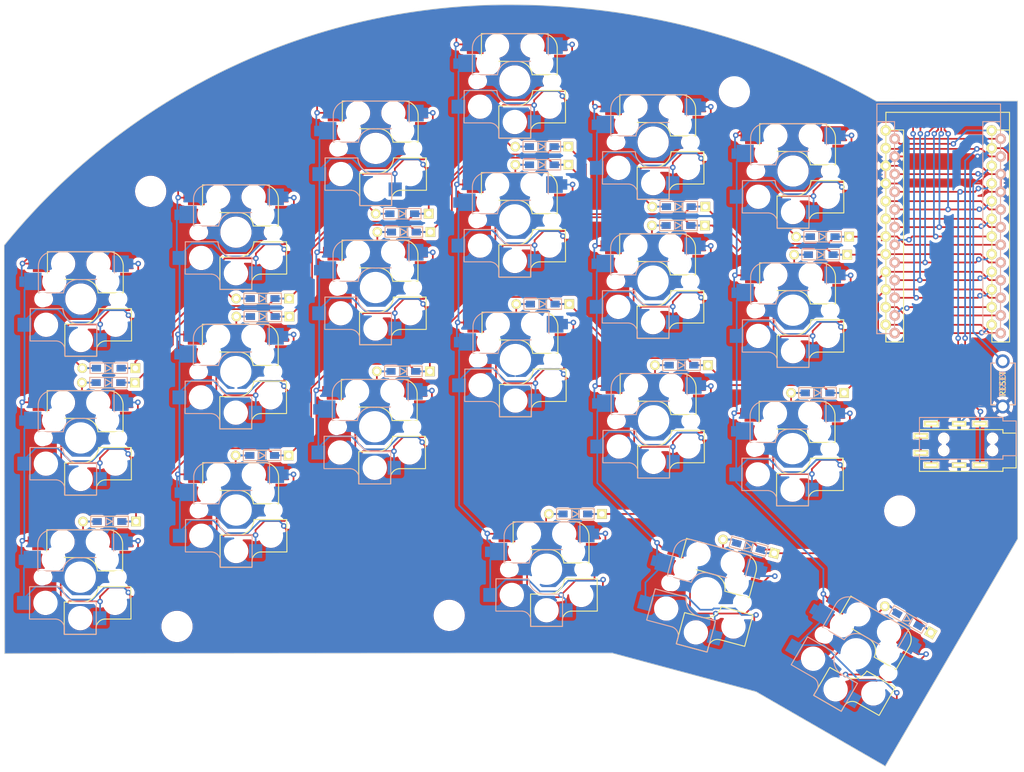
<source format=kicad_pcb>
(kicad_pcb (version 20221018) (generator pcbnew)
  (layers (0 "F.Cu" signal) (31 "B.Cu" signal) (34 "B.Paste" user) (35 "F.Paste" user) (36 "B.SilkS" user "B.Silkscreen") (37 "F.SilkS" user "F.Silkscreen") (38 "B.Mask" user) (39 "F.Mask" user) (44 "Edge.Cuts" user))
  (net 0 "")
  (net 1 "row0")
  (net 2 "Net-(D1-A)")
  (net 3 "row1")
  (net 4 "Net-(D2-A)")
  (net 5 "row2")
  (net 6 "Net-(D3-A)")
  (net 7 "Net-(D4-A)")
  (net 8 "Net-(D5-A)")
  (net 9 "Net-(D6-A)")
  (net 10 "Net-(D7-A)")
  (net 11 "Net-(D8-A)")
  (net 12 "Net-(D9-A)")
  (net 13 "Net-(D10-A)")
  (net 14 "Net-(D11-A)")
  (net 15 "Net-(D12-A)")
  (net 16 "row3")
  (net 17 "Net-(D13-A)")
  (net 18 "Net-(D14-A)")
  (net 19 "Net-(D15-A)")
  (net 20 "Net-(D16-A)")
  (net 21 "Net-(D17-A)")
  (net 22 "Net-(D18-A)")
  (net 23 "Net-(D19-A)")
  (net 24 "Net-(D20-A)")
  (net 25 "Net-(D21-A)")
  (net 26 "reset")
  (net 27 "GND")
  (net 28 "col0")
  (net 29 "col1")
  (net 30 "col2")
  (net 31 "col3")
  (net 32 "col4")
  (net 33 "col5")
  (net 34 "data")
  (net 35 "unconnected-(U1-8{slash}B4-Pad11)")
  (net 36 "unconnected-(U1-9{slash}B5-Pad12)")
  (net 37 "unconnected-(U1-B6{slash}10-Pad13)")
  (net 38 "unconnected-(U1-B2{slash}16-Pad14)")
  (net 39 "VCC")
  (net 40 "unconnected-(U1-RAW-Pad24)")
  (net 41 "unconnected-(J2-PadA)")
  (net 42 "unconnected-(U1-3{slash}D0{slash}SCL-Pad6)")
  (net 43 "unconnected-(U1-TX0{slash}D3-Pad1)")
  (net 44 "unconnected-(U1-2{slash}D1{slash}SDA-Pad5)")
  (footprint "lily:MX_Choc_Hotswap" (layer "F.Cu") (at 96.63 87.78)
    (fp_text reference "SW9" hide)
    (fp_text value "SW_PUSH" hide)
  )
  (footprint "lily:MX_Choc_Hotswap" (layer "F.Cu") (at 121.3354 108.266)
    (fp_text reference "SW13" hide)
    (fp_text value "SW_PUSH" hide)
  )
  (footprint "kora:D3_TH_SMD" (layer "F.Cu") (at 140.35 56.134 180)
    (fp_text reference "D14" hide)
    (fp_text value "D" hide)
  )
  (footprint "lily:TACT_SWITCH_TVBP06" (layer "F.Cu") (at 186.93 81.62 -90)
    (fp_text reference "RSW1" hide)
    (fp_text value "SW_PUSH" hide)
  )
  (footprint "lily:ProMicro_rev2" (layer "F.Cu") (at 178.92 59.95)
    (fp_text reference "U1" hide)
    (fp_text value "ProMicro" hide)
  )
  (footprint "kora:D3_TH_SMD" (layer "F.Cu") (at 140.74 78.93 180)
    (fp_text reference "D16" hide)
    (fp_text value "D" hide)
  )
  (footprint "kbd:M2_Hole_NPTH_Outside" (layer "F.Cu") (at 68.2 116.49)
    (fp_text reference "MH1")
    (fp_text value "MOUNT_HOLE")
  )
  (footprint "kbd:M2_Hole_NPTH_Outside" (layer "F.Cu") (at 64.41 53.93)
    (fp_text reference "MH2")
    (fp_text value "MOUNT_HOLE")
  )
  (footprint "lily:MX_Choc_Hotswap" (layer "F.Cu") (at 76.7 99.756)
    (fp_text reference "SW6" hide)
    (fp_text value "SW_PUSH" hide)
  )
  (footprint "lily:MX_Choc_Hotswap" (layer "F.Cu") (at 76.65 79.856)
    (fp_text reference "SW5" hide)
    (fp_text value "SW_PUSH" hide)
  )
  (footprint "kora:D3_TH_SMD" (layer "F.Cu") (at 120.66 50.11 180)
    (fp_text reference "D11" hide)
    (fp_text value "D" hide)
  )
  (footprint "lily:MX_Choc_Hotswap" (layer "F.Cu") (at 76.67 59.806)
    (fp_text reference "SW4" hide)
    (fp_text value "SW_PUSH" hide)
  )
  (footprint "kora:D3_TH_SMD" (layer "F.Cu") (at 160.305 82.91 180)
    (fp_text reference "D20" hide)
    (fp_text value "D" hide)
  )
  (footprint "kora:D3_TH_SMD" (layer "F.Cu") (at 125.48 100.32 180)
    (fp_text reference "D13" hide)
    (fp_text value "D" hide)
  )
  (footprint "kora:D3_TH_SMD" (layer "F.Cu") (at 100.584 57.15 180)
    (fp_text reference "D7" hide)
    (fp_text value "D" hide)
  )
  (footprint "kora:D3_TH_SMD" (layer "F.Cu") (at 58.39 79.356 180)
    (fp_text reference "D1" hide)
    (fp_text value "D" hide)
  )
  (footprint "lily:MX_Choc_Hotswap" (layer "F.Cu") (at 116.77 58.04)
    (fp_text reference "SW11" hide)
    (fp_text value "SW_PUSH" hide)
  )
  (footprint "lily:MX_Choc_Hotswap" (layer "F.Cu") (at 54.28 109.406)
    (fp_text reference "SW3" hide)
    (fp_text value "SW_PUSH" hide)
  )
  (footprint "kora:D3_TH_SMD" (layer "F.Cu") (at 150.391508 104.981508 165)
    (fp_text reference "D17" hide)
    (fp_text value "D" hide)
  )
  (footprint "kbd:M2_Hole_NPTH_Outside" (layer "F.Cu") (at 107.34 114.9)
    (fp_text reference "MH4")
    (fp_text value "MOUNT_HOLE")
  )
  (footprint "lily:MX_Choc_Hotswap" (layer "F.Cu") (at 156.71 90.93)
    (fp_text reference "SW20" hide)
    (fp_text value "SW_PUSH" hide)
  )
  (footprint "kora:D3_TH_SMD" (layer "F.Cu") (at 100.745 79.81 180)
    (fp_text reference "D9" hide)
    (fp_text value "D" hide)
  )
  (footprint "kora:D3_TH_SMD" (layer "F.Cu") (at 80.54 71.93 180)
    (fp_text reference "D5" hide)
    (fp_text value "D" hide)
  )
  (footprint "lily:MX_Choc_Hotswap" (layer "F.Cu") (at 136.65 66.84)
    (fp_text reference "SW15" hide)
    (fp_text value "SW_PUSH" hide)
  )
  (footprint "lily:MX_Choc_Hotswap" (layer "F.Cu") (at 96.74 67.76)
    (fp_text reference "SW8" hide)
    (fp_text value "SW_PUSH" hide)
  )
  (footprint "lily:MX_Choc_Hotswap" (layer "F.Cu") (at 116.86 78.12)
    (fp_text reference "SW12" hide)
    (fp_text value "SW_PUSH" hide)
  )
  (footprint "kora:D3_TH_SMD" (layer "F.Cu") (at 160.755 63.04 180)
    (fp_text reference "D19" hide)
    (fp_text value "D" hide)
  )
  (footprint "kora:D3_TH_SMD" (layer "F.Cu") (at 173.282805 115.4925 150)
    (fp_text reference "D21" hide)
    (fp_text value "D" hide)
  )
  (footprint "kora:D3_TH_SMD" (layer "F.Cu") (at 100.815 59.78 180)
    (fp_text reference "D8" hide)
    (fp_text value "D" hide)
  )
  (footprint "kbd:M2_Hole_NPTH_Outside" (layer "F.Cu") (at 148.336 39.624)
    (fp_text reference "MH3")
    (fp_text value "MOUNT_HOLE")
  )
  (footprint "lily:MX_Choc_Hotswap" (layer "F.Cu") (at 54.34 89.39)
    (fp_text reference "SW2" hide)
    (fp_text value "SW_PUSH" hide)
  )
  (footprint "kora:D3_TH_SMD" (layer "F.Cu") (at 80.51 69.342 180)
    (fp_text reference "D4" hide)
    (fp_text value "D" hide)
  )
  (footprint "kbd:M2_Hole_NPTH_Outside" (layer "F.Cu") (at 172.12 99.88)
    (fp_text reference "MH5")
    (fp_text value "MOUNT_HOLE")
  )
  (footprint "lily:MX_Choc_Hotswap" (layer "F.Cu") (at 144.3362 111.6467 -15)
    (fp_text reference "SW17" hide)
    (fp_text value "SW_PUSH" hide)
  )
  (footprint "kora:D3_TH_SMD" (layer "F.Cu") (at 120.65 47.498 180)
    (fp_text reference "D10" hide)
    (fp_text value "D" hide)
  )
  (footprint "lily:MX_Choc_Hotswap" (layer "F.Cu") (at 156.78 71.02)
    (fp_text reference "SW19" hide)
    (fp_text value "SW_PUSH" hide)
  )
  (footprint "kora:D3_TH_SMD" (layer "F.Cu") (at 120.785 70.14 180)
    (fp_text reference "D12" hide)
    (fp_text value "D" hide)
  )
  (footprint "lily:TRRS_JACK_MJ4PP9" (layer "F.Cu") (at 186.9575 91.195 -90)
    (fp_text reference "J2" hide)
    (fp_text value "MJ-4PP-9" hide)
  )
  (footprint "lily:MX_Choc_Hotswap" (layer "F.Cu") (at 156.78 51.01)
    (fp_text reference "SW18" hide)
    (fp_text value "SW_PUSH" hide)
  )
  (footprint "lily:MX_Choc_Hotswap" (layer "F.Cu") (at 116.77 38.06)
    (fp_text reference "SW10" hide)
    (fp_text value "SW_PUSH" hide)
  )
  (footprint "lily:MX_Choc_Hotswap" (layer "F.Cu") (at 165.8451 120.4304 -30)
    (fp_text reference "SW21" hide)
    (fp_text value "SW_PUSH" hide)
  )
  (footprint "kora:D3_TH_SMD" (layer "F.Cu") (at 58.345 81.436 180)
    (fp_text reference "D2" hide)
    (fp_text value "D" hide)
  )
  (footprint "kora:D3_TH_SMD" (layer "F.Cu") (at 161.039 60.452 180)
    (fp_text reference "D18" hide)
    (fp_text value "D" hide)
  )
  (footprint "lily:MX_Choc_Hotswap" (layer "F.Cu") (at 136.67 46.85)
    (fp_text reference "SW14" hide)
    (fp_text value "SW_PUSH" hide)
  )
  (footprint "kora:D3_TH_SMD" (layer "F.Cu") (at 58.495 101.406 180)
    (fp_text reference "D3" hide)
    (fp_text value "D" hide)
  )
  (footprint "kora:D3_TH_SMD" (layer "F.Cu") (at 80.44 91.9 180)
    (fp_text reference "D6" hide)
    (fp_text value "D" hide)
  )
  (footprint "kora:D3_TH_SMD" (layer "F.Cu") (at 140.3 58.84 180)
    (fp_text reference "D15" hide)
    (fp_text value "D" hide)
  )
  (footprint "lily:MX_Choc_Hotswap" (layer "F.Cu") (at 136.73 86.93)
    (fp_text reference "SW16" hide)
    (fp_text value "SW_PUSH" hide)
  )
  (footprint "lily:MX_Choc_Hotswap" (layer "F.Cu") (at 96.77 47.75)
    (fp_text reference "SW7" hide)
    (fp_text value "SW_PUSH" hide)
  )
  (footprint "lily:MX_Choc_Hotswap" (layer "F.Cu") (at 54.368 69.4175)
    (fp_text reference "SW1" hide)
    (fp_text value "SW_PUSH" hide)
  )
  (gr_line (start 168.795342 40.977298) (end 189.06 40.94) (stroke (width 0.1)) (layer "Edge.Cuts"))
  (gr_line (start 189.06 40.94) (end 189.08 103.91) (stroke (width 0.1)) (layer "Edge.Cuts"))
  (gr_line (start 170.04 136.59) (end 189.08 103.91) (stroke (width 0.1)) (layer "Edge.Cuts"))
  (gr_line (start 109.81 120.34) (end 130.81 120.34) (stroke (width 0.1)) (layer "Edge.Cuts"))
  (gr_arc (start 116.917513 27.099036) (mid 143.742599 30.725601) (end 168.795342 40.977298) (stroke (width 0.1)) (layer "Edge.Cuts"))
  (gr_arc (start 43.35 61.68) (mid 76.173993 35.965521) (end 116.917513 27.099036) (stroke (width 0.1)) (layer "Edge.Cuts"))
  (gr_line (start 43.35 61.68) (end 43.41 120.39) (stroke (width 0.1)) (layer "Edge.Cuts"))
  (gr_line (start 43.41 120.39) (end 109.81 120.34) (stroke (width 0.1)) (layer "Edge.Cuts"))
  (gr_line (start 151.47 125.89) (end 170.04 136.59) (stroke (width 0.1)) (layer "Edge.Cuts"))
  (gr_line (start 130.81 120.34) (end 151.47 125.89) (stroke (width 0.1)) (layer "Edge.Cuts"))
  (segment (start 150.114 61.468) (end 150.368 61.468) (width 0.25) (layer "F.Cu") (net 1))
  (segment (start 162.814 60.452) (end 164.849 60.452) (width 0.25) (layer "F.Cu") (net 1))
  (segment (start 171.740321 60.42) (end 172.936066 61.615745) (width 0.25) (layer "F.Cu") (net 1))
  (segment (start 90.7915 58.3065) (end 101.2025 58.3065) (width 0.25) (layer "F.Cu") (net 1))
  (segment (start 127 57.021604) (end 127.186396 57.208) (width 0.25) (layer "F.Cu") (net 1))
  (segment (start 84.32 69.342) (end 87.167 66.495) (width 0.25) (layer "F.Cu") (net 1))
  (segment (start 104.394 57.15) (end 104.394 55.243604) (width 0.25) (layer "F.Cu") (net 1))
  (segment (start 62.2 79.356) (end 62.2 78.4075) (width 0.25) (layer "F.Cu") (net 1))
  (segment (start 70.1915 70.416) (end 81.211 70.416) (width 0.25) (layer "F.Cu") (net 1))
  (segment (start 127.186396 57.208) (end 141.051 57.208) (width 0.25) (layer "F.Cu") (net 1))
  (segment (start 101.2025 58.3065) (end 102.359 57.15) (width 0.25) (layer "F.Cu") (net 1))
  (segment (start 104.394 55.243604) (end 111.001104 48.6365) (width 0.25) (layer "F.Cu") (net 1))
  (segment (start 87.167 61.931) (end 90.7915 58.3065) (width 0.25) (layer "F.Cu") (net 1))
  (segment (start 60.165 79.356) (end 62.2 79.356) (width 0.25) (layer "F.Cu") (net 1))
  (segment (start 82.285 69.342) (end 84.32 69.342) (width 0.25) (layer "F.Cu") (net 1))
  (segment (start 164.849 60.452) (end 170.068 60.452) (width 0.25) (layer "F.Cu") (net 1))
  (segment (start 81.211 70.416) (end 82.285 69.342) (width 0.25) (layer "F.Cu") (net 1))
  (segment (start 102.359 57.15) (end 104.394 57.15) (width 0.25) (layer "F.Cu") (net 1))
  (segment (start 169.53 60.99) (end 170.1 60.42) (width 0.25) (layer "F.Cu") (net 1))
  (segment (start 121.2865 48.6365) (end 122.425 47.498) (width 0.25) (layer "F.Cu") (net 1))
  (segment (start 170.1 60.42) (end 171.740321 60.42) (width 0.25) (layer "F.Cu") (net 1))
  (segment (start 62.2 78.4075) (end 70.1915 70.416) (width 0.25) (layer "F.Cu") (net 1))
  (segment (start 141.051 57.208) (end 142.125 56.134) (width 0.25) (layer "F.Cu") (net 1))
  (segment (start 172.936066 61.615745) (end 186.638815 61.615745) (width 0.25) (layer "F.Cu") (net 1))
  (segment (start 170.068 60.452) (end 170.1 60.42) (width 0.25) (layer "F.Cu") (net 1))
  (segment (start 149.494 61.468) (end 150.114 61.468) (width 0.25) (layer "F.Cu") (net 1))
  (segment (start 144.16 56.134) (end 149.494 61.468) (width 0.25) (layer "F.Cu") (net 1))
  (segment (start 124.46 47.498) (end 127 50.038) (width 0.25) (layer "F.Cu") (net 1))
  (segment (start 150.1215 61.4755) (end 161.7905 61.4755) (width 0.25) (layer "F.Cu") (net 1))
  (segment (start 111.001104 48.6365) (end 121.2865 48.6365) (width 0.25) (layer "F.Cu") (net 1))
  (segment (start 87.167 66.495) (end 87.167 61.931) (width 0.25) (layer "F.Cu") (net 1))
  (segment (start 150.114 61.468) (end 150.1215 61.4755) (width 0.25) (layer "F.Cu") (net 1))
  (segment (start 122.425 47.498) (end 124.46 47.498) (width 0.25) (layer "F.Cu") (net 1))
  (segment (start 142.125 56.134) (end 144.16 56.134) (width 0.25) (layer "F.Cu") (net 1))
  (segment (start 161.7905 61.4755) (end 162.814 60.452) (width 0.25) (layer "F.Cu") (net 1))
  (segment (start 127 50.038) (end 127 57.021604) (width 0.25) (layer "F.Cu") (net 1))
  (segment (start 60.165 79.356) (end 62.2 79.356) (width 0.25) (layer "B.Cu") (net 1))
  (segment (start 82.285 69.342) (end 84.32 69.342) (width 0.25) (layer "B.Cu") (net 1))
  (segment (start 102.359 57.15) (end 104.394 57.15) (width 0.25) (layer "B.Cu") (net 1))
  (segment (start 162.814 60.452) (end 164.849 60.452) (width 0.25) (layer "B.Cu") (net 1))
  (segment (start 122.425 47.498) (end 124.46 47.498) (width 0.25) (layer "B.Cu") (net 1))
  (segment (start 142.125 56.134) (end 144.16 56.134) (width 0.25) (layer "B.Cu") (net 1))
  (segment (start 57.16 72.33) (end 58.47 71.02) (width 0.25) (layer "F.Cu") (net 2))
  (segment (start 61.862501 66.877499) (end 61.88 66.86) (width 0.25) (layer "F.Cu") (net 2))
  (segment (start 61.268 66.877499) (end 62.827999 66.877499) (width 0.25) (layer "F.Cu") (net 2))
  (segment (start 62.315499 65.83) (end 62.59 65.83) (width 0.25) (layer "F.Cu") (net 2))
  (segment (start 61.268 70.878) (end 61.268 66.877499) (width 0.25) (layer "F.Cu") (net 2))
  (segment (start 61.38 70.99) (end 61.268 70.878) (width 0.25) (layer "F.Cu") (net 2))
  (segment (start 51.568 75.3175) (end 51.243 74.9925) (width 0.25) (layer "F.Cu") (net 2))
  (segment (start 61.268 66.877499) (end 62.315499 65.83) (width 0.25) (layer "F.Cu") (net 2))
  (segment (start 61.862501 66.877499) (end 61.268 66.877499) (width 0.25) (layer "F.Cu") (net 2))
  (segment (start 61.35 71.02) (end 61.38 70.99) (width 0.25) (layer "F.Cu") (net 2))
  (segment (start 51.568 76.344) (end 51.568 75.3175) (width 0.25) (layer "F.Cu") (net 2))
  (segment (start 58.47 71.02) (end 61.35 71.02) (width 0.25) (layer "F.Cu") (net 2))
  (segment (start 62.62 65.8) (end 62.62 64.32) (width 0.25) (layer "F.Cu") (net 2))
  (segment (start 62.827999 66.877499) (end 62.868 66.9175) (width 0.25) (layer "F.Cu") (net 2))
  (segment (start 57.16 73.05) (end 57.16 72.33) (width 0.25) (layer "F.Cu") (net 2))
  (segment (start 62.59 65.83) (end 62.62 65.8) (width 0.25) (layer "F.Cu") (net 2))
  (segment (start 52.68 73.05) (end 57.16 73.05) (width 0.25) (layer "F.Cu") (net 2))
  (segment (start 56.615 79.356) (end 54.58 79.356) (width 0.25) (layer "F.Cu") (net 2))
  (segment (start 51.243 74.9925) (end 51.243 74.487) (width 0.25) (layer "F.Cu") (net 2))
  (segment (start 51.243 74.487) (end 52.68 73.05) (width 0.25) (layer "F.Cu") (net 2))
  (segment (start 54.58 79.356) (end 51.568 76.344) (width 0.25) (layer "F.Cu") (net 2))
  (via (at 57.16 73.05) (size 0.8) (drill 0.4) (layers "F.Cu" "B.Cu") (net 2))
  (via (at 62.62 64.32) (size 0.8) (drill 0.4) (layers "F.Cu" "B.Cu") (net 2))
  (segment (start 61.548 64.3375) (end 61.568 64.3175) (width 0.25) (layer "B.Cu") (net 2))
  (segment (start 62.62 64.32) (end 62.6025 64.3375) (width 0.25) (layer "B.Cu") (net 2))
  (segment (start 57.168 75.3175) (end 57.168 73.058) (width 0.25) (layer "B.Cu") (net 2))
  (segment (start 54.58 79.356) (end 56.615 79.356) (width 0.25) (layer "B.Cu") (net 2))
  (segment (start 62.6025 64.3375) (end 60.068 64.3375) (width 0.25) (layer "B.Cu") (net 2))
  (segment (start 57.168 73.058) (end 57.16 73.05) (width 0.25) (layer "B.Cu") (net 2))
  (segment (start 60.068 64.3375) (end 61.548 64.3375) (width 0.25) (layer "B.Cu") (net 2))
  (segment (start 91.1035 58.7565) (end 101.5665 58.7565) (width 0.25) (layer "F.Cu") (net 3))
  (segment (start 170.02 63.04) (end 170.1 62.96) (width 0.25) (layer "F.Cu") (net 3))
  (segment (start 184.935745 64.155745) (end 186.638815 64.155745) (width 0.25) (layer "F.Cu") (net 3))
  (segment (start 104.625 59.78) (end 107.717 56.688) (width 0.25) (layer "F.Cu") (net 3))
  (segment (start 144.11 58.84) (end 145.2 58.84) (width 0.25) (layer "F.Cu") (net 3))
  (segment (start 87.617 68.663) (end 87.617 62.243) (width 0.25) (layer "F.Cu") (net 3))
  (segment (start 67.607 74.125) (end 70.866 70.866) (width 0.25) (layer "F.Cu") (net 3))
  (segment (start 164.565 63.04) (end 170.02 63.04) (width 0.25) (layer "F.Cu") (net 3))
  (segment (start 126.492 57.15) (end 127 57.658) (width 0.25) (layer "F.Cu") (net 3))
  (segment (start 121.4115 49.0865) (end 122.435 50.11) (width 0.25) (layer "F.Cu") (net 3))
  (segment (start 67.607 75.984) (end 67.607 74.125) (width 0.25) (layer "F.Cu") (net 3))
  (segment (start 102.59 59.78) (end 104.625 59.78) (width 0.25) (layer "F.Cu") (net 3))
  (segment (start 124.47 50.11) (end 126.492 52.132) (width 0.25) (layer "F.Cu") (net 3))
  (segment (start 107.717 56.688) (end 107.717 52.557) (width 0.25) (layer "F.Cu") (net 3))
  (segment (start 140.893 57.658) (end 142.075 58.84) (width 0.25) (layer "F.Cu") (net 3))
  (segment (start 170.1 62.96) (end 183.74 62.96) (width 0.25) (layer "F.Cu") (net 3))
  (segment (start 126.492 52.132) (end 126.492 57.15) (width 0.25) (layer "F.Cu") (net 3))
  (segment (start 81.251 70.866) (end 82.315 71.93) (width 0.25) (layer "F.Cu") (net 3))
  (segment (start 111.1875 49.0865) (end 121.4115 49.0865) (width 0.25) (layer "F.Cu") (net 3))
  (segment (start 149.3115 62.0165) (end 161.5065 62.0165) (width 0.25) (layer "F.Cu") (net 3))
  (segment (start 161.5065 62.0165) (end 162.53 63.04) (width 0.25) (layer "F.Cu") (net 3))
  (segment (start 62.155 81.436) (end 67.607 75.984) (width 0.25) (layer "F.Cu") (net 3))
  (segment (start 70.866 70.866) (end 81.251 70.866) (width 0.25) (layer "F.Cu") (net 3))
  (segment (start 183.74 62.96) (end 184.935745 64.155745) (width 0.25) (layer "F.Cu") (net 3))
  (segment (start 101.5665 58.7565) (end 102.59 59.78) (width 0.25) (layer "F.Cu") (net 3))
  (segment (start 142.075 58.84) (end 144.11 58.84) (width 0.25) (layer "F.Cu") (net 3))
  (segment (start 60.12 81.436) (end 62.155 81.436) (width 0.25) (layer "F.Cu") (net 3))
  (segment (start 148.844 62.484) (end 149.3115 62.0165) (width 0.25) (layer "F.Cu") (net 3))
  (segment (start 127 57.658) (end 140.893 57.658) (width 0.25) (layer "F.Cu") (net 3))
  (segment (start 87.617 62.243) (end 91.1035 58.7565) (width 0.25) (layer "F.Cu") (net 3))
  (segment (start 122.435 50.11) (end 124.47 50.11) (width 0.25) (layer "F.Cu") (net 3))
  (segment (start 84.35 71.93) (end 87.617 68.663) (width 0.25) (layer "F.Cu") (net 3))
  (segment (start 107.717 52.557) (end 111.1875 49.0865) (width 0.25) (layer "F.Cu") (net 3))
  (segment (start 82.315 71.93) (end 84.35 71.93) (width 0.25) (layer "F.Cu") (net 3))
  (segment (start 162.53 63.04) (end 164.565 63.04) (width 0.25) (layer "F.Cu") (net 3))
  (segment (start 145.2 58.84) (end 148.844 62.484) (width 0.25) (layer "F.Cu") (net 3))
  (segment (start 142.075 58.84) (end 144.11 58.84) (width 0.25) (layer "B.Cu") (net 3))
  (segment (start 82.315 71.93) (end 84.35 71.93) (width 0.25) (layer "B.Cu") (net 3))
  (segment (start 122.435 50.11) (end 124.47 50.11) (width 0.25) (layer "B.Cu") (net 3))
  (segment (start 162.53 63.04) (end 164.565 63.04) (width 0.25) (layer "B.Cu") (net 3))
  (segment (start 60.12 81.436) (end 62.155 81.436) (width 0.25) (layer "B.Cu") (net 3))
  (segment (start 102.59 59.78) (end 104.625 59.78) (width 0.25) (layer "B.Cu") (net 3))
  (segment (start 51.52 96.2865) (end 51.52 95.26) (width 0.25) (layer "F.Cu") (net 4))
  (segment (start 51.195 94.935) (end 51.195 94.4295) (width 0.25) (layer "F.Cu") (net 4))
  (segment (start 61.814501 86.819999) (end 61.22 86.819999) (width 0.25) (layer "F.Cu") (net 4))
  (segment (start 62.572 85.7425) (end 62.572 84.2625) (width 0.25) (layer "F.Cu") (net 4))
  (segment (start 61.302 90.9625) (end 61.332 90.9325) (width 0.25) (layer "F.Cu") (net 4))
  (segment (start 51.195 94.4295) (end 52.632 92.9925) (width 0.25) (layer "F.Cu") (net 4))
  (segment (start 51.52 95.26) (end 51.195 94.935) (width 0.25) (layer "F.Cu") (net 4))
  (segment (start 51.54 95.29) (end 51.54 88.491649) (width 0.25) (layer "F.Cu") (net 4))
  (segment (start 61.814501 86.819999) (end 61.832 86.8025) (width 0.25) (layer "F.Cu") (net 4))
  (segment (start 52.632 92.9925) (end 57.112 92.9925) (width 0.25) (layer "F.Cu") (net 4))
  (segment (start 61.22 90.8205) (end 61.22 86.819999) (width 0.25) (layer "F.Cu") (net 4))
  (segment (start 62.267499 85.7725) (end 62.542 85.7725) (width 0.25) (layer "F.Cu") (net 4))
  (segment (start 57.112 92.2725) (end 58.422 90.9625) (width 0.25) (layer "F.Cu") (net 4))
  (segment (start 57.112 92.9925) (end 57.112 92.2725) (width 0.25) (layer "F.Cu") (net 4))
  (segment (start 61.332 90.9325) (end 61.22 90.8205) (width 0.25) (layer "F.Cu") (net 4))
  (segment (start 62.542 85.7725) (end 62.572 85.7425) (width 0.25) (layer "F.Cu") (net 4))
  (segment (start 54.535 81.436) (end 56.57 81.436) (width 0.25) (layer "F.Cu") (net 4))
  (segment (start 51.54 88.491649) (end 54.535 85.496649) (width 0.25) (layer "F.Cu") (net 4))
  (segment (start 54.535 85.496649) (end 54.535 81.436) (width 0.25) (layer "F.Cu") (net 4))
  (segment (start 58.422 90.9625) (end 61.302 90.9625) (width 0.25) (layer "F.Cu") (net 4))
  (segment (start 61.24 86.849999) (end 62.799999 86.849999) (width 0.25) (layer "F.Cu") (net 4))
  (segment (start 61.22 86.819999) (end 62.267499 85.7725) (width 0.25) (layer "F.Cu") (net 4))
  (segment (start 62.799999 86.849999) (end 62.84 86.89) (width 0.25) (layer "F.Cu") (net 4))
  (via (at 57.112 92.9925) (size 0.8) (drill 0.4) (layers "F.Cu" "B.Cu") (net 4))
  (via (at 62.572 84.2625) (size 0.8) (drill 0.4) (layers "F.Cu" "B.Cu") (net 4))
  (segment (start 60.04 84.31) (end 61.52 84.31) (width 0.25) (layer "B.Cu") (net 4))
  (segment (start 54.535 81.436) (end 56.57 81.436) (width 0.25) (layer "B.Cu") (net 4))
  (segment (start 57.12 93.0005) (end 57.112 92.9925) (width 0.25) (layer "B.Cu") (net 4))
  (segment (start 61.52 84.31) (end 61.54 84.29) (width 0.25) (layer "B.Cu") (net 4))
  (segment (start 57.12 95.26) (end 57.12 93.0005) (width 0.25) (layer "B.Cu") (net 4))
  (segment (start 62.5545 84.28) (end 60.02 84.28) (width 0.25) (layer "B.Cu") (net 4))
  (segment (start 62.572 84.2625) (end 62.5545 84.28) (width 0.25) (layer "B.Cu") (net 4))
  (segment (start 162.08 82.91) (end 164.115 82.91) (width 0.25) (layer "F.Cu") (net 5))
  (segment (start 60.27 101.406) (end 62.305 101.406) (width 0.25) (layer "F.Cu") (net 5))
  (segment (start 142.515 78.93) (end 144.55 78.93) (width 0.25) (layer "F.Cu") (net 5))
  (segment (start 91.009195 78.74) (end 101.45 78.74) (width 0.25) (layer "F.Cu") (net 5))
  (segment (start 121.5365 69.1165) (end 122.56 70.14) (width 0.25) (layer "F.Cu") (net 5))
  (segment (start 168.563 67.037) (end 170.1 65.5) (width 0.25) (layer "F.Cu") (net 5))
  (segment (start 84.25 91.9) (end 87.487 88.663) (width 0.25) (layer "F.Cu") (net 5))
  (segment (start 71.022695 90.8765) (end 81.1915 90.8765) (width 0.25) (layer "F.Cu") (net 5))
  (segment (start 87.487 88.663) (end 87.487 82.262195) (width 0.25) (layer "F.Cu") (net 5))
  (segment (start 124.595 70.14) (end 132.3615 77.9065) (width 0.25) (layer "F.Cu") (net 5))
  (segment (start 132.3615 77.9065) (end 141.4915 77.9065) (width 0.25) (layer "F.Cu") (net 5))
  (segment (start 111.192695 69.1165) (end 121.5365 69.1165) (width 0.25) (layer "F.Cu") (net 5))
  (segment (start 102.52 79.81) (end 104.555 79.81) (width 0.25) (layer "F.Cu") (net 5))
  (segment (start 141.4915 77.9065) (end 142.515 78.93) (width 0.25) (layer "F.Cu") (net 5))
  (segment (start 183.802749 65.5) (end 184.998494 66.695745) (width 0.25) (layer "F.Cu") (net 5))
  (segment (start 184.998494 66.695745) (end 186.638815 66.695745) (width 0.25) (layer "F.Cu") (net 5))
  (segment (start 170.1 65.5) (end 183.802749 65.5) (width 0.25) (layer "F.Cu") (net 5))
  (segment (start 82.215 91.9) (end 84.25 91.9) (width 0.25) (layer "F.Cu") (net 5))
  (segment (start 81.1915 90.8765) (end 82.215 91.9) (width 0.25) (layer "F.Cu") (net 5))
  (segment (start 101.45 78.74) (end 102.52 79.81) (width 0.25) (layer "F.Cu") (net 5))
  (segment (start 164.115 82.91) (end 168.563 78.462) (width 0.25) (layer "F.Cu") (net 5))
  (segment (start 87.487 82.262195) (end 91.009195 78.74) (width 0.25) (layer "F.Cu") (net 5))
  (segment (start 104.555 75.754195) (end 111.192695 69.1165) (width 0.25) (layer "F.Cu") (net 5))
  (segment (start 160.958 81.788) (end 162.08 82.91) (width 0.25) (layer "F.Cu") (net 5))
  (segment (start 104.555 79.81) (end 104.555 75.754195) (width 0.25) (layer "F.Cu") (net 5))
  (segment (start 122.56 70.14) (end 124.595 70.14) (width 0.25) (layer "F.Cu") (net 5))
  (segment (start 168.563 78.462) (end 168.563 67.037) (width 0.25) (layer "F.Cu") (net 5))
  (segment (start 62.305 101.406) (end 62.305 99.594195) (width 0.25) (layer "F.Cu") (net 5))
  (segment (start 62.305 99.594195) (end 71.022695 90.8765) (width 0.25) (layer "F.Cu") (net 5))
  (segment (start 147.408 81.788) (end 160.958 81.788) (width 0.25) (layer "F.Cu") (net 5))
  (segment (start 144.55 78.93) (end 147.408 81.788) (width 0.25) (layer "F.Cu") (net 5))
  (segment (start 142.515 78.93) (end 144.55 78.93) (width 0.25) (layer "B.Cu") (net 5))
  (segment (start 60.27 101.406) (end 62.305 101.406) (width 0.25) (layer "B.Cu") (net 5))
  (segment (start 82.215 91.9) (end 84.25 91.9) (width 0.25) (layer "B.Cu") (net 5))
  (segment (start 122.56 70.14) (end 124.595 70.14) (width 0.25) (layer "B.Cu") (net 5))
  (segment (start 102.52 79.81) (end 104.555 79.81) (width 0.25) (layer "B.Cu") (net 5))
  (segment (start 162.08 82.91) (end 164.115 82.91) (width 0.25) (layer "B.Cu") (net 5))
  (segment (start 51.48 115.306) (end 51.48 108.507649) (width 0.25) (layer "F.Cu") (net 6))
  (segment (start 51.54 115.18) (end 51.215 114.855) (width 0.25) (layer "F.Cu") (net 6))
  (segment (start 61.24 106.739999) (end 62.287499 105.6925) (width 0.25) (layer "F.Cu") (net 6))
  (segment (start 54.685 101.406) (end 56.72 101.406) (width 0.25) (layer "F.Cu") (net 6))
  (segment (start 51.215 114.3495) (end 52.652 112.9125) (width 0.25) (layer "F.Cu") (net 6))
  (segment (start 58.442 110.8825) (end 61.322 110.8825) (width 0.25) (layer "F.Cu") (net 6))
  (segment (start 51.48 108.507649) (end 54.685 105.302649) (width 0.25) (layer "F.Cu") (net 6))
  (segment (start 62.739999 106.865999) (end 62.78 106.906) (width 0.25) (layer "F.Cu") (net 6))
  (segment (start 62.287499 105.6925) (end 62.562 105.6925) (width 0.25) (layer "F.Cu") (net 6))
  (segment (start 51.215 114.855) (end 51.215 114.3495) (width 0.25) (layer "F.Cu") (net 6))
  (segment (start 57.132 112.9125) (end 57.132 112.1925) (width 0.25) (layer "F.Cu") (net 6))
  (segment (start 61.834501 106.739999) (end 61.852 106.7225) (width 0.25) (layer "F.Cu") (net 6))
  (segment (start 54.685 105.302649) (end 54.685 101.406) (width 0.25) (layer "F.Cu") (net 6))
  (segment (start 61.18 106.865999) (end 62.739999 106.865999) (width 0.25) (layer "F.Cu") (net 6))
  (segment (start 62.562 105.6925) (end 62.592 105.6625) (width 0.25) (layer "F.Cu") (net 6))
  (segment (start 52.652 112.9125) (end 57.132 112.9125) (width 0.25) (layer "F.Cu") (net 6))
  (segment (start 57.132 112.1925) (end 58.442 110.8825) (width 0.25) (layer "F.Cu") (net 6))
  (segment (start 61.352 110.8525) (end 61.24 110.7405) (width 0.25) (layer "F.Cu") (net 6))
  (segment (start 51.54 116.2065) (end 51.54 115.18) (width 0.25) (layer "F.Cu") (net 6))
  (segment (start 61.322 110.8825) (end 61.352 110.8525) (width 0.25) (layer "F.Cu") (net 6))
  (segment (start 62.592 105.6625) (end 62.592 104.1825) (width 0.25) (layer "F.Cu") (net 6))
  (segment (start 61.24 110.7405) (end 61.24 106.739999) (width 0.25) (layer "F.Cu") (net 6))
  (segment (start 61.834501 106.739999) (end 61.24 106.739999) (width 0.25) (layer "F.Cu") (net 6))
  (via (at 57.132 112.9125) (size 0.8) (drill 0.4) (layers "F.Cu" "B.Cu") (net 6))
  (via (at 62.592 104.1825) (size 0.8) (drill 0.4) (layers "F.Cu" "B.Cu") (net 6))
  (segment (start 57.14 115.18) (end 57.14 112.9205) (width 0.25) (layer "B.Cu") (net 6))
  (segment (start 62.592 104.1825) (end 62.5745 104.2) (width 0.25) (layer "B.Cu") (net 6))
  (segment (start 59.98 104.326) (end 61.46 104.326) (width 0.25) (layer "B.Cu") (net 6))
  (segment (start 61.46 104.326) (end 61.48 104.306) (width 0.25) (layer "B.Cu") (net 6))
  (segment (start 54.685 101.406) (end 56.72 101.406) (width 0.25) (layer "B.Cu") (net 6))
  (segment (start 62.5745 104.2) (end 60.04 104.2) (width 0.25) (layer "B.Cu") (net 6))
  (segment (start 57.14 112.9205) (end 57.132 112.9125) (width 0.25) (layer "B.Cu") (net 6))
  (segment (start 73.625 65.515) (end 73.625 65.0095) (width 0.25) (layer "F.Cu") (net 7))
  (segment (start 84.972 56.3525) (end 85.002 56.3225) (width 0.25) (layer "F.Cu") (net 7))
  (segment (start 83.732 61.5425) (end 83.762 61.5125) (width 0.25) (layer "F.Cu") (net 7))
  (segment (start 83.65 57.399999) (end 84.697499 56.3525) (width 0.25) (layer "F.Cu") (net 7))
  (segment (start 76.7 69.342) (end 78.735 69.342) (width 0.25) (layer "F.Cu") (net 7))
  (segment (start 73.625 65.0095) (end 75.062 63.5725) (width 0.25) (layer "F.Cu") (net 7))
  (segment (start 79.542 63.5725) (end 79.542 62.8525) (width 0.25) (layer "F.Cu") (net 7))
  (segment (start 84.244501 57.399999) (end 84.262 57.3825) (width 0.25) (layer "F.Cu") (net 7))
  (segment (start 83.762 61.5125) (end 83.65 61.4005) (width 0.25) (layer "F.Cu") (net 7))
  (segment (start 84.697499 56.3525) (end 84.972 56.3525) (width 0.25) (layer "F.Cu") (net 7))
  (segment (start 73.87 66.97) (end 76.7 69.8) (width 0.25) (layer "F.Cu") (net 7))
  (segment (start 85.002 56.3225) (end 85.002 54.8425) (width 0.25) (layer "F.Cu") (net 7))
  (segment (start 80.852 61.5425) (end 83.732 61.5425) (width 0.25) (layer "F.Cu") (net 7))
  (segment (start 75.062 63.5725) (end 79.542 63.5725) (width 0.25) (layer "F.Cu") (net 7))
  (segment (start 84.244501 57.399999) (end 83.65 57.399999) (width 0.25) (layer "F.Cu") (net 7))
  (segment (start 73.87 65.706) (end 73.87 66.97) (width 0.25) (layer "F.Cu") (net 7))
  (segment (start 79.542 62.8525) (end 80.852 61.5425) (width 0.25) (layer "F.Cu") (net 7))
  (segment (start 73.95 65.84) (end 73.625 65.515) (width 0.25) (layer "F.Cu") (net 7))
  (segment (start 83.65 61.4005) (end 83.65 57.399999) (width 0.25) (layer "F.Cu") (net 7))
  (segment (start 85.129999 57.265999) (end 85.17 57.306) (width 0.25) (layer "F.Cu") (net 7))
  (segment (start 83.57 57.265999) (end 85.129999 57.265999) (width 0.25) (layer "F.Cu") (net 7))
  (via (at 79.542 63.5725) (size 0.8) (drill 0.4) (layers "F.Cu" "B.Cu") (net 7))
  (via (at 85.002 54.8425) (size 0.8) (drill 0.4) (layers "F.Cu" "B.Cu") (net 7))
  (segment (start 85.002 54.8425) (end 84.9845 54.86) (width 0.25) (layer "B.Cu") (net 7))
  (segment (start 79.55 65.84) (end 79.55 63.5805) (width 0.25) (layer "B.Cu") (net 7))
  (segment (start 79.55 63.5805) (end 79.542 63.5725) (width 0.25) (layer "B.Cu") (net 7))
  (segment (start 83.85 54.726) (end 83.87 54.706) (width 0.25) (layer "B.Cu") (net 7))
  (segment (start 76.7 69.342) (end 78.735 69.342) (width 0.25) (layer "B.Cu") (net 7))
  (segment (start 82.37 54.726) (end 83.85 54.726) (width 0.25) (layer "B.Cu") (net 7))
  (segment (start 84.9845 54.86) (end 82.45 54.86) (width 0.25) (layer "B.Cu") (net 7))
  (segment (start 84.667499 76.0225) (end 84.942 76.0225) (width 0.25) (layer "F.Cu") (net 8))
  (segment (start 76.73 71.93) (end 78.765 71.93) (width 0.25) (layer "F.Cu") (net 8))
  (segment (start 84.214501 77.069999) (end 83.62 77.069999) (width 0.25) (layer "F.Cu") (net 8))
  (segment (start 73.85 85.756) (end 73.85 78.957649) (width 0.25) (layer "F.Cu") (net 8))
  (segment (start 83.732 81.1825) (end 83.62 81.0705) (width 0.25) (layer "F.Cu") (net 8))
  (segment (start 80.822 81.2125) (end 83.702 81.2125) (width 0.25) (layer "F.Cu") (net 8))
  (segment (start 75.032 83.2425) (end 79.512 83.2425) (width 0.25) (layer "F.Cu") (net 8))
  (segment (start 73.595 85.185) (end 73.595 84.6795) (width 0.25) (layer "F.Cu") (net 8))
  (segment (start 73.85 78.957649) (end 76.73 76.077649) (width 0.25) (layer "F.Cu") (net 8))
  (segment (start 83.702 81.2125) (end 83.732 81.1825) (width 0.25) (layer "F.Cu") (net 8))
  (segment (start 83.55 77.315999) (end 85.109999 77.315999) (width 0.25) (layer "F.Cu") (net 8))
  (segment (start 84.942 76.0225) (end 84.972 75.9925) (width 0.25) (layer "F.Cu") (net 8))
  (segment (start 73.595 84.6795) (end 75.032 83.2425) (width 0.25) (layer "F.Cu") (net 8))
  (segment (start 83.62 81.0705) (end 83.62 77.069999) (width 0.25) (layer "F.Cu") (net 8))
  (segment (start 79.512 83.2425) (end 79.512 82.5225) (width 0.25) (layer "F.Cu") (net 8))
  (segment (start 76.73 76.077649) (end 76.73 71.93) (width 0.25) (layer "F.Cu") (net 8))
  (segment (start 83.62 77.069999) (end 84.667499 76.0225) (width 0.25) (layer "F.Cu") (net 8))
  (segment (start 85.109999 77.315999) (end 85.15 77.356) (width 0.25) (layer "F.Cu") (net 8))
  (segment (start 73.92 85.51) (end 73.595 85.185) (width 0.25) (layer "F.Cu") (net 8))
  (segment (start 84.972 75.9925) (end 84.972 74.5125) (width 0.25) (layer "F.Cu") (net 8))
  (segment (start 84.214501 77.069999) (end 84.232 77.0525) (width 0.25) (layer "F.Cu") (net 8))
  (segment (start 79.512 82.5225) (end 80.822 81.2125) (width 0.25) (layer "F.Cu") (net 8))
  (via (at 84.972 74.5125) (size 0.8) (drill 0.4) (layers "F.Cu" "B.Cu") (net 8))
  (via (at 79.512 83.2425) (size 0.8) (drill 0.4) (layers "F.Cu" "B.Cu") (net 8))
  (segment (start 82.35 74.776) (end 83.83 74.776) (width 0.25) (layer "B.Cu") (net 8))
  (segment (start 83.83 74.776) (end 83.85 74.756) (width 0.25) (layer "B.Cu") (net 8))
  (segment (start 76.73 71.93) (end 78.765 71.93) (width 0.25) (layer "B.Cu") (net 8))
  (segment (start 79.52 83.2505) (end 79.512 83.2425) (width 0.25) (layer "B.Cu") (net 8))
  (segment (start 84.972 74.5125) (end 84.9545 74.53) (width 0.25) (layer "B.Cu") (net 8))
  (segment (start 84.9545 74.53) (end 82.42 74.53) (width 0.25) (layer "B.Cu") (net 8))
  (segment (start 79.52 85.51) (end 79.52 83.2505) (width 0.25) (layer "B.Cu") (net 8))
  (segment (start 75.012 103.3525) (end 79.492 103.3525) (width 0.25) (layer "F.Cu") (net 9))
  (segment (start 73.9 99.197243) (end 76.63 96.467243) (width 0.25) (layer "F.Cu") (net 9))
  (segment (start 83.6 101.1805) (end 83.6 97.179999) (width 0.25) (layer "F.Cu") (net 9))
  (segment (start 83.6 97.179999) (end 84.647499 96.1325) (width 0.25) (layer "F.Cu") (net 9))
  (segment (start 84.194501 97.179999) (end 83.6 97.179999) (width 0.25) (layer "F.Cu") (net 9))
  (segment (start 76.63 91.9) (end 78.665 91.9) (width 0.25) (layer "F.Cu") (net 9))
  (segment (start 84.922 96.1325) (end 84.952 96.1025) (width 0.25) (layer "F.Cu") (net 9))
  (segment (start 84.952 96.1025) (end 84.952 94.6225) (width 0.25) (layer "F.Cu") (net 9))
  (segment (start 83.682 101.3225) (end 83.712 101.2925) (width 0.25) (layer "F.Cu") (net 9))
  (segment (start 84.647499 96.1325) (end 84.922 96.1325) (width 0.25) (layer "F.Cu") (net 9))
  (segment (start 73.575 104.7895) (end 75.012 103.3525) (width 0.25) (layer "F.Cu") (net 9))
  (segment (start 83.712 101.2925) (end 83.6 101.1805) (width 0.25) (layer "F.Cu") (net 9))
  (segment (start 80.802 101.3225) (end 83.682 101.3225) (width 0.25) (layer "F.Cu") (net 9))
  (segment (start 79.492 102.6325) (end 80.802 101.3225) (width 0.25) (layer "F.Cu") (net 9))
  (segment (start 73.9 105.656) (end 73.9 99.197243) (width 0.25) (layer "F.Cu") (net 9))
  (segment (start 85.159999 97.215999) (end 85.2 97.256) (width 0.25) (layer "F.Cu") (net 9))
  (segment (start 73.9 105.62) (end 73.575 105.295) (width 0.25) (layer "F.Cu") (net 9))
  (segment (start 83.6 97.215999) (end 85.159999 97.215999) (width 0.25) (layer "F.Cu") (net 9))
  (segment (start 79.492 103.3525) (end 79.492 102.6325) (width 0.25) (layer "F.Cu") (net 9))
  (segment (start 76.63 96.467243) (end 76.63 91.9) (width 0.25) (layer "F.Cu") (net 9))
  (segment (start 84.194501 97.179999) (end 84.212 97.1625) (width 0.25) (layer "F.Cu") (net 9))
  (segment (start 73.575 105.295) (end 73.575 104.7895) (width 0.25) (layer "F.Cu") (net 9))
  (via (at 79.492 103.3525) (size 0.8) (drill 0.4) (layers "F.Cu" "B.Cu") (net 9))
  (via (at 84.952 94.6225) (size 0.8) (drill 0.4) (layers "F.Cu" "B.Cu") (net 9))
  (segment (start 82.4 94.676) (end 83.88 94.676) (width 0.25) (layer "B.Cu") (net 9))
  (segment (start 84.9345 94.64) (end 82.4 94.64) (width 0.25) (layer "B.Cu") (net 9))
  (segment (start 84.952 94.6225) (end 84.9345 94.64) (width 0.25) (layer "B.Cu") (net 9))
  (segment (start 79.5 105.62) (end 79.5 103.3605) (width 0.25) (layer "B.Cu") (net 9))
  (segment (start 76.63 91.9) (end 78.665 91.9) (width 0.25) (layer "B.Cu") (net 9))
  (segment (start 83.88 94.676) (end 83.9 94.656) (width 0.25) (layer "B.Cu") (net 9))
  (segment (start 79.5 103.3605) (end 79.492 103.3525) (width 0.25) (layer "B.Cu") (net 9))
  (segment (start 96.774 57.15) (end 98.809 57.15) (width 0.25) (layer "F.Cu") (net 10))
  (segment (start 103.63 45.199999) (end 104.677499 44.1525) (width 0.25) (layer "F.Cu") (net 10))
  (segment (start 103.63 49.2005) (end 103.63 45.199999) (width 0.25) (layer "F.Cu") (net 10))
  (segment (start 100.832 49.3425) (end 103.712 49.3425) (width 0.25) (layer "F.Cu") (net 10))
  (segment (start 105.229999 45.209999) (end 105.27 45.25) (width 0.25) (layer "F.Cu") (net 10))
  (segment (start 99.522 51.3725) (end 99.522 50.6525) (width 0.25) (layer "F.Cu") (net 10))
  (segment (start 93.93 53.64) (end 93.605 53.315) (width 0.25) (layer "F.Cu") (net 10))
  (segment (start 93.97 54.346) (end 96.774 57.15) (width 0.25) (layer "F.Cu") (net 10))
  (segment (start 104.224501 45.199999) (end 104.242 45.1825) (width 0.25) (layer "F.Cu") (net 10))
  (segment (start 103.712 49.3425) (end 103.742 49.3125) (width 0.25) (layer "F.Cu") (net 10))
  (segment (start 95.042 51.3725) (end 99.522 51.3725) (width 0.25) (layer "F.Cu") (net 10))
  (segment (start 93.97 53.65) (end 93.97 54.346) (width 0.25) (layer "F.Cu") (net 10))
  (segment (start 93.605 53.315) (end 93.605 52.8095) (width 0.25) (layer "F.Cu") (net 10))
  (segment (start 104.224501 45.199999) (end 103.63 45.199999) (width 0.25) (layer "F.Cu") (net 10))
  (segment (start 103.742 49.3125) (end 103.63 49.2005) (width 0.25) (layer "F.Cu") (net 10))
  (segment (start 104.677499 44.1525) (end 104.952 44.1525) (width 0.25) (layer "F.Cu") (net 10))
  (segment (start 103.67 45.209999) (end 105.229999 45.209999) (width 0.25) (layer "F.Cu") (net 10))
  (segment (start 93.605 52.8095) (end 95.042 51.3725) (width 0.25) (layer "F.Cu") (net 10))
  (segment (start 104.952 44.1525) (end 104.982 44.1225) (width 0.25) (layer "F.Cu") (net 10))
  (segment (start 104.982 44.1225) (end 104.982 42.6425) (width 0.25) (layer "F.Cu") (net 10))
  (segment (start 99.522 50.6525) (end 100.832 49.3425) (width 0.25) (layer "F.Cu") (net 10))
  (via (at 104.982 42.6425) (size 0.8) (drill 0.4) (layers "F.Cu" "B.Cu") (net 10))
  (via (at 99.522 51.3725) (size 0.8) (drill 0.4) (layers "F.Cu" "B.Cu") (net 10))
  (segment (start 103.95 42.67) (end 103.97 42.65) (width 0.25) (layer "B.Cu") (net 10))
  (segment (start 96.774 57.15) (end 98.809 57.15) (width 0.25) (layer "B.Cu") (net 10))
  (segment (start 104.9645 42.66) (end 102.43 42.66) (width 0.25) (layer "B.Cu") (net 10))
  (segment (start 99.53 51.3805) (end 99.522 51.3725) (width 0.25) (layer "B.Cu") (net 10))
  (segment (start 102.47 42.67) (end 103.95 42.67) (width 0.25) (layer "B.Cu") (net 10))
  (segment (start 99.53 53.64) (end 99.53 51.3805) (width 0.25) (layer "B.Cu") (net 10))
  (segment (start 104.982 42.6425) (end 104.9645 42.66) (width 0.25) (layer "B.Cu") (net 10))
  (segment (start 99.522 70.7125) (end 100.832 69.4025) (width 0.25) (layer "F.Cu") (net 11))
  (segment (start 93.93 74.7265) (end 93.93 73.7) (width 0.25) (layer "F.Cu") (net 11))
  (segment (start 104.224501 65.259999) (end 104.242 65.2425) (width 0.25) (layer "F.Cu") (net 11))
  (segment (start 99.522 71.4325) (end 99.522 70.7125) (width 0.25) (layer "F.Cu") (net 11))
  (segment (start 93.605 72.8695) (end 95.042 71.4325) (width 0.25) (layer "F.Cu") (net 11))
  (segment (start 103.64 65.219999) (end 105.199999 65.219999) (width 0.25) (layer "F.Cu") (net 11))
  (segment (start 103.712 69.4025) (end 103.742 69.3725) (width 0.25) (layer "F.Cu") (net 11))
  (segment (start 100.832 69.4025) (end 103.712 69.4025) (width 0.25) (layer "F.Cu") (net 11))
  (segment (start 97.005 64.136243) (end 97.005 59.78) (width 0.25) (layer "F.Cu") (net 11))
  (segment (start 103.742 69.3725) (end 103.63 69.2605) (width 0.25) (layer "F.Cu") (net 11))
  (segment (start 105.199999 65.219999) (end 105.24 65.26) (width 0.25) (layer "F.Cu") (net 11))
  (segment (start 95.042 71.4325) (end 99.522 71.4325) (width 0.25) (layer "F.Cu") (net 11))
  (segment (start 104.952 64.2125) (end 104.982 64.1825) (width 0.25) (layer "F.Cu") (net 11))
  (segment (start 104.982 64.1825) (end 104.982 62.7025) (width 0.25) (layer "F.Cu") (net 11))
  (segment (start 104.224501 65.259999) (end 103.63 65.259999) (width 0.25) (layer "F.Cu") (net 11))
  (segment (start 93.94 67.201243) (end 97.005 64.136243) (width 0.25) (layer "F.Cu") (net 11))
  (segment (start 97.005 59.78) (end 99.04 59.78) (width 0.25) (layer "F.Cu") (net 11))
  (segment (start 93.605 73.375) (end 93.605 72.8695) (width 0.25) (layer "F.Cu") (net 11))
  (segment (start 103.63 69.2605) (end 103.63 65.259999) (width 0.25) (layer "F.Cu") (net 11))
  (segment (start 103.63 65.259999) (end 104.677499 64.2125) (width 0.25) (layer "F.Cu") (net 11))
  (segment (start 93.94 73.66) (end 93.94 67.201243) (width 0.25) (layer "F.Cu") (net 11))
  (segment (start 104.677499 64.2125) (end 104.952 64.2125) (width 0.25) (layer "F.Cu") (net 11))
  (segment (start 93.93 73.7) (end 93.605 73.375) (width 0.25) (layer "F.Cu") (net 11))
  (via (at 99.522 71.4325) (size 0.8) (drill 0.4) (layers "F.Cu" "B.Cu") (net 11))
  (via (at 104.982 62.7025) (size 0.8) (drill 0.4) (layers "F.Cu" "B.Cu") (net 11))
  (segment (start 99.53 71.4405) (end 99.522 71.4325) (width 0.25) (layer "B.Cu") (net 11))
  (segment (start 97.005 59.78) (end 99.04 59.78) (width 0.25) (layer "B.Cu") (net 11))
  (segment (start 104.982 62.7025) (end 104.9645 62.72) (width 0.25) (layer "B.Cu") (net 11))
  (segment (start 103.92 62.68) (end 103.94 62.66) (width 0.25) (layer "B.Cu") (net 11))
  (segment (start 102.44 62.68) (end 103.92 62.68) (width 0.25) (layer "B.Cu") (net 11))
  (segment (start 104.9645 62.72) (end 102.43 62.72) (width 0.25) (layer "B.Cu") (net 11))
  (segment (start 99.53 73.7) (end 99.53 71.4405) (width 0.25) (layer "B.Cu") (net 11))
  (segment (start 104.094501 85.129999) (end 104.112 85.1125) (width 0.25) (layer "F.Cu") (net 12))
  (segment (start 103.582 89.2725) (end 103.612 89.2425) (width 0.25) (layer "F.Cu") (net 12))
  (segment (start 103.5 89.1305) (end 103.5 85.129999) (width 0.25) (layer "F.Cu") (net 12))
  (segment (start 104.547499 84.0825) (end 104.822 84.0825) (width 0.25) (layer "F.Cu") (net 12))
  (segment (start 93.475 93.245) (end 93.475 92.7395) (width 0.25) (layer "F.Cu") (net 12))
  (segment (start 99.392 91.3025) (end 99.392 90.5825) (width 0.25) (layer "F.Cu") (net 12))
  (segment (start 93.8 94.5965) (end 93.8 93.57) (width 0.25) (layer "F.Cu") (net 12))
  (segment (start 94.912 91.3025) (end 99.392 91.3025) (width 0.25) (layer "F.Cu") (net 12))
  (segment (start 104.094501 85.129999) (end 103.5 85.129999) (width 0.25) (layer "F.Cu") (net 12))
  (segment (start 103.5 85.129999) (end 104.547499 84.0825) (width 0.25) (layer "F.Cu") (net 12))
  (segment (start 103.612 89.2425) (end 103.5 89.1305) (width 0.25) (layer "F.Cu") (net 12))
  (segment (start 93.475 92.7395) (end 94.912 91.3025) (width 0.25) (layer "F.Cu") (net 12))
  (segment (start 100.702 89.2725) (end 103.582 89.2725) (width 0.25) (layer "F.Cu") (net 12))
  (segment (start 104.852 84.0525) (end 104.852 82.5725) (width 0.25) (layer "F.Cu") (net 12))
  (segment (start 99.392 90.5825) (end 100.702 89.2725) (width 0.25) (layer "F.Cu") (net 12))
  (segment (start 93.83 93.68) (end 93.83 87.221243) (width 0.25) (layer "F.Cu") (net 12))
  (segment (start 93.83 87.221243) (end 96.935 84.116243) (width 0.25) (layer "F.Cu") (net 12))
  (segment (start 96.935 84.116243) (end 96.935 79.81) (width 0.25) (layer "F.Cu") (net 12))
  (segment (start 93.8 93.57) (end 93.475 93.245) (width 0.25) (layer "F.Cu") (net 12))
  (segment (start 103.53 85.239999) (end 105.089999 85.239999) (width 0.25) (layer "F.Cu") (net 12))
  (segment (start 105.089999 85.239999) (end 105.13 85.28) (width 0.25) (layer "F.Cu") (net 12))
  (segment (start 96.935 79.81) (end 98.97 79.81) (width 0.25) (layer "F.Cu") (net 12))
  (segment (start 104.822 84.0825) (end 104.852 84.0525) (width 0.25) (layer "F.Cu") (net 12))
  (via (at 99.392 91.3025) (size 0.8) (drill 0.4) (layers "F.Cu" "B.Cu") (net 12))
  (via (at 104.852 82.5725) (size 0.8) (drill 0.4) (layers "F.Cu" "B.Cu") (net 12))
  (segment (start 104.8345 82.59) (end 102.3 82.59) (width 0.25) (layer "B.Cu") (net 12))
  (segment (start 104.852 82.5725) (end 104.8345 82.59) (width 0.25) (layer "B.Cu") (net 12))
  (segment (start 96.935 79.81) (end 98.97 79.81) (width 0.25) (layer "B.Cu") (net 12))
  (segment (start 103.81 82.7) (end 103.83 82.68) (width 0.25) (layer "B.Cu") (net 12))
  (segment (start 102.33 82.7) (end 103.81 82.7) (width 0.25) (layer "B.Cu") (net 12))
  (segment (start 99.4 93.57) (end 99.4 91.3105) (width 0.25) (layer "B.Cu") (net 12))
  (segment (start 99.4 91.3105) (end 99.392 91.3025) (width 0.25) (layer "B.Cu") (net 12))
  (segment (start 125.229999 35.519999) (end 125.27 35.56) (width 0.25) (layer "F.Cu") (net 13))
  (segment (start 113.635 42.9695) (end 115.072 41.5325) (width 0.25) (layer "F.Cu") (net 13))
  (segment (start 123.66 39.3605) (end 123.66 35.359999) (width 0.25) (layer "F.Cu") (net 13))
  (segment (start 123.67 35.519999) (end 125.229999 35.519999) (width 0.25) (layer "F.Cu") (net 13))
  (segment (start 119.552 40.8125) (end 120.862 39.5025) (width 0.25) (layer "F.Cu") (net 13))
  (segment (start 123.742 39.5025) (end 123.772 39.4725) (width 0.25) (layer "F.Cu") (net 13))
  (segment (start 116.84 47.498) (end 118.875 47.498) (width 0.25) (layer "F.Cu") (net 13))
  (segment (start 113.96 43.8) (end 113.635 43.475) (width 0.25) (layer "F.Cu") (net 13))
  (segment (start 119.552 41.5325) (end 119.552 40.8125) (width 0.25) (layer "F.Cu") (net 13))
  (segment (start 120.862 39.5025) (end 123.742 39.5025) (width 0.25) (layer "F.Cu") (net 13))
  (segment (start 124.254501 35.359999) (end 123.66 35.359999) (width 0.25) (layer "F.Cu") (net 13))
  (segment (start 113.97 43.96) (end 113.97 45.18) (width 0.25) (layer "F.Cu") (net 13))
  (segment (start 113.96 44.8265) (end 113.96 43.8) (width 0.25) (layer "F.Cu") (net 13))
  (segment (start 123.66 35.359999) (end 124.707499 34.3125) (width 0.25) (layer "F.Cu") (net 13))
  (segment (start 116.288 47.498) (end 116.84 47.498) (width 0.25) (layer "F.Cu") (net 13))
  (segment (start 113.635 43.475) (end 113.635 42.9695) (width 0.25) (layer "F.Cu") (net 13))
  (segment (start 124.707499 34.3125) (end 124.982 34.3125) (width 0.25) (layer "F.Cu") (net 13))
  (segment (start 123.772 39.4725) (end 123.66 39.3605) (width 0.25) (layer "F.Cu") (net 13))
  (segment (start 124.254501 35.359999) (end 124.272 35.3425) (width 0.25) (layer "F.Cu") (net 13))
  (segment (start 113.97 45.18) (end 116.288 47.498) (width 0.25) (layer "F.Cu") (net 13))
  (segment (start 125.012 34.2825) (end 125.012 32.8025) (width 0.25) (layer "F.Cu") (net 13))
  (segment (start 124.982 34.3125) (end 125.012 34.2825) (width 0.25) (layer "F.Cu") (net 13))
  (segment (start 115.072 41.5325) (end 119.552 41.5325) (width 0.25) (layer "F.Cu") (net 13))
  (via (at 119.552 41.5325) (size 0.8) (drill 0.4) (layers "F.Cu" "B.Cu") (net 13))
  (via (at 125.012 32.8025) (size 0.8) (drill 0.4) (layers "F.Cu" "B.Cu") (net 13))
  (segment (start 119.56 43.8) (end 119.56 41.5405) (width 0.25) (layer "B.Cu") (net 13))
  (segment (start 124.9945 32.82) (end 122.46 32.82) (width 0.25) (layer "B.Cu") (net 13))
  (segment (start 125.012 32.8025) (end 124.9945 32.82) (width 0.25) (layer "B.Cu") (net 13))
  (segment (start 122.47 32.98) (end 123.95 32.98) (width 0.25) (layer "B.Cu") (net 13))
  (segment (start 116.84 47.498) (end 118.875 47.498) (width 0.25) (layer "B.Cu") (net 13))
  (segment (start 119.56 41.5405) (end 119.552 41.5325) (width 0.25) (layer "B.Cu") (net 13))
  (segment (start 123.95 32.98) (end 123.97 32.96) (width 0.25) (layer "B.Cu") (net 13))
  (segment (start 124.324501 55.499999) (end 123.73 55.499999) (width 0.25) (layer "F.Cu") (net 14))
  (segment (start 123.842 59.6125) (end 123.73 59.5005) (width 0.25) (layer "F.Cu") (net 14))
  (segment (start 123.73 59.5005) (end 123.73 55.499999) (width 0.25) (layer "F.Cu") (net 14))
  (segment (start 123.67 55.499999) (end 125.229999 55.499999) (width 0.25) (layer "F.Cu") (net 14))
  (segment (start 123.812 59.6425) (end 123.842 59.6125) (width 0.25) (layer "F.Cu") (net 14))
  (segment (start 114.03 64.9665) (end 114.03 63.94) (width 0.25) (layer "F.Cu") (net 14))
  (segment (start 125.229999 55.499999) (end 125.27 55.54) (width 0.25) (layer "F.Cu") (net 14))
  (segment (start 119.622 61.6725) (end 119.622 60.9525) (width 0.25) (layer "F.Cu") (net 14))
  (segment (start 113.705 63.615) (end 113.705 63.1095) (width 0.25) (layer "F.Cu") (net 14))
  (segment (start 114.03 63.94) (end 113.705 63.615) (width 0.25) (layer "F.Cu") (net 14))
  (segment (start 113.97 63.94) (end 113.97 57.481243) (width 0.25) (layer "F.Cu") (net 14))
  (segment (start 125.052 54.4525) (end 125.082 54.4225) (width 0.25) (layer "F.Cu") (net 14))
  (segment (start 113.705 63.1095) (end 115.142 61.6725) (width 0.25) (layer "F.Cu") (net 14))
  (segment (start 125.082 54.4225) (end 125.082 52.9425) (width 0.25) (layer "F.Cu") (net 14))
  (segment (start 119.622 60.9525) (end 120.932 59.6425) (width 0.25) (layer "F.Cu") (net 14))
  (segment (start 113.97 57.481243) (end 116.85 54.601243) (width 0.25) (layer "F.Cu") (net 14))
  (segment (start 116.85 54.601243) (end 116.85 50.11) (width 0.25) (layer "F.Cu") (net 14))
  (segment (start 115.142 61.6725) (end 119.622 61.6725) (width 0.25) (layer "F.Cu") (net 14))
  (segment (start 120.932 59.6425) (end 123.812 59.6425) (width 0.25) (layer "F.Cu") (net 14))
  (segment (start 123.73 55.499999) (end 124.777499 54.4525) (width 0.25) (layer "F.Cu") (net 14))
  (segment (start 124.777499 54.4525) (end 125.052 54.4525) (width 0.25) (layer "F.Cu") (net 14))
  (segment (start 116.85 50.11) (end 118.885 50.11) (width 0.25) (layer "F.Cu") (net 14))
  (segment (start 124.324501 55.499999) (end 124.342 55.4825) (width 0.25) (layer "F.Cu") (net 14))
  (via (at 119.622 61.6725) (size 0.8) (drill 0.4) (layers "F.Cu" "B.Cu") (net 14))
  (via (at 125.082 52.9425) (size 0.8) (drill 0.4) (layers "F.Cu" "B.Cu") (net 14))
  (segment (start 119.63 63.94) (end 119.63 61.6805) (width 0.25) (layer "B.Cu") (net 14))
  (segment (start 123.95 52.96) (end 123.97 52.94) (width 0.25) (layer "B.Cu") (net 14))
  (segment (start 125.0645 52.96) (end 122.53 52.96) (width 0.25) (layer "B.Cu") (net 14))
  (segment (start 122.47 52.96) (end 123.95 52.96) (width 0.25) (layer "B.Cu") (net 14))
  (segment (start 116.85 50.11) (end 118.885 50.11) (width 0.25) (layer "B.Cu") (net 14))
  (segment (start 125.082 52.9425) (end 125.0645 52.96) (width 0.25) (layer "B.Cu") (net 14))
  (segment (start 119.63 61.6805) (end 119.622 61.6725) (width 0.25) (layer "B.Cu") (net 14))
  (segment (start 114.06 77.561243) (end 116.975 74.646243) (width 0.25) (layer "F.Cu") (net 15))
  (segment (start 123.952 79.4625) (end 123.84 79.3505) (width 0.25) (layer "F.Cu") (net 15))
  (segment (start 113.815 82.9595) (end 115.252 81.5225) (width 0.25) (layer "F.Cu") (net 15))
  (segment (start 123.84 79.3505) (end 123.84 75.349999) (width 0.25) (layer "F.Cu") (net 15))
  (segment (start 123.84 75.349999) (end 124.887499 74.3025) (width 0.25) (layer "F.Cu") (net 15))
  (segment (start 123.922 79.4925) (end 123.952 79.4625) (width 0.25) (layer "F.Cu") (net 15))
  (segment (start 121.042 79.4925) (end 123.922 79.4925) (width 0.25) (layer "F.Cu") (net 15))
  (segment (start 124.434501 75.349999) (end 123.84 75.349999) (width 0.25) (layer "F.Cu") (net 15))
  (segment (start 114.14 84.8165) (end 114.14 83.79) (width 0.25) (layer "F.Cu") (net 15))
  (segment (start 124.887499 74.3025) (end 125.162 74.3025) (width 0.25) (layer "F.Cu") (net 15))
  (segment (start 114.06 84.02) (end 114.06 77.561243) (width 0.25) (layer "F.Cu") (net 15))
  (segment (start 125.192 74.2725) (end 125.192 72.7925) (width 0.25) (layer "F.Cu") (net 15))
  (segment (start 124.434501 75.349999) (end 124.452 75.3325) (width 0.25) (layer "F.Cu") (net 15))
  (segment (start 125.319999 75.579999) (end 125.36 75.62) (width 0.25) (layer "F.Cu") (net 15))
  (segment (start 115.252 81.5225) (end 119.732 81.5225) (width 0.25) (layer "F.Cu") (net 15))
  (segment (start 116.975 74.646243) (end 116.975 70.14) (width 0.25) (layer "F.Cu") (net 15))
  (segment (start 125.162 74.3025) (end 125.192 74.2725) (width 0.25) (layer "F.Cu") (net 15))
  (segment (start 123.76 75.579999) (end 125.319999 75.579999) (width 0.25) (layer "F.Cu") (net 15))
  (segment (start 119.732 80.8025) (end 121.042 79.4925) (width 0.25) (layer "F.Cu") (net 15))
  (segment (start 119.732 81.5225) (end 119.732 80.8025) (width 0.25) (layer "F.Cu") (net 15))
  (segment (start 114.14 83.79) (end 113.815 83.465) (width 0.25) (layer "F.Cu") (net 15))
  (segment (start 113.815 83.465) (end 113.815 82.9595) (width 0.25) (layer "F.Cu") (net 15))
  (segment (start 116.975 70.14) (end 119.01 70.14) (width 0.25) (layer "F.Cu") (net 15))
  (via (at 125.192 72.7925) (size 0.8) (drill 0.4) (layers "F.Cu" "B.Cu") (net 15))
  (via (at 119.732 81.5225) (size 0.8) (drill 0.4) (layers "F.Cu" "B.Cu") (net 15))
  (segment (start 122.56 73.04) (end 124.04 73.04) (width 0.25) (layer "B.Cu") (net 15))
  (segment (start 116.975 70.14) (end 119.01 70.14) (width 0.25) (layer "B.Cu") (net 15))
  (segment (start 119.74 81.5305) (end 119.732 81.5225) (width 0.25) (layer "B.Cu") (net 15))
  (segment (start 125.192 72.7925) (end 125.1745 72.81) (width 0.25) (layer "B.Cu") (net 15))
  (segment (start 119.74 83.79) (end 119.74 81.5305) (width 0.25) (layer "B.Cu") (net 15))
  (segment (start 124.04 73.04) (end 124.06 73.02) (width 0.25) (layer "B.Cu") (net 15))
  (segment (start 125.1745 72.81) (end 122.64 72.81) (width 0.25) (layer "B.Cu") (net 15))
  (segment (start 175.564862 116.38) (end 176.582362 117.3975) (width 0.25) (layer "F.Cu") (net 16))
  (segment (start 153.544988 105.440912) (end 154.071685 105.967609) (width 0.25) (layer "F.Cu") (net 16))
  (segment (start 174.82 116.38) (end 175.564862 116.38) (width 0.25) (layer "F.Cu") (net 16))
  (segment (start 152.106026 105.440912) (end 153.544988 105.440912) (width 0.25) (layer "F.Cu") (net 16))
  (segment (start 183.802749 68.04) (end 184.998494 69.235745) (width 0.25) (layer "F.Cu") (net 16))
  (segment (start 164.956092 105.967609) (end 174.82 115.831517) (width 0.25) (layer "F.Cu") (net 16))
  (segment (start 127.255 100.32) (end 129.29 100.32) (width 0.25) (layer "F.Cu") (net 16))
  (segment (start 174.82 115.831517) (end 174.82 116.38) (width 0.25) (layer "F.Cu") (net 16))
  (segment (start 176.582362 117.3975) (end 169.013 109.828138) (width 0.25) (layer "F.Cu") (net 16))
  (segment (start 129.29 100.32) (end 146.985114 100.32) (width 0.25) (layer "F.Cu") (net 16))
  (segment (start 146.985114 100.32) (end 152.106026 105.440912) (width 0.25) (layer "F.Cu") (net 16))
  (segment (start 169.013 109.828138) (end 169.013 69.127) (width 0.25) (layer "F.Cu") (net 16))
  (segment (start 154.071685 105.967609) (end 164.956092 105.967609) (width 0.25) (layer "F.Cu") (net 16))
  (segment (start 170.1 68.04) (end 183.802749 68.04) (width 0.25) (layer "F.Cu") (net 16))
  (segment (start 169.013 69.127) (end 170.1 68.04) (width 0.25) (layer "F.Cu") (net 16))
  (segment (start 184.998494 69.235745) (end 186.638815 69.235745) (width 0.25) (layer "F.Cu") (net 16))
  (segment (start 152.632723 105.967609) (end 152.106026 105.440912) (width 0.25) (layer "B.Cu") (net 16))
  (segment (start 127.255 100.32) (end 129.29 100.32) (width 0.25) (layer "B.Cu") (net 16))
  (segment (start 175.564862 116.38) (end 176.582362 117.3975) (width 0.25) (layer "B.Cu") (net 16))
  (segment (start 174.82 116.38) (end 175.564862 116.38) (width 0.25) (layer "B.Cu") (net 16))
  (segment (start 154.071685 105.967609) (end 152.632723 105.967609) (width 0.25) (layer "B.Cu") (net 16))
  (segment (start 118.5354 107.367649) (end 121.2735 104.629549) (width 0.25) (layer "F.Cu") (net 17))
  (segment (start 118.5354 112.5746) (end 118.5354 114.166) (width 0.25) (layer "F.Cu") (net 17))
  (segment (start 118.5354 114.166) (end 118.5354 107.367649) (width 0.25) (layer "F.Cu") (net 17))
  (segment (start 125.534598 109.86) (end 128.02 109.86) (width 0.25) (layer "F.Cu") (net 17))
  (segment (start 123.422299 111.972299) (end 125.534598 109.86) (width 0.25) (layer "F.Cu") (net 17))
  (segment (start 128.02 109.86) (end 128.2354 109.6446) (width 0.25) (layer "F.Cu") (net 17))
  (segment (start 118.819 112.291) (end 118.5354 112.5746) (width 0.25) (layer "F.Cu") (net 17))
  (segment (start 129.794 103.124) (end 129.794 104.167399) (width 0.25) (layer "F.Cu") (net 17))
  (segment (start 128.2354 105.725999) (end 129.795399 105.725999) (width 0.25) (layer "F.Cu") (net 17))
  (segment (start 123.103598 112.291) (end 118.819 112.291) (width 0.25) (layer "F.Cu") (net 17))
  (segment (start 129.794 104.167399) (end 128.2354 105.725999) (width 0.25) (layer "F.Cu") (net 17))
  (segment (start 121.2735 104.629549) (end 121.2735 100.7165) (width 0.25) (layer "F.Cu") (net 17))
  (segment (start 121.2735 100.7165) (end 121.67 100.32) (width 0.25) (layer "F.Cu") (net 17))
  (segment (start 129.795399 105.725999) (end 129.8354 105.766) (width 0.25) (layer "F.Cu") (net 17))
  (segment (start 121.67 100.32) (end 123.705 100.32) (width 0.25) (layer "F.Cu") (net 17))
  (segment (start 123.422299 111.972299) (end 123.103598 112.291) (width 0.25) (layer "F.Cu") (net 17))
  (segment (start 128.2354 109.6446) (end 128.2354 105.725999) (width 0.25) (layer "F.Cu") (net 17))
  (via (at 123.422299 111.972299) (size 0.8) (drill 0.4) (layers "F.Cu" "B.Cu") (net 17))
  (via (at 129.794 103.124) (size 0.8) (drill 0.4) (layers "F.Cu" "B.Cu") (net 17))
  (segment (start 121.67 100.32) (end 123.705 100.32) (width 0.25) (layer "B.Cu") (net 17))
  (segment (start 129.752 103.166) (end 129.794 103.124) (width 0.25) (layer "B.Cu") (net 17))
  (segment (start 124.1354 112.6854) (end 124.1354 114.166) (width 0.25) (layer "B.Cu") (net 17))
  (segment (start 128.5354 103.166) (end 129.752 103.166) (width 0.25) (layer "B.Cu") (net 17))
  (segment (start 128.5154 103.186) (end 128.5354 103.166) (width 0.25) (layer "B.Cu") (net 17))
  (segment (start 123.422299 111.972299) (end 124.1354 112.6854) (width 0.25) (layer "B.Cu") (net 17))
  (segment (start 127.0354 103.186) (end 128.5154 103.186) (width 0.25) (layer "B.Cu") (net 17))
  (segment (start 133.9 53.7865) (end 133.9 52.76) (width 0.25) (layer "F.Cu") (net 18))
  (segment (start 144.194501 44.319999) (end 144.212 44.3025) (width 0.25) (layer "F.Cu") (net 18))
  (segment (start 144.194501 44.319999) (end 143.6 44.319999) (width 0.25) (layer "F.Cu") (net 18))
  (segment (start 139.492 50.4925) (end 139.492 49.7725) (width 0.25) (layer "F.Cu") (net 18))
  (segment (start 133.87 52.75) (end 133.87 53.464) (width 0.25) (layer "F.Cu") (net 18))
  (segment (start 135.012 50.4925) (end 139.492 50.4925) (width 0.25) (layer "F.Cu") (net 18))
  (segment (start 133.9 52.76) (end 133.575 52.435) (width 0.25) (layer "F.Cu") (net 18))
  (segment (start 144.647499 43.2725) (end 144.922 43.2725) (width 0.25) (layer "F.Cu") (net 18))
  (segment (start 143.682 48.4625) (end 143.712 48.4325) (width 0.25) (layer "F.Cu") (net 18))
  (segment (start 143.6 44.319999) (end 144.647499 43.2725) (width 0.25) (layer "F.Cu") (net 18))
  (segment (start 144.952 43.2425) (end 144.952 41.7625) (width 0.25) (layer "F.Cu") (net 18))
  (segment (start 143.57 44.309999) (end 145.129999 44.309999) (width 0.25) (layer "F.Cu") (net 18))
  (segment (start 139.492 49.7725) (end 140.802 48.4625) (width 0.25) (layer "F.Cu") (net 18))
  (segment (start 145.129999 44.309999) (end 145.17 44.35) (width 0.25) (layer "F.Cu") (net 18))
  (segment (start 136.54 56.134) (end 138.575 56.134) (width 0.25) (layer "F.Cu") (net 18))
  (segment (start 133.87 53.464) (end 136.54 56.134) (width 0.25) (layer "F.Cu") (net 18))
  (segment (start 144.922 43.2725) (end 144.952 43.2425) (width 0.25) (layer "F.Cu") (net 18))
  (segment (start 143.6 48.3205) (end 143.6 44.319999) (width 0.25) (layer "F.Cu") (net 18))
  (segment (start 133.575 52.435) (end 133.575 51.9295) (width 0.25) (layer "F.Cu") (net 18))
  (segment (start 143.712 48.4325) (end 143.6 48.3205) (width 0.25) (layer "F.Cu") (net 18))
  (segment (start 140.802 48.4625) (end 143.682 48.4625) (width 0.25) (layer "F.Cu") (net 18))
  (segment (start 133.575 51.9295) (end 135.012 50.4925) (width 0.25) (layer "F.Cu") (net 18))
  (via (at 139.492 50.4925) (size 0.8) (drill 0.4) (layers "F.Cu" "B.Cu") (net 18))
  (via (at 144.952 41.7625) (size 0.8) (drill 0.4) (layers "F.Cu" "B.Cu") (net 18))
  (segment (start 142.37 41.77) (end 143.85 41.77) (width 0.25) (layer "B.Cu") (net 18))
  (segment (start 144.952 41.7625) (end 144.9345 41.78) (width 0.25) (layer "B.Cu") (net 18))
  (segment (start 136.54 56.134) (end 138.575 56.134) (width 0.25) (layer "B.Cu") (net 18))
  (segment (start 139.5 50.5005) (end 139.492 50.4925) (width 0.25) (layer "B.Cu") (net 18))
  (segment (start 139.5 52.76) (end 139.5 50.5005) (width 0.25) (layer "B.Cu") (net 18))
  (segment (start 143.85 41.77) (end 143.87 41.75) (width 0.25) (layer "B.Cu") (net 18))
  (segment (start 144.9345 41.78) (end 142.4 41.78) (width 0.25) (layer "B.Cu") (net 18))
  (segment (start 136.49 58.84) (end 138.525 58.84) (width 0.25) (layer "F.Cu") (net 19))
  (segment (start 136.49 63.301649) (end 136.49 58.84) (width 0.25) (layer "F.Cu") (net 19))
  (segment (start 133.85 72.74) (end 133.85 65.941649) (width 0.25) (layer "F.Cu") (net 19))
  (segment (start 144.922 63.2825) (end 144.952 63.2525) (width 0.25) (layer "F.Cu") (net 19))
  (segment (start 139.492 69.7825) (end 140.802 68.4725) (width 0.25) (layer "F.Cu") (net 19))
  (segment (start 143.6 64.329999) (end 144.647499 63.2825) (width 0.25) (layer "F.Cu") (net 19))
  (segment (start 144.647499 63.2825) (end 144.922 63.2825) (width 0.25) (layer "F.Cu") (net 19))
  (segment (start 133.575 72.445) (end 133.575 71.9395) (width 0.25) (layer "F.Cu") (net 19))
  (segment (start 145.109999 64.299999) (end 145.15 64.34) (width 0.25) (layer "F.Cu") (net 19))
  (segment (start 135.012 70.5025) (end 139.492 70.5025) (width 0.25) (layer "F.Cu") (net 19))
  (segment (start 139.492 70.5025) (end 139.492 69.7825) (width 0.25) (layer "F.Cu") (net 19))
  (segment (start 144.952 63.2525) (end 144.952 61.7725) (width 0.25) (layer "F.Cu") (net 19))
  (segment (start 143.6 68.3305) (end 143.6 64.329999) (width 0.25) (layer "F.Cu") (net 19))
  (segment (start 143.712 68.4425) (end 143.6 68.3305) (width 0.25) (layer "F.Cu") (net 19))
  (segment (start 140.802 68.4725) (end 143.682 68.4725) (width 0.25) (layer "F.Cu") (net 19))
  (segment (start 144.194501 64.329999) (end 143.6 64.329999) (width 0.25) (layer "F.Cu") (net 19))
  (segment (start 143.682 68.4725) (end 143.712 68.4425) (width 0.25) (layer "F.Cu") (net 19))
  (segment (start 143.55 64.299999) (end 145.109999 64.299999) (width 0.25) (layer "F.Cu") (net 19))
  (segment (start 133.9 73.7965) (end 133.9 72.77) (width 0.25) (layer "F.Cu") (net 19))
  (segment (start 133.9 72.77) (end 133.575 72.445) (width 0.25) (layer "F.Cu") (net 19))
  (segment (start 144.194501 64.329999) (end 144.212 64.3125) (width 0.25) (layer "F.Cu") (net 19))
  (segment (start 133.85 65.941649) (end 136.49 63.301649) (width 0.25) (layer "F.Cu") (net 19))
  (segment (start 133.575 71.9395) (end 135.012 70.5025) (width 0.25) (layer "F.Cu") (net 19))
  (via (at 139.492 70.5025) (size 0.8) (drill 0.4) (layers "F.Cu" "B.Cu") (net 19))
  (via (at 144.952 61.7725) (size 0.8) (drill 0.4) (layers "F.Cu" "B.Cu") (net 19))
  (segment (start 143.83 61.76) (end 143.85 61.74) (width 0.25) (layer "B.Cu") (net 19))
  (segment (start 144.9345 61.79) (end 142.4 61.79) (width 0.25) (layer "B.Cu") (net 19))
  (segment (start 139.5 72.77) (end 139.5 70.5105) (width 0.25) (layer "B.Cu") (net 19))
  (segment (start 142.35 61.76) (end 143.83 61.76) (width 0.25) (layer "B.Cu") (net 19))
  (segment (start 136.49 58.84) (end 138.525 58.84) (width 0.25) (layer "B.Cu") (net 19))
  (segment (start 139.5 70.5105) (end 139.492 70.5025) (width 0.25) (layer "B.Cu") (net 19))
  (segment (start 144.952 61.7725) (end 144.9345 61.79) (width 0.25) (layer "B.Cu") (net 19))
  (segment (start 136.93 78.93) (end 138.965 78.93) (width 0.25) (layer "F.Cu") (net 20))
  (segment (start 133.91 93.9565) (end 133.91 92.93) (width 0.25) (layer "F.Cu") (net 20))
  (segment (start 133.91 92.93) (end 133.585 92.605) (width 0.25) (layer "F.Cu") (net 20))
  (segment (start 143.61 88.4905) (end 143.61 84.489999) (width 0.25) (layer "F.Cu") (net 20))
  (segment (start 133.93 86.031649) (end 136.93 83.031649) (width 0.25) (layer "F.Cu") (net 20))
  (segment (start 136.93 83.031649) (end 136.93 78.93) (width 0.25) (layer "F.Cu") (net 20))
  (segment (start 144.657499 83.4425) (end 144.932 83.4425) (width 0.25) (layer "F.Cu") (net 20))
  (segment (start 143.722 88.6025) (end 143.61 88.4905) (width 0.25) (layer "F.Cu") (net 20))
  (segment (start 133.585 92.0995) (end 135.022 90.6625) (width 0.25) (layer "F.Cu") (net 20))
  (segment (start 140.812 88.6325) (end 143.692 88.6325) (width 0.25) (layer "F.Cu") (net 20))
  (segment (start 143.61 84.489999) (end 144.657499 83.4425) (width 0.25) (layer "F.Cu") (net 20))
  (segment (start 144.204501 84.489999) (end 144.222 84.4725) (width 0.25) (layer "F.Cu") (net 20))
  (segment (start 139.502 90.6625) (end 139.502 89.9425) (width 0.25) (layer "F.Cu") (net 20))
  (segment (start 133.93 92.83) (end 133.93 86.031649) (width 0.25) (layer "F.Cu") (net 20))
  (segment (start 143.692 88.6325) (end 143.722 88.6025) (width 0.25) (layer "F.Cu") (net 20))
  (segment (start 133.585 92.605) (end 133.585 92.0995) (width 0.25) (layer "F.Cu") (net 20))
  (segment (start 139.502 89.9425) (end 140.812 88.6325) (width 0.25) (layer "F.Cu") (net 20))
  (segment (start 144.932 83.4425) (end 144.962 83.4125) (width 0.25) (layer "F.Cu") (net 20))
  (segment (start 143.63 84.389999) (end 145.189999 84.389999) (width 0.25) (layer "F.Cu") (net 20))
  (segment (start 145.189999 84.389999) (end 145.23 84.43) (width 0.25) (layer "F.Cu") (net 20))
  (segment (start 144.962 83.4125) (end 144.962 81.9325) (width 0.25) (layer "F.Cu") (net 20))
  (segment (start 144.204501 84.489999) (end 143.61 84.489999) (width 0.25) (layer "F.Cu") (net 20))
  (segment (start 135.022 90.6625) (end 139.502 90.6625) (width 0.25) (layer "F.Cu") (net 20))
  (via (at 139.502 90.6625) (size 0.8) (drill 0.4) (layers "F.Cu" "B.Cu") (net 20))
  (via (at 144.962 81.9325) (size 0.8) (drill 0.4) (layers "F.Cu" "B.Cu") (net 20))
  (segment (start 138.965 78.93) (end 136.93 78.93) (width 0.25) (layer "B.Cu") (net 20))
  (segment (start 139.51 90.6705) (end 139.502 90.6625) (width 0.25) (layer "B.Cu") (net 20))
  (segment (start 144.962 81.9325) (end 144.9445 81.95) (width 0.25) (layer "B.Cu") (net 20))
  (segment (start 143.91 81.85) (end 143.93 81.83) (width 0.25) (layer "B.Cu") (net 20))
  (segment (start 139.51 92.93) (end 139.51 90.6705) (width 0.25) (layer "B.Cu") (net 20))
  (segment (start 144.9445 81.95) (end 142.41 81.95) (width 0.25) (layer "B.Cu") (net 20))
  (segment (start 142.43 81.85) (end 143.91 81.85) (width 0.25) (layer "B.Cu") (net 20))
  (segment (start 145.66 114.639721) (end 149.953109 114.639721) (width 0.25) (layer "F.Cu") (net 21))
  (segment (start 146.711331 103.995407) (end 148.150293 103.995407) (width 0.25) (layer "F.Cu") (net 21))
  (segment (start 142.085823 114.639721) (end 145.66 114.639721) (width 0.25) (layer "F.Cu") (net 21))
  (segment (start 153.377588 109.26) (end 154.16 109.26) (width 0.25) (layer "F.Cu") (net 21))
  (segment (start 148.150293 103.995407) (end 148.67699 104.522104) (width 0.25) (layer "F.Cu") (net 21))
  (segment (start 149.953109 114.639721) (end 151.658489 112.934341) (width 0.25) (layer "F.Cu") (net 21))
  (segment (start 141.9612 114.764344) (end 141.9612 110.2488) (width 0.25) (layer "F.Cu") (net 21))
  (segment (start 151.658489 110.979099) (end 153.377588 109.26) (width 0.25) (layer "F.Cu") (net 21))
  (segment (start 140.104575 116.620969) (end 141.9612 114.764344) (width 0.25) (layer "F.Cu") (net 21))
  (segment (start 141.9612 110.2488) (end 146.711331 105.498669) (width 0.25) (layer "F.Cu") (net 21))
  (segment (start 140.104575 116.620969) (end 142.085823 114.639721) (width 0.25) (layer "F.Cu") (net 21))
  (segment (start 151.658489 112.934341) (end 151.658489 110.979099) (width 0.25) (layer "F.Cu") (net 21))
  (segment (start 146.711331 105.498669) (end 146.711331 103.995407) (width 0.25) (layer "F.Cu") (net 21))
  (via (at 154.16 109.26) (size 0.8) (drill 0.4) (layers "F.Cu" "B.Cu") (net 21))
  (via (at 145.66 114.639721) (size 0.8) (drill 0.4) (layers "F.Cu" "B.Cu") (net 21))
  (segment (start 146.711331 103.995407) (end 148.150293 103.995407) (width 0.25) (layer "B.Cu") (net 21))
  (segment (start 145.51376 114.785961) (end 145.66 114.639721) (width 0.25) (layer "B.Cu") (net 21))
  (segment (start 148.150293 103.995407) (end 148.67699 104.522104) (width 0.25) (layer "B.Cu") (net 21))
  (segment (start 152.201713 109.26) (end 151.156778 108.215065) (width 0.25) (layer "B.Cu") (net 21))
  (segment (start 152.241933 108.215065) (end 152.610843 108.583975) (width 0.25) (layer "B.Cu") (net 21))
  (segment (start 154.16 109.26) (end 152.201713 109.26) (width 0.25) (layer "B.Cu") (net 21))
  (segment (start 151.156778 108.215065) (end 152.241933 108.215065) (width 0.25) (layer "B.Cu") (net 21))
  (segment (start 145.51376 118.070356) (end 145.51376 114.785961) (width 0.25) (layer "B.Cu") (net 21))
  (segment (start 163.83 48.439999) (end 164.877499 47.3925) (width 0.25) (layer "F.Cu") (net 22))
  (segment (start 165.182 47.3625) (end 165.182 45.8825) (width 0.25) (layer "F.Cu") (net 22))
  (segment (start 164.877499 47.3925) (end 165.152 47.3925) (width 0.25) (layer "F.Cu") (net 22))
  (segment (start 163.942 52.5525) (end 163.83 52.4405) (width 0.25) (layer "F.Cu") (net 22))
  (segment (start 164.424501 48.439999) (end 164.442 48.4225) (width 0.25) (layer "F.Cu") (net 22))
  (segment (start 155.242 54.6125) (end 159.722 54.6125) (width 0.25) (layer "F.Cu") (net 22))
  (segment (start 165.152 47.3925) (end 165.182 47.3625) (width 0.25) (layer "F.Cu") (net 22))
  (segment (start 154.13 56.88) (end 153.805 56.555) (width 0.25) (layer "F.Cu") (net 22))
  (segment (start 154.13 57.9065) (end 154.13 56.88) (width 0.25) (layer "F.Cu") (net 22))
  (segment (start 164.424501 48.439999) (end 163.83 48.439999) (width 0.25) (layer "F.Cu") (net 22))
  (segment (start 153.805 56.0495) (end 155.242 54.6125) (width 0.25) (layer "F.Cu") (net 22))
  (segment (start 153.98 56.91) (end 153.98 57.203) (width 0.25) (layer "F.Cu") (net 22))
  (segment (start 159.722 54.6125) (end 159.722 53.8925) (width 0.25) (layer "F.Cu") (net 22))
  (segment (start 161.032 52.5825) (end 163.912 52.5825) (width 0.25) (layer "F.Cu") (net 22))
  (segment (start 163.83 52.4405) (end 163.83 48.439999) (width 0.25) (layer "F.Cu") (net 22))
  (segment (start 163.912 52.5825) (end 163.942 52.5525) (width 0.25) (layer "F.Cu") (net 22))
  (segment (start 157.229 60.452) (end 159.264 60.452) (width 0.25) (layer "F.Cu") (net 22))
  (segment (start 153.98 56.91) (end 153.98 58.005) (width 0.25) (layer "F.Cu") (net 22))
  (segment (start 159.722 53.8925) (end 161.032 52.5825) (width 0.25) (layer "F.Cu") (net 22))
  (segment (start 153.98 57.203) (end 157.229 60.452) (width 0.25) (layer "F.Cu") (net 22))
  (segment (start 153.805 56.555) (end 153.805 56.0495) (width 0.25) (layer "F.Cu") (net 22))
  (via (at 165.182 45.8825) (size 0.8) (drill 0.4) (layers "F.Cu" "B.Cu") (net 22))
  (via (at 159.722 54.6125) (size 0.8) (drill 0.4) (layers "F.Cu" "B.Cu") (net 22))
  (segment (start 159.73 56.88) (end 159.73 54.6205) (width 0.25) (layer "B.Cu") (net 22))
  (segment (start 157.229 60.452) (end 159.264 60.452) (width 0.25) (layer "B.Cu") (net 22))
  (segment (start 165.1645 45.9) (end 162.63 45.9) (width 0.25) (layer "B.Cu") (net 22))
  (segment (start 165.182 45.8825) (end 165.1645 45.9) (width 0.25) (layer "B.Cu") (net 22))
  (segment (start 159.73 54.6205) (end 159.722 54.6125) (width 0.25) (layer "B.Cu") (net 22))
  (segment (start 163.71 68.559999) (end 164.757499 67.5125) (width 0.25) (layer "F.Cu") (net 23))
  (segment (start 163.792 72.7025) (end 163.822 72.6725) (width 0.25) (layer "F.Cu") (net 23))
  (segment (start 155.122 74.7325) (end 159.602 74.7325) (width 0.25) (layer "F.Cu") (net 23))
  (segment (start 165.032 67.5125) (end 165.062 67.4825) (width 0.25) (layer "F.Cu") (net 23))
  (segment (start 163.71 72.5605) (end 163.71 68.559999) (width 0.25) (layer "F.Cu") (net 23))
  (segment (start 153.685 76.1695) (end 155.122 74.7325) (width 0.25) (layer "F.Cu") (net 23))
  (segment (start 156.945 67.156649) (end 156.945 63.04) (width 0.25) (layer "F.Cu") (net 23))
  (segment (start 163.822 72.6725) (end 163.71 72.5605) (width 0.25) (layer "F.Cu") (net 23))
  (segment (start 159.602 74.0125) (end 160.912 72.7025) (width 0.25) (layer "F.Cu") (net 23))
  (segment (start 160.912 72.7025) (end 163.792 72.7025) (width 0.25) (layer "F.Cu") (net 23))
  (segment (start 153.98 70.121649) (end 156.945 67.156649) (width 0.25) (layer "F.Cu") (net 23))
  (segment (start 165.062 67.4825) (end 165.062 66.0025) (width 0.25) (layer "F.Cu") (net 23))
  (segment (start 153.685 76.675) (end 153.685 76.1695) (width 0.25) (layer "F.Cu") (net 23))
  (segment (start 156.945 63.04) (end 158.98 63.04) (width 0.25) (layer "F.Cu") (net 23))
  (segment (start 154.01 78.0265) (end 154.01 77) (width 0.25) (layer "F.Cu") (net 23))
  (segment (start 164.757499 67.5125) (end 165.032 67.5125) (width 0.25) (layer "F.Cu") (net 23))
  (segment (start 164.304501 68.559999) (end 163.71 68.559999) (width 0.25) (layer "F.Cu") (net 23))
  (segment (start 153.98 76.92) (end 153.98 70.121649) (width 0.25) (layer "F.Cu") (net 23))
  (segment (start 159.602 74.7325) (end 159.602 74.0125) (width 0.25) (layer "F.Cu") (net 23))
  (segment (start 164.304501 68.559999) (end 164.322 68.5425) (width 0.25) (layer "F.Cu") (net 23))
  (segment (start 154.01 77) (end 153.685 76.675) (width 0.25) (layer "F.Cu") (net 23))
  (via (at 159.602 74.7325) (size 0.8) (drill 0.4) (layers "F.Cu" "B.Cu") (net 23))
  (via (at 165.062 66.0025) (size 0.8) (drill 0.4) (layers "F.Cu" "B.Cu") (net 23))
  (segment (start 159.61 74.7405) (end 159.602 74.7325) (width 0.25) (layer "B.Cu") (net 23))
  (segment (start 156.945 63.04) (end 158.98 63.04) (width 0.25) (layer "B.Cu") (net 23))
  (segment (start 165.0445 66.02) (end 162.51 66.02) (width 0.25) (layer "B.Cu") (net 23))
  (segment (start 165.062 66.0025) (end 165.0445 66.02) (width 0.25) (layer "B.Cu") (net 23))
  (segment (start 159.61 77) (end 159.61 74.7405) (width 0.25) (layer "B.Cu") (net 23))
  (segment (start 164.194501 88.399999) (end 163.6 88.399999) (width 0.25) (layer "F.Cu") (net 24))
  (segment (start 163.6 88.399999) (end 164.647499 87.3525) (width 0.25) (layer "F.Cu") (net 24))
  (segment (start 163.712 92.5125) (end 163.6 92.4005) (width 0.25) (layer "F.Cu") (net 24))
  (segment (start 153.9 96.84) (end 153.575 96.515) (width 0.25) (layer "F.Cu") (net 24))
  (segment (start 163.682 92.5425) (end 163.712 92.5125) (width 0.25) (layer "F.Cu") (net 24))
  (segment (start 156.495 82.91) (end 158.53 82.91) (width 0.25) (layer "F.Cu") (net 24))
  (segment (start 153.91 96.83) (end 153.91 90.08) (width 0.25) (layer "F.Cu") (net 24))
  (segment (start 159.492 93.8525) (end 160.802 92.5425) (width 0.25) (layer "F.Cu") (net 24))
  (segment (start 164.922 87.3525) (end 164.952 87.3225) (width 0.25) (layer "F.Cu") (net 24))
  (segment (start 163.6 92.4005) (end 163.6 88.399999) (width 0.25) (layer "F.Cu") (net 24))
  (segment (start 164.647499 87.3525) (end 164.922 87.3525) (width 0.25) (layer "F.Cu") (net 24))
  (segment (start 153.9 97.8665) (end 153.9 96.84) (width 0.25) (layer "F.Cu") (net 24))
  (segment (start 159.492 94.5725) (end 159.492 93.8525) (width 0.25) (layer "F.Cu") (net 24))
  (segment (start 153.91 90.08) (end 156.495 87.495) (width 0.25) (layer "F.Cu") (net 24))
  (segment (start 164.194501 88.399999) (end 164.212 88.3825) (width 0.25) (layer "F.Cu") (net 24))
  (segment (start 156.495 87.495) (end 156.495 82.91) (width 0.25) (layer "F.Cu") (net 24))
  (segment (start 153.575 96.0095) (end 155.012 94.5725) (width 0.25) (layer "F.Cu") (net 24))
  (segment (start 155.012 94.5725) (end 159.492 94.5725) (width 0.25) (layer "F.Cu") (net 24))
  (segment (start 164.952 87.3225) (end 164.952 85.8425) (width 0.25) (layer "F.Cu") (net 24))
  (segment (start 160.802 92.5425) (end 163.682 92.5425) (width 0.25) (layer "F.Cu") (net 24))
  (segment (start 153.575 96.515) (end 153.575 96.0095) (width 0.25) (layer "F.Cu") (net 24))
  (via (at 159.492 94.5725) (size 0.8) (drill 0.4) (layers "F.Cu" "B.Cu") (net 24))
  (via (at 164.952 85.8425) (size 0.8) (drill 0.4) (layers "F.Cu" "B.Cu") (net 24))
  (segment (start 164.9345 85.86) (end 162.4 85.86) (width 0.25) (layer "B.Cu") (net 24))
  (segment (start 158.53 82.91) (end 156.495 82.91) (width 0.25) (layer "B.Cu") (net 24))
  (segment (start 164.952 85.8425) (end 164.9345 85.86) (width 0.25) (layer "B.Cu") (net 24))
  (segment (start 159.5 96.84) (end 159.5 94.5805) (width 0.25) (layer "B.Cu") (net 24))
  (segment (start 159.5 94.5805) (end 159.492 94.5725) (width 0.25) (layer "B.Cu") (net 24))
  (segment (start 164.33 123.407899) (end 168.949596 123.407899) (width 0.25) (layer "F.Cu") (net 25))
  (segment (start 169.983248 113.614788) (end 169.983248 113.5875) (width 0.25) (layer "F.Cu") (net 25))
  (segment (start 160.470229 122.98525) (end 163.51 119.945479) (width 0.25) (layer "F.Cu") (net 25))
  (segment (start 161.20228 123.407899) (end 164.33 123.407899) (width 0.25) (layer "F.Cu") (net 25))
  (segment (start 173.090676 121.680695) (end 174.699305 121.680695) (width 0.25) (layer "F.Cu") (net 25))
  (segment (start 169.983248 113.5875) (end 170.72811 113.5875) (width 0.25) (layer "F.Cu") (net 25))
  (segment (start 170.72811 113.5875) (end 171.74561 114.605) (width 0.25) (layer "F.Cu") (net 25))
  (segment (start 163.51 119.385991) (end 166.26 116.635991) (width 0.25) (layer "F.Cu") (net 25))
  (segment (start 172.466252 124.5054) (end 173.090676 123.880976) (width 0.25) (layer "F.Cu") (net 25))
  (segment (start 163.51 119.945479) (end 163.51 119.385991) (width 0.25) (layer "F.Cu") (net 25))
  (segment (start 173.090676 123.880976) (end 173.090676 121.680695) (width 0.25) (layer "F.Cu") (net 25))
  (segment (start 168.949596 123.407899) (end 170.047097 124.5054) (width 0.25) (layer "F.Cu") (net 25))
  (segment (start 160.470229 124.13995) (end 161.20228 123.407899) (width 0.25) (layer "F.Cu") (net 25))
  (segment (start 170.047097 124.5054) (end 172.466252 124.5054) (width 0.25) (layer "F.Cu") (net 25))
  (segment (start 166.962045 116.635991) (end 169.983248 113.614788) (width 0.25) (layer "F.Cu") (net 25))
  (segment (start 174.699305 121.680695) (end 175.91 120.47) (width 0.25) (layer "F.Cu") (net 25))
  (segment (start 166.26 116.635991) (end 166.962045 116.635991) (width 0.25) (layer "F.Cu") (net 25))
  (segment (start 160.470229 124.13995) (end 160.470229 122.98525) (width 0.25) (layer "F.Cu") (net 25))
  (via (at 164.33 123.407899) (size 0.8) (drill 0.4) (layers "F.Cu" "B.Cu") (net 25))
  (via (at 175.91 120.47) (size 0.8) (drill 0.4) (layers "F.Cu" "B.Cu") (net 25))
  (segment (start 169.983248 113.5875) (end 170.72811 113.5875) (width 0.25) (layer "B.Cu") (net 25))
  (segment (start 165.319971 126.93995) (end 165.319971 124.39787) (width 0.25) (layer "B.Cu") (net 25))
  (segment (start 165.319971 124.39787) (end 164.33 123.407899) (width 0.25) (layer "B.Cu") (net 25))
  (segment (start 174.910454 120.47) (end 173.321445 118.880991) (width 0.25) (layer "B.Cu") (net 25))
  (segment (start 175.91 120.47) (end 174.910454 120.47) (width 0.25) (layer "B.Cu") (net 25))
  (segment (start 170.72811 113.5875) (end 171.74561 114.605) (width 0.25) (layer "B.Cu") (net 25))
  (segment (start 171.398815 51.455745) (end 183.334255 51.455745) (width 0.25) (layer "F.Cu") (net 26))
  (segment (start 183.334255 51.455745) (end 183.38 51.41) (width 0.25) (layer "F.Cu") (net 26))
  (via (at 183.38 51.41) (size 0.8) (drill 0.4) (layers "F.Cu" "B.Cu") (net 26))
  (segment (start 184.19 51.41) (end 185.34 50.26) (width 0.25) (layer "B.Cu") (net 26))
  (segment (start 183.38 51.41) (end 184.19 51.41) (width 0.25) (layer "B.Cu") (net 26))
  (segment (start 182.695 74.135) (end 186.93 78.37) (width 0.25) (layer "B.Cu") (net 26))
  (segment (start 184.19 51.41) (end 182.695 52.905) (width 0.25) (layer "B.Cu") (net 26))
  (segment (start 182.695 52.905) (end 182.695 74.135) (width 0.25) (layer "B.Cu") (net 26))
  (segment (start 170.1 50.26) (end 183.802749 50.26) (width 0.25) (layer "F.Cu") (net 27))
  (segment (start 171.398815 48.915745) (end 183.294255 48.915745) (width 0.25) (layer "F.Cu") (net 27))
  (segment (start 187.725815 48.465494) (end 186.980321 47.72) (width 0.25) (layer "F.Cu") (net 27))
  (segment (start 186.980321 47.72) (end 185.34 47.72) (width 0.25) (layer "F.Cu") (net 27))
  (segment (start 170.1 52.8) (end 183.802749 52.8) (width 0.25) (layer "F.Cu") (net 27))
  (segment (start 186.638815 51.455745) (end 187.725815 50.368745) (width 0.25) (layer "F.Cu") (net 27))
  (segment (start 170.1 50.26) (end 170.1 50.21456) (width 0.25) (layer "F.Cu") (net 27))
  (segment (start 183.802749 52.8) (end 184.998494 53.995745) (width 0.25) (layer "F.Cu") (net 27))
  (segment (start 170.1 50.21456) (end 171.398815 48.915745) (width 0.25) (layer "F.Cu") (net 27))
  (segment (start 171.398815 48.915745) (end 171.398815 48.961185) (width 0.25) (layer "F.Cu") (net 27))
  (segment (start 186.638815 51.455745) (end 186.638815 53.995745) (width 0.25) (layer "F.Cu") (net 27))
  (segment (start 184.998494 51.455745) (end 186.638815 51.455745) (width 0.25) (layer "F.Cu") (net 27))
  (segment (start 183.294255 48.915745) (end 183.31 48.9) (width 0.25) (layer "F.Cu") (net 27))
  (segment (start 187.725815 50.368745) (end 187.725815 48.465494) (width 0.25) (layer "F.Cu") (net 27))
  (segment (start 184.998494 53.995745) (end 186.638815 53.995745) (width 0.25) (layer "F.Cu") (net 27))
  (segment (start 170.1 50.26) (end 170.1 52.8) (width 0.25) (layer "F.Cu") (net 27))
  (segment (start 183.802749 50.26) (end 184.998494 51.455745) (width 0.25) (layer "F.Cu") (net 27))
  (via (at 183.31 48.9) (size 0.8) (drill 0.4) (layers "F.Cu" "B.Cu") (net 27))
  (segment (start 183.31 48.9) (end 184.16 48.9) (width 0.25) (layer "B.Cu") (net 27))
  (segment (start 184.16 48.9) (end 185.34 47.72) (width 0.25) (layer "B.Cu") (net 27))
  (segment (start 182.245 49.965) (end 183.31 48.9) (width 0.25) (layer "B.Cu") (net 27))
  (segment (start 182.245 83.9825) (end 182.245 49.965) (width 0.25) (layer "B.Cu") (net 27))
  (segment (start 183.1325 84.87) (end 180.6575 87.345) (width 0.25) (layer "B.Cu") (net 27))
  (segment (start 183.1325 84.87) (end 182.245 83.9825) (width 0.25) (layer "B.Cu") (net 27))
  (segment (start 186.93 84.87) (end 183.1325 84.87) (width 0.25) (layer "B.Cu") (net 27))
  (segment (start 180.6575 87.345) (end 180.6575 93.295) (width 0.25) (layer "B.Cu") (net 27))
  (segment (start 179.07 56.535745) (end 171.398815 56.535745) (width 0.25) (layer "F.Cu") (net 28))
  (segment (start 47.1 104.326) (end 47.08 104.306) (width 0.25) (layer "F.Cu") (net 28))
  (segment (start 48.64 84.31) (end 47.16 84.31) (width 0.25) (layer "F.Cu") (net 28))
  (segment (start 155.47 34.82) (end 146.96 34.82) (width 0.25) (layer "F.Cu") (net 28))
  (segment (start 47.168 64.3175) (end 45.9875 64.3175) (width 0.25) (layer "F.Cu") (net 28))
  (segment (start 61.175012 91.687) (end 61.175012 91.815012) (width 0.25) (layer "F.Cu") (net 28))
  (segment (start 47.14 104.18) (end 45.9595 104.18) (width 0.25) (layer "F.Cu") (net 28))
  (segment (start 162.07 41.42) (end 155.47 34.82) (width 0.25) (layer "F.Cu") (net 28))
  (segment (start 178.812868 45.351229) (end 178.562 45.100361) (width 0.25) (layer "F.Cu") (net 28))
  (segment (start 61.223012 71.872512) (end 62.468 73.1175) (width 0.25) (layer "F.Cu") (net 28))
  (segment (start 45.9595 104.18) (end 45.952 104.1725) (width 0.25) (layer "F.Cu") (net 28))
  (segment (start 109.07 27.81) (end 106.63 30.25) (width 0.25) (layer "F.Cu") (net 28))
  (segment (start 47.16 84.31) (end 47.14 84.29) (width 0.25) (layer "F.Cu") (net 28))
  (segment (start 92.65 30.25) (end 84.57 38.33) (width 0.25) (layer "F.Cu") (net 28))
  (segment (start 179.08737 45.65124) (end 178.812868 45.376738) (width 0.25) (layer "F.Cu") (net 28))
  (segment (start 84.57 38.33) (end 71.96 38.33) (width 0.25) (layer "F.Cu") (net 28))
  (segment (start 178.562 45.100361) (end 178.562 43.476138) (width 0.25) (layer "F.Cu") (net 28))
  (segment (start 48.668 64.3375) (end 47.188 64.3375) (width 0.25) (layer "F.Cu") (net 28))
  (segment (start 131.53 30.89) (end 128.71 28.07) (width 0.25) (layer "F.Cu") (net 28))
  (segment (start 47.16 104.2) (end 47.14 104.18) (width 0.25) (layer "F.Cu") (net 28))
  (segment (start 125.95 27.81) (end 109.07 27.81) (width 0.25) (layer "F.Cu") (net 28))
  (segment (start 61.175012 91.815012) (end 62.42 93.06) (width 0.25) (layer "F.Cu") (net 28))
  (segment (start 71.96 38.33) (end 45.98 64.31) (width 0.25) (layer "F.Cu") (net 28))
  (segment (start 178.562 43.476138) (end 179.07 42.968138) (width 0.25) (layer "F.Cu") (net 28))
  (segment (start 179.07 42.164) (end 178.326 41.42) (width 0.25) (layer "F.Cu") (net 28))
  (segment (start 48.62 84.28) (end 47.14 84.28) (width 0.25) (layer "F.Cu") (net 28))
  (segment (start 48.64 104.2) (end 47.16 104.2) (width 0.25) (layer "F.Cu") (net 28))
  (segment (start 47.188 64.3375) (end 47.168 64.3175) (width 0.25) (layer "F.Cu") (net 28))
  (segment (start 106.63 30.25) (end 92.65 30.25) (width 0.25) (layer "F.Cu") (net 28))
  (segment (start 179.07 42.968138) (end 179.07 42.164) (width 0.25) (layer "F.Cu") (net 28))
  (segment (start 128.71 28.07) (end 126.21 28.07) (width 0.25) (layer "F.Cu") (net 28))
  (segment (start 146.96 34.82) (end 143.03 30.89) (width 0.25) (layer "F.Cu") (net 28))
  (segment (start 47.14 84.28) (end 47.12 84.26) (width 0.25) (layer "F.Cu") (net 28))
  (segment (start 143.03 30.89) (end 131.53 30.89) (width 0.25) (layer "F.Cu") (net 28))
  (segment (start 126.21 28.07) (end 125.95 27.81) (width 0.25) (layer "F.Cu") (net 28))
  (segment (start 61.195012 111.607) (end 61.195012 111.735012) (width 0.25) (layer "F.Cu") (net 28))
  (segment (start 183.534255 56.535745) (end 183.57 56.5) (width 0.25) (layer "F.Cu") (net 28))
  (segment (start 47.12 84.26) (end 45.9395 84.26) (width 0.25) (layer "F.Cu") (net 28))
  (segment (start 61.223012 71.7445) (end 61.223012 71.872512) (width 0.25) (layer "F.Cu") (net 28))
  (segment (start 45.9395 84.26) (end 45.932 84.2525) (width 0.25) (layer "F.Cu") (net 28))
  (segment (start 45.9875 64.3175) (end 45.98 64.31) (width 0.25) (layer "F.Cu") (net 28))
  (segment (start 178.326 41.42) (end 162.07 41.42) (width 0.25) (layer "F.Cu") (net 28))
  (segment (start 178.812868 45.376738) (end 178.812868 45.351229) (width 0.25) (layer "F.Cu") (net 28))
  (segment (start 179.07 56.535745) (end 183.534255 56.535745) (width 0.25) (layer "F.Cu") (net 28))
  (segment (start 48.58 104.326) (end 47.1 104.326) (width 0.25) (layer "F.Cu") (net 28))
  (segment (start 61.195012 111.735012) (end 62.44 112.98) (width 0.25) (layer "F.Cu") (net 28))
  (via (at 45.952 104.1725) (size 0.8) (drill 0.4) (layers "F.Cu" "B.Cu") (net 28))
  (via (at 61.175012 91.687) (size 0.8) (drill 0.4) (layers "F.Cu" "B.Cu") (net 28))
  (via (at 45.932 84.2525) (size 0.8) (drill 0.4) (layers "F.Cu" "B.Cu") (net 28))
  (via (at 61.223012 71.7445) (size 0.8) (drill 0.4) (layers "F.Cu" "B.Cu") (net 28))
  (via (at 45.98 64.31) (size 0.8) (drill 0.4) (layers "F.Cu" "B.Cu") (net 28))
  (via (at 179.08737 45.65124) (size 0.8) (drill 0.4) (layers "F.Cu" "B.Cu") (net 28))
  (via (at 61.195012 111.607) (size 0.8) (drill 0.4) (layers "F.Cu" "B.Cu") (net 28))
  (via (at 179.07 56.535745) (size 0.8) (drill 0.4) (layers "F.Cu" "B.Cu") (net 28))
  (via (at 183.57 56.5) (size 0.8) (drill 0.4) (layers "F.Cu" "B.Cu") (net 28))
  (segment (start 183.57 56.5) (end 184.18 56.5) (width 0.25) (layer "B.Cu") (net 28))
  (segment (start 47.38 86.86) (end 47.42 86.82) (width 0.25) (layer "B.Cu") (net 28))
  (segment (start 56.012 112.6325) (end 57.772 110.8725) (width 0.25) (layer "B.Cu") (net 28))
  (segment (start 46.268 73.1175) (end 46.268 83.9165) (width 0.25) (layer "B.Cu") (net 28))
  (segment (start 46.24 103.8845) (end 45.952 104.1725) (width 0.25) (layer "B.Cu") (net 28))
  (segment (start 55.992 92.7125) (end 57.752 90.9525) (width 0.25) (layer "B.Cu") (net 28))
  (segment (start 45.908 66.8775) (end 45.868 66.9175) (width 0.25) (layer "B.Cu") (net 28))
  (segment (start 46.268 83.9165) (end 45.932 84.2525) (width 0.25) (layer "B.Cu") (net 28))
  (segment (start 47.468 66.8775) (end 45.908 66.8775) (width 0.25) (layer "B.Cu") (net 28))
  (segment (start 46.24 88.05) (end 47.44 86.85) (width 0.25) (layer "B.Cu") (net 28))
  (segment (start 57.772 110.8725) (end 60.542 110.8725) (width 0.25) (layer "B.Cu") (net 28))
  (segment (start 52.872 112.6325) (end 56.012 112.6325) (width 0.25) (layer "B.Cu") (net 28))
  (segment (start 46.268 73.1175) (end 46.268 72.562) (width 0.25) (layer "B.Cu") (net 28))
  (segment (start 56.04 72.77) (end 57.8 71.01) (width 0.25) (layer "B.Cu") (net 28))
  (segment (start 45.932 84.2525) (end 45.82 84.3645) (width 0.25) (layer "B.Cu") (net 28))
  (segment (start 50.982 90.8425) (end 51.082 90.9425) (width 0.25) (layer "B.Cu") (net 28))
  (segment (start 184.18 56.5) (end 185.34 55.34) (width 0.25) (layer "B.Cu") (net 28))
  (segment (start 45.82 84.3645) (end 45.82 86.86) (width 0.25) (layer "B.Cu") (net 28))
  (segment (start 51.082 90.9425) (end 52.852 92.7125) (width 0.25) (layer "B.Cu") (net 28))
  (segment (start 45.84 104.2845) (end 45.84 106.78) (width 0.25) (layer "B.Cu") (net 28))
  (segment (start 60.522 90.9525) (end 61.175012 91.605512) (width 0.25) (layer "B.Cu") (net 28))
  (segment (start 47.93 70.9) (end 51.03 70.9) (width 0.25) (layer "B.Cu") (net 28))
  (segment (start 57.8 71.01) (end 60.57 71.01) (width 0.25) (layer "B.Cu") (net 28))
  (segment (start 51.03 70.9) (end 51.13 71) (width 0.25) (layer "B.Cu") (net 28))
  (segment (start 46.24 112.98) (end 46.24 112.4245) (width 0.25) (layer "B.Cu") (net 28))
  (segment (start 45.98 64.31) (end 45.868 64.422) (width 0.25) (layer "B.Cu") (net 28))
  (segment (start 52.852 92.7125) (end 55.992 92.7125) (width 0.25) (layer "B.Cu") (net 28))
  (segment (start 45.88 86.85) (end 45.84 86.89) (width 0.25) (layer "B.Cu") (net 28))
  (segment (start 60.542 110.8725) (end 61.195012 111.525512) (width 0.25) (layer "B.Cu") (net 28))
  (segment (start 45.868 64.422) (end 45.868 66.9175) (width 0.25) (layer "B.Cu") (net 28))
  (segment (start 47.4 106.78) (end 47.44 106.74) (width 0.25) (layer "B.Cu") (net 28))
  (segment (start 46.268 68.0775) (end 47.468 66.8775) (width 0.25) (layer "B.Cu") (net 28))
  (segment (start 46.18 113.106) (end 46.18 108.066) (width 0.25) (layer "B.Cu") (net 28))
  (segment (start 46.24 93.09) (end 46.24 103.8845) (width 0.25) (layer "B.Cu") (net 28))
  (segment (start 46.22 93.06) (end 46.22 92.5045) (width 0.25) (layer "B.Cu") (net 28))
  (segment (start 47.902 110.7625) (end 51.002 110.7625) (width 0.25) (layer "B.Cu") (net 28))
  (segment (start 46.18 108.066) (end 47.38 106.866) (width 0.25) (layer "B.Cu") (net 28))
  (segment (start 179.07 45.66861) (end 179.08737 45.65124) (width 0.25) (layer "B.Cu") (net 28))
  (segment (start 47.38 106.866) (end 45.82 106.866) (width 0.25) (layer "B.Cu") (net 28))
  (segment (start 46.268 72.562) (end 47.93 70.9) (width 0.25) (layer "B.Cu") (net 28))
  (segment (start 61.175012 91.605512) (end 61.175012 91.687) (width 0.25) (layer "B.Cu") (net 28))
  (segment (start 60.57 71.01) (end 61.223012 71.663012) (width 0.25) (layer "B.Cu") (net 28))
  (segment (start 61.195012 111.525512) (end 61.195012 111.607) (width 0.25) (layer "B.Cu") (net 28))
  (segment (start 45.84 106.78) (end 47.4 106.78) (width 0.25) (layer "B.Cu") (net 28))
  (segment (start 45.952 104.1725) (end 45.84 104.2845) (width 0.25) (layer "B.Cu") (net 28))
  (segment (start 51.13 71) (end 52.9 72.77) (width 0.25) (layer "B.Cu") (net 28))
  (segment (start 46.22 92.5045) (end 47.882 90.8425) (width 0.25) (layer "B.Cu") (net 28))
  (segment (start 46.268 73.1175) (end 46.268 68.0775) (width 0.25) (layer "B.Cu") (net 28))
  (segment (start 45.82 106.866) (end 45.78 106.906) (width 0.25) (layer "B.Cu") (net 28))
  (segment (start 47.882 90.8425) (end 50.982 90.8425) (width 0.25) (layer "B.Cu") (net 28))
  (segment (start 52.9 72.77) (end 56.04 72.77) (width 0.25) (layer "B.Cu") (net 28))
  (segment (start 61.223012 71.663012) (end 61.223012 71.7445) (width 0.25) (layer "B.Cu") (net 28))
  (segment (start 51.102 110.8625) (end 52.872 112.6325) (width 0.25) (layer "B.Cu") (net 28))
  (segment (start 57.752 90.9525) (end 60.522 90.9525) (width 0.25) (layer "B.Cu") (net 28))
  (segment (start 46.24 93.09) (end 46.24 88.05) (width 0.25) (layer "B.Cu") (net 28))
  (segment (start 45.82 86.86) (end 47.38 86.86) (width 0.25) (layer "B.Cu") (net 28))
  (segment (start 46.24 112.4245) (end 47.902 110.7625) (width 0.25) (layer "B.Cu") (net 28))
  (segment (start 47.44 86.85) (end 45.88 86.85) (width 0.25) (layer "B.Cu") (net 28))
  (segment (start 179.07 56.535745) (end 179.07 45.66861) (width 0.25) (layer "B.Cu") (net 28))
  (segment (start 51.002 110.7625) (end 51.102 110.8625) (width 0.25) (layer "B.Cu") (net 28))
  (segment (start 83.605012 62.395012) (end 84.85 63.64) (width 0.25) (layer "F.Cu") (net 29))
  (segment (start 71.05 54.86) (end 69.57 54.86) (width 0.25) (layer "F.Cu") (net 29))
  (segment (start 83.605012 62.267) (end 83.605012 62.395012) (width 0.25) (layer "F.Cu") (net 29))
  (segment (start 146.678 35.27) (end 142.748 31.34) (width 0.25) (layer "F.Cu") (net 29))
  (segment (start 69.5 94.62) (end 68.3195 94.62) (width 0.25) (layer "F.Cu") (net 29))
  (segment (start 178.179604 41.91) (end 161.923604 41.91) (width 0.25) (layer "F.Cu") (net 29))
  (segment (start 70.95 74.776) (end 69.47 74.776) (width 0.25) (layer "F.Cu") (net 29))
  (segment (start 68.3195 94.62) (end 68.312 94.6125) (width 0.25) (layer "F.Cu") (net 29))
  (segment (start 68.362 42.564396) (end 68.362 54.8325) (width 0.25) (layer "F.Cu") (net 29))
  (segment (start 183.734224 59.075745) (end 183.85406 58.955909) (width 0.25) (layer "F.Cu") (net 29))
  (segment (start 69.49 54.726) (end 69.47 54.706) (width 0.25) (layer "F.Cu") (net 29))
  (segment (start 92.964 30.734) (end 84.836 38.862) (width 0.25) (layer "F.Cu") (net 29))
  (segment (start 107 30.734) (end 92.964 30.734) (width 0.25) (layer "F.Cu") (net 29))
  (segment (start 69.57 54.86) (end 69.55 54.84) (width 0.25) (layer "F.Cu") (net 29))
  (segment (start 178.087868 43.313874) (end 178.62 42.781742) (width 0.25) (layer "F.Cu") (net 29))
  (segment (start 177.8 59.075745) (end 183.734224 59.075745) (width 0.25) (layer "F.Cu") (net 29))
  (segment (start 72.064396 38.862) (end 68.362 42.564396) (width 0.25) (layer "F.Cu") (net 29))
  (segment (start 178.087868 45.651534) (end 178.087868 43.313874) (width 0.25) (layer "F.Cu") (net 29))
  (segment (start 83.575012 81.937) (end 83.575012 82.065012) (width 0.25) (layer "F.Cu") (net 29))
  (segment (start 109.474 28.26) (end 107 30.734) (width 0.25) (layer "F.Cu") (net 29))
  (segment (start 178.62 42.350396) (end 178.179604 41.91) (width 0.25) (layer "F.Cu") (net 29))
  (segment (start 69.52 74.51) (end 68.3395 74.51) (width 0.25) (layer "F.Cu") (net 29))
  (segment (start 83.555012 102.175012) (end 84.8 103.42) (width 0.25) (layer "F.Cu") (net 29))
  (segment (start 69.52 94.64) (end 69.5 94.62) (width 0.25) (layer "F.Cu") (net 29))
  (segment (start 142.748 31.34) (end 131.162 31.34) (width 0.25) (layer "F.Cu") (net 29))
  (segment (start 125.73 28.26) (end 109.474 28.26) (width 0.25) (layer "F.Cu") (net 29))
  (segment (start 83.555012 102.047) (end 83.555012 102.175012) (width 0.25) (layer "F.Cu") (net 29))
  (segment (start 131.162 31.34) (end 128.524 28.702) (width 0.25) (layer "F.Cu") (net 29))
  (segment (start 69.47 74.776) (end 69.45 74.756) (width 0.25) (layer "F.Cu") (net 29))
  (segment (start 68.3395 74.51) (end 68.332 74.5025) (width 0.25) (layer "F.Cu") (net 29))
  (segment (start 70.97 54.726) (end 69.49 54.726) (width 0.25) (layer "F.Cu") (net 29))
  (segment (start 71 94.64) (end 69.52 94.64) (width 0.25) (layer "F.Cu") (net 29))
  (segment (start 84.836 38.862) (end 72.064396 38.862) (width 0.25) (layer "F.Cu") (net 29))
  (segment (start 69.52 94.676) (end 69.5 94.656) (width 0.25) (layer "F.Cu") (net 29))
  (segment (start 71 94.676) (end 69.52 94.676) (width 0.25) (layer "F.Cu") (net 29))
  (segment (start 161.923604 41.91) (end 155.283604 35.27) (width 0.25) (layer "F.Cu") (net 29))
  (segment (start 171.398815 59.075745) (end 177.8 59.075745) (width 0.25) (layer "F.Cu") (net 29))
  (segment (start 178.62 42.781742) (end 178.62 42.350396) (width 0.25) (layer "F.Cu") (net 29))
  (segment (start 68.3695 54.84) (end 68.362 54.8325) (width 0.25) (layer "F.Cu") (net 29))
  (segment (start 126.172 28.702) (end 125.73 28.26) (width 0.25) (layer "F.Cu") (net 29))
  (segment (start 155.283604 35.27) (end 146.678 35.27) (width 0.25) (layer "F.Cu") (net 29))
  (segment (start 128.524 28.702) (end 126.172 28.702) (width 0.25) (layer "F.Cu") (net 29))
  (segment (start 69.55 54.84) (end 68.3695 54.84) (width 0.25) (layer "F.Cu") (net 29))
  (segment (start 71.02 74.53) (end 69.54 74.53) (width 0.25) (layer "F.Cu") (net 29))
  (segment (start 83.575012 82.065012) (end 84.82 83.31) (width 0.25) (layer "F.Cu") (net 29))
  (segment (start 69.54 74.53) (end 69.52 74.51) (width 0.25) (layer "F.Cu") (net 29))
  (via (at 177.8 59.075745) (size 0.8) (drill 0.4) (layers "F.Cu" "B.Cu") (net 29))
  (via (at 68.362 54.8325) (size 0.8) (drill 0.4) (layers "F.Cu" "B.Cu") (net 29))
  (via (at 183.85406 58.955909) (size 0.8) (drill 0.4) (layers "F.Cu" "B.Cu") (net 29))
  (via (at 68.312 94.6125) (size 0.8) (drill 0.4) (layers "F.Cu" "B.Cu") (net 29))
  (via (at 83.575012 81.937) (size 0.8) (drill 0.4) (layers "F.Cu" "B.Cu") (net 29))
  (via (at 178.087868 45.651534) (size 0.8) (drill 0.4) (layers "F.Cu" "B.Cu") (net 29))
  (via (at 83.605012 62.267) (size 0.8) (drill 0.4) (layers "F.Cu" "B.Cu") (net 29))
  (via (at 83.555012 102.047) (size 0.8) (drill 0.4) (layers "F.Cu" "B.Cu") (net 29))
  (via (at 68.332 74.5025) (size 0.8) (drill 0.4) (layers "F.Cu" "B.Cu") (net 29))
  (segment (start 183.85406 58.955909) (end 184.264091 58.955909) (width 0.25) (layer "B.Cu") (net 29))
  (segment (start 68.65 63.64) (end 68.65 63.0845) (width 0.25) (layer "B.Cu") (net 29))
  (segment (start 78.372 103.0725) (end 80.132 101.3125) (width 0.25) (layer "B.Cu") (net 29))
  (segment (start 184.264091 58.955909) (end 185.34 57.88) (width 0.25) (layer "B.Cu") (net 29))
  (segment (start 68.22 77.11) (end 69.78 77.11) (width 0.25) (layer "B.Cu") (net 29))
  (segment (start 80.132 101.3125) (end 82.902 101.3125) (width 0.25) (layer "B.Cu") (net 29))
  (segment (start 68.24 97.216) (end 68.2 97.256) (width 0.25) (layer "B.Cu") (net 29))
  (segment (start 69.81 57.44) (end 69.85 57.4) (width 0.25) (layer "B.Cu") (net 29))
  (segment (start 68.65 63.0845) (end 70.312 61.4225) (width 0.25) (layer "B.Cu") (net 29))
  (segment (start 82.902 101.3125) (end 83.555012 101.965512) (width 0.25) (layer "B.Cu") (net 29))
  (segment (start 73.382 81.0925) (end 73.482 81.1925) (width 0.25) (layer "B.Cu") (net 29))
  (segment (start 68.21 57.266) (end 68.17 57.306) (width 0.25) (layer "B.Cu") (net 29))
  (segment (start 68.332 74.5025) (end 68.22 74.6145) (width 0.25) (layer "B.Cu") (net 29))
  (segment (start 69.78 77.11) (end 69.82 77.07) (width 0.25) (layer "B.Cu") (net 29))
  (segment (start 68.6 103.456) (end 68.6 98.416) (width 0.25) (layer "B.Cu") (net 29))
  (segment (start 68.55 95.966) (end 69.8 97.216) (width 0.25) (layer "B.Cu") (net 29))
  (segment (start 68.57 63.506) (end 68.57 76.136) (width 0.25) (layer "B.Cu") (net 29))
  (segment (start 78.392 82.9625) (end 80.152 81.2025) (width 0.25) (layer "B.Cu") (net 29))
  (segment (start 78.422 63.2925) (end 80.182 61.5325) (width 0.25) (layer "B.Cu") (net 29))
  (segment (start 68.17 63.106) (end 68.57 63.506) (width 0.25) (layer "B.Cu") (net 29))
  (segment (start 83.605012 62.185512) (end 83.605012 62.267) (width 0.25) (layer "B.Cu") (net 29))
  (segment (start 68.19 77.316) (end 68.15 77.356) (width 0.25) (layer "B.Cu") (net 29))
  (segment (start 68.57 76.136) (end 69.75 77.316) (width 0.25) (layer "B.Cu") (net 29))
  (segment (start 68.2 97.22) (end 69.76 97.22) (width 0.25) (layer "B.Cu") (net 29))
  (segment (start 69.77 57.266) (end 68.21 57.266) (width 0.25) (layer "B.Cu") (net 29))
  (segment (start 70.312 61.4225) (end 73.412 61.4225) (width 0.25) (layer "B.Cu") (net 29))
  (segment (start 68.312 94.6125) (end 68.2 94.7245) (width 0.25) (layer "B.Cu") (net 29))
  (segment (start 70.262 101.2025) (end 73.362 101.2025) (width 0.25) (layer "B.Cu") (net 29))
  (segment (start 83.555012 101.965512) (end 83.555012 102.047) (width 0.25) (layer "B.Cu") (net 29))
  (segment (start 75.282 63.2925) (end 78.422 63.2925) (width 0.25) (layer "B.Cu") (net 29))
  (segment (start 68.6 102.8645) (end 70.262 101.2025) (width 0.25) (layer "B.Cu") (net 29))
  (segment (start 68.25 57.44) (end 69.81 57.44) (width 0.25) (layer "B.Cu") (net 29))
  (segment (start 68.6 103.42) (end 68.6 102.8645) (width 0.25) (layer "B.Cu") (net 29))
  (segment (start 68.25 54.9445) (end 68.25 57.44) (width 0.25) (layer "B.Cu") (net 29))
  (segment (start 68.6 98.416) (end 69.8 97.216) (width 0.25) (layer "B.Cu") (net 29))
  (segment (start 177.837 59.038745) (end 177.837 45.902402) (width 0.25) (layer "B.Cu") (net 29))
  (segment (start 68.362 54.8325) (end 68.25 54.9445) (width 0.25) (layer "B.Cu") (net 29))
  (segment (start 68.55 83.556) (end 68.55 78.516) (width 0.25) (layer "B.Cu") (net 29))
  (segment (start 68.22 74.6145) (end 68.22 77.11) (width 0.25) (layer "B.Cu") (net 29))
  (segment (start 69.75 77.316) (end 68.19 77.316) (width 0.25) (layer "B.Cu") (net 29))
  (segment (start 68.2 94.7245) (end 68.2 97.22) (width 0.25) (layer "B.Cu") (net 29))
  (segment (start 177.837 45.902402) (end 178.087868 45.651534) (width 0.25) (layer "B.Cu") (net 29))
  (segment (start 75.232 103.0725) (end 78.372 103.0725) (width 0.25) (layer "B.Cu") (net 29))
  (segment (start 68.17 57.306) (end 68.17 63.106) (width 0.25) (layer "B.Cu") (net 29))
  (segment (start 73.512 61.5225) (end 75.282 63.2925) (width 0.25) (layer "B.Cu") (net 29))
  (segment (start 83.575012 81.855512) (end 83.575012 81.937) (width 0.25) (layer "B.Cu") (net 29))
  (segment (start 80.182 61.5325) (end 82.952 61.5325) (width 0.25) (layer "B.Cu") (net 29))
  (segment (start 82.952 61.5325) (end 83.605012 62.185512) (width 0.25) (layer "B.Cu") (net 29))
  (segment (start 82.922 81.2025) (end 83.575012 81.855512) (width 0.25) (layer "B.Cu") (net 29))
  (segment (start 177.8 59.075745) (end 177.837 59.038745) (width 0.25) (layer "B.Cu") (net 29))
  (segment (start 73.412 61.4225) (end 73.512 61.5225) (width 0.25) (layer "B.Cu") (net 29))
  (segment (start 68.55 83.556) (end 68.55 95.966) (width 0.25) (layer "B.Cu") (net 29))
  (segment (start 68.62 83.31) (end 68.62 82.7545) (width 0.25) (layer "B.Cu") (net 29))
  (segment (start 70.282 81.0925) (end 73.382 81.0925) (width 0.25) (layer "B.Cu") (net 29))
  (segment (start 73.362 101.2025) (end 73.462 101.3025) (width 0.25) (layer "B.Cu") (net 29))
  (segment (start 73.482 81.1925) (end 75.252 82.9625) (width 0.25) (layer "B.Cu") (net 29))
  (segment (start 69.8 97.216) (end 68.24 97.216) (width 0.25) (layer "B.Cu") (net 29))
  (segment (start 68.62 82.7545) (end 70.282 81.0925) (width 0.25) (layer "B.Cu") (net 29))
  (segment (start 80.152 81.2025) (end 82.922 81.2025) (width 0.25) (layer "B.Cu") (net 29))
  (segment (start 73.462 101.3025) (end 75.232 103.0725) (width 0.25) (layer "B.Cu") (net 29))
  (segment (start 75.252 82.9625) (end 78.392 82.9625) (width 0.25) (layer "B.Cu") (net 29))
  (segment (start 68.55 78.516) (end 69.75 77.316) (width 0.25) (layer "B.Cu") (net 29))
  (segment (start 69.76 97.22) (end 69.8 97.18) (width 0.25) (layer "B.Cu") (net 29))
  (segment (start 91.04 62.68) (end 89.56 62.68) (width 0.25) (layer "F.Cu") (net 30))
  (segment (start 90.9 82.59) (end 89.42 82.59) (width 0.25) (layer "F.Cu") (net 30))
  (segment (start 89.45 82.7) (end 89.43 82.68) (width 0.25) (layer "F.Cu") (net 30))
  (segment (start 125.918 29.152) (end 125.476 28.71) (width 0.25) (layer "F.Cu") (net 30))
  (segment (start 91.03 42.66) (end 89.55 42.66) (width 0.25) (layer "F.Cu") (net 30))
  (segment (start 177.292 60.42) (end 173.921245 60.42) (width 0.25) (layer "F.Cu") (net 30))
  (segment (start 89.55 62.72) (end 89.53 62.7) (width 0.25) (layer "F.Cu") (net 30))
  (segment (start 89.4 82.57) (end 88.2195 82.57) (width 0.25) (layer "F.Cu") (net 30))
  (segment (start 177.637868 45.076229) (end 177.637868 43.127478) (width 0.25) (layer "F.Cu") (net 30))
  (segment (start 89.59 42.67) (end 89.57 42.65) (width 0.25) (layer "F.Cu") (net 30))
  (segment (start 103.585012 70.255012) (end 104.83 71.5) (width 0.25) (layer "F.Cu") (net 30))
  (segment (start 103.585012 70.127) (end 103.585012 70.255012) (width 0.25) (layer "F.Cu") (net 30))
  (segment (start 88.3495 42.64) (end 88.342 42.6325) (width 0.25) (layer "F.Cu") (net 30))
  (segment (start 178.17 42.536792) (end 177.993208 42.36) (width 0.25) (layer "F.Cu") (net 30))
  (segment (start 91.07 42.67) (end 89.59 42.67) (width 0.25) (layer "F.Cu") (net 30))
  (segment (start 177.362868 45.351229) (end 177.637868 45.076229) (width 0.25) (layer "F.Cu") (net 30))
  (segment (start 103.585012 50.067) (end 103.585012 50.195012) (width 0.25) (layer "F.Cu") (net 30))
  (segment (start 93.028198 31.306198) (end 88.342 35.992396) (width 0.25) (layer "F.Cu") (net 30))
  (segment (start 178.17 42.595346) (end 178.17 42.536792) (width 0.25) (layer "F.Cu") (net 30))
  (segment (start 177.362868 45.376736) (end 177.362868 45.351229) (width 0.25) (layer "F.Cu") (net 30))
  (segment (start 91.03 62.72) (end 89.55 62.72) (width 0.25) (layer "F.Cu") (net 30))
  (segment (start 154.94 35.72) (end 146.424 35.72) (width 0.25) (layer "F.Cu") (net 30))
  (segment (start 88.342 35.992396) (end 88.342 42.6325) (width 0.25) (layer "F.Cu") (net 30))
  (segment (start 177.088366 45.651238) (end 177.362868 45.376736) (width 0.25) (layer "F.Cu") (net 30))
  (segment (start 89.53 62.7) (end 88.3495 62.7) (width 0.25) (layer "F.Cu") (net 30))
  (segment (start 88.2195 82.57) (end 88.212 82.5625) (width 0.25) (layer "F.Cu") (net 30))
  (segment (start 89.55 42.66) (end 89.53 42.64) (width 0.25) (layer "F.Cu") (net 30))
  (segment (start 89.56 62.68) (end 89.54 62.66) (width 0.25) (layer "F.Cu") (net 30))
  (segment (start 177.637868 43.127478) (end 178.17 42.595346) (width 0.25) (layer "F.Cu") (net 30))
  (segment (start 103.455012 89.997) (end 103.455012 90.125012) (width 0.25) (layer "F.Cu") (net 30))
  (segment (start 130.975604 31.79) (end 128.337604 29.152) (width 0.25) (layer "F.Cu") (net 30))
  (segment (start 89.42 82.59) (end 89.4 82.57) (width 0.25) (layer "F.Cu") (net 30))
  (segment (start 142.494 31.79) (end 130.975604 31.79) (width 0.25) (layer "F.Cu") (net 30))
  (segment (start 90.93 82.7) (end 89.45 82.7) (width 0.25) (layer "F.Cu") (net 30))
  (segment (start 177.993208 42.36) (end 161.58 42.36) (width 0.25) (layer "F.Cu") (net 30))
  (segment (start 103.455012 90.125012) (end 104.7 91.37) (width 0.25) (layer "F.Cu") (net 30))
  (segment (start 185.34 60.42) (end 177.292 60.42) (width 0.25) (layer "F.Cu") (net 30))
  (segment (start 103.585012 50.195012) (end 104.83 51.44) (width 0.25) (layer "F.Cu") (net 30))
  (segment (start 161.58 42.36) (end 154.94 35.72) (width 0.25) (layer "F.Cu") (net 30))
  (segment (start 89.53 42.64) (end 88.3495 42.64) (width 0.25) (layer "F.Cu") (net 30))
  (segment (start 107.064198 31.306198) (end 93.028198 31.306198) (width 0.25) (layer "F.Cu") (net 30))
  (segment (start 173.921245 60.42) (end 173.45 60.891245) (width 0.25) (layer "F.Cu") (net 30))
  (segment (start 125.476 28.71) (end 109.660396 28.71) (width 0.25) (layer "F.Cu") (net 30))
  (segment (start 146.424 35.72) (end 142.494 31.79) (width 0.25) (layer "F.Cu") (net 30))
  (segment (start 88.3495 62.7) (end 88.342 62.6925) (width 0.25) (layer "F.Cu") (net 30))
  (segment (start 109.660396 28.71) (end 107.064198 31.306198) (width 0.25) (layer "F.Cu") (net 30))
  (segment (start 128.337604 29.152) (end 125.918 29.152) (width 0.25) (layer "F.Cu") (net 30))
  (via (at 88.342 42.6325) (size 0.8) (drill 0.4) (layers "F.Cu" "B.Cu") (net 30))
  (via (at 173.45 60.891245) (size 0.8) (drill 0.4) (layers "F.Cu" "B.Cu") (net 30))
  (via (at 177.088366 45.651238) (size 0.8) (drill 0.4) (layers "F.Cu" "B.Cu") (net 30))
  (via (at 103.585012 50.067) (size 0.8) (drill 0.4) (layers "F.Cu" "B.Cu") (net 30))
  (via (at 103.455012 89.997) (size 0.8) (drill 0.4) (layers "F.Cu" "B.Cu") (net 30))
  (via (at 177.292 60.42) (size 0.8) (drill 0.4) (layers "F.Cu" "B.Cu") (net 30))
  (via (at 88.342 62.6925) (size 0.8) (drill 0.4) (layers "F.Cu" "B.Cu") (net 30))
  (via (at 88.212 82.5625) (size 0.8) (drill 0.4) (layers "F.Cu" "B.Cu") (net 30))
  (via (at 103.585012 70.127) (size 0.8) (drill 0.4) (layers "F.Cu" "B.Cu") (net 30))
  (segment (start 88.64 66.42) (end 89.84 65.22) (width 0.25) (layer "B.Cu") (net 30))
  (segment (start 100.162 69.3925) (end 102.932 69.3925) (width 0.25) (layer "B.Cu") (net 30))
  (segment (start 177.292 60.42) (end 177.038 60.166) (width 0.25) (layer "B.Cu") (net 30))
  (segment (start 88.342 42.6325) (end 88.23 42.7445) (width 0.25) (layer "B.Cu") (net 30))
  (segment (start 88.5 91.37) (end 88.5 90.8145) (width 0.25) (layer "B.Cu") (net 30))
  (segment (start 88.67 46.41) (end 89.87 45.21) (width 0.25) (layer "B.Cu") (net 30))
  (segment (start 88.64 82.1345) (end 88.212 82.5625) (width 0.25) (layer "B.Cu") (net 30))
  (segment (start 102.802 89.2625) (end 103.455012 89.915512) (width 0.25) (layer "B.Cu") (net 30))
  (segment (start 89.79 45.24) (end 89.83 45.2) (width 0.25) (layer "B.Cu") (net 30))
  (segment (start 88.23 62.8045) (end 88.23 65.3) (width 0.25) (layer "B.Cu") (net 30))
  (segment (start 95.262 51.0925) (end 98.402 51.0925) (width 0.25) (layer "B.Cu") (net 30))
  (segment (start 88.53 86.44) (end 89.73 85.24) (width 0.25) (layer "B.Cu") (net 30))
  (segment (start 88.23 65.3) (end 89.79 65.3) (width 0.25) (layer "B.Cu") (net 30))
  (segment (start 103.585012 49.985512) (end 103.585012 50.067) (width 0.25) (layer "B.Cu") (net 30))
  (segment (start 89.87 45.21) (end 88.31 45.21) (width 0.25) (layer "B.Cu") (net 30))
  (segment (start 90.162 89.1525) (end 93.262 89.1525) (width 0.25) (layer "B.Cu") (net 30))
  (segment (start 88.64 71.46) (end 88.64 66.42) (width 0.25) (layer "B.Cu") (net 30))
  (segment (start 93.392 69.2825) (end 93.492 69.3825) (width 0.25) (layer "B.Cu") (net 30))
  (segment (start 100.032 89.2625) (end 102.802 89.2625) (width 0.25) (layer "B.Cu") (net 30))
  (segment (start 88.67 62.3645) (end 88.342 62.6925) (width 0.25) (layer "B.Cu") (net 30))
  (segment (start 177.038 45.701604) (end 177.088366 45.651238) (width 0.25) (layer "B.Cu") (net 30))
  (segment (start 88.64 71.46) (end 88.64 82.1345) (width 0.25) (layer "B.Cu") (net 30))
  (segment (start 93.362 89.2525) (end 95.132 91.0225) (width 0.25) (layer "B.Cu") (net 30))
  (segment (start 88.67 51.45) (end 88.67 62.3645) (width 0.25) (layer "B.Cu") (net 30))
  (segment (start 88.63 70.9445) (end 90.292 69.2825) (width 0.25) (layer "B.Cu") (net 30))
  (segment (start 172.123315 60.891245) (end 171.398815 61.615745) (width 0.25) (layer "B.Cu") (net 30))
  (segment (start 98.272 91.0225) (end 100.032 89.2625) (width 0.25) (layer "B.Cu") (net 30))
  (segment (start 102.932 49.3325) (end 103.585012 49.985512) (width 0.25) (layer "B.Cu") (net 30))
  (segment (start 88.17 85.24) (end 88.13 85.28) (width 0.25) (layer "B.Cu") (net 30))
  (segment (start 88.53 91.48) (end 88.53 86.44) (width 0.25) (layer "B.Cu") (net 30))
  (segment (start 90.292 69.2825) (end 93.392 69.2825) (width 0.25) (layer "B.Cu") (net 30))
  (segment (start 93.392 49.2225) (end 93.492 49.3225) (width 0.25) (layer "B.Cu") (net 30))
  (segment (start 95.262 71.1525) (end 98.402 71.1525) (width 0.25) (layer "B.Cu") (net 30))
  (segment (start 93.262 89.1525) (end 93.362 89.2525) (width 0.25) (layer "B.Cu") (net 30))
  (segment (start 88.23 45.24) (end 89.79 45.24) (width 0.25) (layer "B.Cu") (net 30))
  (segment (start 98.402 51.0925) (end 100.162 49.3325) (width 0.25) (layer "B.Cu") (net 30))
  (segment (start 93.492 69.3825) (end 95.262 71.1525) (width 0.25) (layer "B.Cu") (net 30))
  (segment (start 88.63 50.8845) (end 90.292 49.2225) (width 0.25) (layer "B.Cu") (net 30))
  (segment (start 88.1 82.6745) (end 88.1 85.17) (width 0.25) (layer "B.Cu") (net 30))
  (segment (start 88.342 62.6925) (end 88.23 62.8045) (width 0.25) (layer "B.Cu") (net 30))
  (segment (start 100.162 49.3325) (end 102.932 49.3325) (width 0.25) (layer "B.Cu") (net 30))
  (segment (start 103.455012 89.915512) (end 103.455012 89.997) (width 0.25) (layer "B.Cu") (net 30))
  (segment (start 95.132 91.0225) (end 98.272 91.0225) (width 0.25) (layer "B.Cu") (net 30))
  (segment (start 88.63 71.5) (end 88.63 70.9445) (width 0.25) (layer "B.Cu") (net 30))
  (segment (start 89.66 85.17) (end 89.7 85.13) (width 0.25) (layer "B.Cu") (net 30))
  (segment (start 102.932 69.3925) (end 103.585012 70.045512) (width 0.25) (layer "B.Cu") (net 30))
  (segment (start 89.84 65.22) (end 88.28 65.22) (width 0.25) (layer "B.Cu") (net 30))
  (segment (start 93.492 49.3225) (end 95.262 51.0925) (width 0.25) (layer "B.Cu") (net 30))
  (segment (start 88.1 85.17) (end 89.66 85.17) (width 0.25) (layer "B.Cu") (net 30))
  (segment (start 90.292 49.2225) (end 93.392 49.2225) (width 0.25) (layer "B.Cu") (net 30))
  (segment (start 98.402 71.1525) (end 100.162 69.3925) (width 0.25) (layer "B.Cu") (net 30))
  (segment (start 88.63 51.44) (end 88.63 50.8845) (width 0.25) (layer "B.Cu") (net 30))
  (segment (start 88.23 42.7445) (end 88.23 45.24) (width 0.25) (layer "B.Cu") (net 30))
  (segment (start 177.038 60.166) (end 177.038 45.701604) (width 0.25) (layer "B.Cu") (net 30))
  (segment (start 89.73 85.24) (end 88.17 85.24) (width 0.25) (layer "B.Cu") (net 30))
  (segment (start 88.31 45.21) (end 88.27 45.25) (width 0.25) (layer "B.Cu") (net 30))
  (segment (start 173.45 60.891245) (end 172.123315 60.891245) (width 0.25) (layer "B.Cu") (net 30))
  (segment (start 88.212 82.5625) (end 88.1 82.6745) (width 0.25) (layer "B.Cu") (net 30))
  (segment (start 89.79 65.3) (end 89.83 65.26) (width 0.25) (layer "B.Cu") (net 30))
  (segment (start 88.5 90.8145) (end 90.162 89.1525) (width 0.25) (layer "B.Cu") (net 30))
  (segment (start 103.585012 70.045512) (end 103.585012 70.127) (width 0.25) (layer "B.Cu") (net 30))
  (segment (start 88.67 51.45) (end 88.67 46.41) (width 0.25) (layer "B.Cu") (net 30))
  (segment (start 88.28 65.22) (end 88.24 65.26) (width 0.25) (layer "B.Cu") (net 30))
  (segment (start 129.47 109.76) (end 129.4354 109.7946) (width 0.25) (layer "F.Cu") (net 31))
  (segment (start 114.1354 103.166) (end 114.1554 103.186) (width 0.25) (layer "F.Cu") (net 31))
  (segment (start 154.584 36.17) (end 154.686 36.17) (width 0.25) (layer "F.Cu") (net 31))
  (segment (start 123.685012 60.495012) (end 124.93 61.74) (width 0.25) (layer "F.Cu") (net 31))
  (segment (start 123.615012 40.227) (end 123.615012 40.355012) (width 0.25) (layer "F.Cu") (net 31))
  (segment (start 177.187868 42.941082) (end 177.187868 44.704) (width 0.25) (layer "F.Cu") (net 31))
  (segment (start 154.686 36.17) (end 161.442 42.926) (width 0.25) (layer "F.Cu") (net 31))
  (segment (start 130.756198 32.342198) (end 142.409802 32.342198) (width 0.25) (layer "F.Cu") (net 31))
  (segment (start 111.07 52.96) (end 109.59 52.96) (width 0.25) (layer "F.Cu") (net 31))
  (segment (start 129.4354 109.7946) (end 129.4354 111.966) (width 0.25) (layer "F.Cu") (net 31))
  (segment (start 111.24 72.81) (end 109.76 72.81) (width 0.25) (layer "F.Cu") (net 31))
  (segment (start 108.372 32.7925) (end 108.372 30.634792) (width 0.25) (layer "F.Cu") (net 31))
  (segment (start 108.5595 72.79) (end 108.552 72.7825) (width 0.25) (layer "F.Cu") (net 31))
  (segment (start 123.795012 80.217) (end 123.795012 80.345012) (width 0.25) (layer "F.Cu") (net 31))
  (segment (start 109.59 32.98) (end 109.57 32.96) (width 0.25) (layer "F.Cu") (net 31))
  (segment (start 125.664 29.602) (end 128.016 29.602) (width 0.25) (layer "F.Cu") (net 31))
  (segment (start 146.237604 36.17) (end 148.082 36.17) (width 0.25) (layer "F.Cu") (net 31))
  (segment (start 109.65 52.96) (end 109.63 52.94) (width 0.25) (layer "F.Cu") (net 31))
  (segment (start 148.082 36.17) (end 154.584 36.17) (width 0.25) (layer "F.Cu") (net 31))
  (segment (start 111.16 73.04) (end 109.68 73.04) (width 0.25) (layer "F.Cu") (net 31))
  (segment (start 111.13 52.96) (end 109.65 52.96) (width 0.25) (layer "F.Cu") (net 31))
  (segment (start 177.187868 44.704) (end 177.010299 44.704) (width 0.25) (layer "F.Cu") (net 31))
  (segment (start 183.044255 64.155745) (end 183.477701 63.722299) (width 0.25) (layer "F.Cu") (net 31))
  (segment (start 176.088864 45.625435) (end 176.088864 45.651245) (width 0.25) (layer "F.Cu") (net 31))
  (segment (start 109.56 32.8) (end 108.3795 32.8) (width 0.25) (layer "F.Cu") (net 31))
  (segment (start 123.615012 40.355012) (end 124.86 41.6) (width 0.25) (layer "F.Cu") (net 31))
  (segment (start 128.016 29.602) (end 130.756198 32.342198) (width 0.25) (layer "F.Cu") (net 31))
  (segment (start 109.68 73.04) (end 109.66 73.02) (width 0.25) (layer "F.Cu") (net 31))
  (segment (start 177.20295 42.926) (end 177.247475 42.881475) (width 0.25) (layer "F.Cu") (net 31))
  (segment (start 177.010299 44.704) (end 176.088864 45.625435) (width 0.25) (layer "F.Cu") (net 31))
  (segment (start 108.372 30.634792) (end 109.846792 29.16) (width 0.25) (layer "F.Cu") (net 31))
  (segment (start 109.76 72.81) (end 109.74 72.79) (width 0.25) (layer "F.Cu") (net 31))
  (segment (start 123.795012 80.345012) (end 125.04 81.59) (width 0.25) (layer "F.Cu") (net 31))
  (segment (start 123.685012 60.367) (end 123.685012 60.495012) (width 0.25) (layer "F.Cu") (net 31))
  (segment (start 108.3795 32.8) (end 108.372 32.7925) (width 0.25) (layer "F.Cu") (net 31))
  (segment (start 109.63 52.94) (end 108.4495 52.94) (width 0.25) (layer "F.Cu") (net 31))
  (segment (start 171.398815 64.155745) (end 175.768 64.155745) (width 0.25) (layer "F.Cu") (net 31))
  (segment (start 109.846792 29.16) (end 125.222 29.16) (width 0.25) (layer "F.Cu") (net 31))
  (segment (start 175.768 64.155745) (end 183.044255 64.155745) (width 0.25) (layer "F.Cu") (net 31))
  (segment (start 111.07 32.98) (end 109.59 32.98) (width 0.25) (layer "F.Cu") (net 31))
  (segment (start 125.222 29.16) (end 125.664 29.602) (width 0.25) (layer "F.Cu") (net 31))
  (segment (start 111.06 32.82) (end 109.58 32.82) (width 0.25) (layer "F.Cu") (net 31))
  (segment (start 161.442 42.926) (end 177.20295 42.926) (width 0.25) (layer "F.Cu") (net 31))
  (segment (start 109.58 32.82) (end 109.56 32.8) (width 0.25) (layer "F.Cu") (net 31))
  (segment (start 109.74 72.79) (end 108.5595 72.79) (width 0.25) (layer "F.Cu") (net 31))
  (segment (start 112.846 103.166) (end 112.81 103.13) (width 0.25) (layer "F.Cu") (net 31))
  (segment (start 115.6354 103.186) (end 114.1554 103.186) (width 0.25) (layer "F.Cu") (net 31))
  (segment (start 114.1354 103.166) (end 112.846 103.166) (width 0.25) (layer "F.Cu") (net 31))
  (segment (start 177.247475 42.881475) (end 177.187868 42.941082) (width 0.25) (layer "F.Cu") (net 31))
  (segment (start 109.59 52.96) (end 109.57 52.94) (width 0.25) (layer "F.Cu") (net 31))
  (segment (start 108.4495 52.94) (end 108.442 52.9325) (width 0.25) (layer "F.Cu") (net 31))
  (segment (start 142.409802 32.342198) (end 146.237604 36.17) (width 0.25) (layer "F.Cu") (net 31))
  (via (at 123.795012 80.217) (size 0.8) (drill 0.4) (layers "F.Cu" "B.Cu") (net 31))
  (via (at 112.81 103.13) (size 0.8) (drill 0.4) (layers "F.Cu" "B.Cu") (net 31))
  (via (at 108.372 32.7925) (size 0.8) (drill 0.4) (layers "F.Cu" "B.Cu") (net 31))
  (via (at 123.685012 60.367) (size 0.8) (drill 0.4) (layers "F.Cu" "B.Cu") (net 31))
  (via (at 175.768 64.155745) (size 0.8) (drill 0.4) (layers "F.Cu" "B.Cu") (net 31))
  (via (at 183.477701 63.722299) (size 0.8) (drill 0.4) (layers "F.Cu" "B.Cu") (net 31))
  (via (at 129.47 109.76) (size 0.8) (drill 0.4) (layers "F.Cu" "B.Cu") (net 31))
  (via (at 123.615012 40.227) (size 0.8) (drill 0.4) (layers "F.Cu" "B.Cu") (net 31))
  (via (at 108.442 52.9325) (size 0.8) (drill 0.4) (layers "F.Cu" "B.Cu") (net 31))
  (via (at 176.088864 45.651245) (size 0.8) (drill 0.4) (layers "F.Cu" "B.Cu") (net 31))
  (via (at 108.552 72.7825) (size 0.8) (drill 0.4) (layers "F.Cu" "B.Cu") (net 31))
  (segment (start 120.39 111.46) (end 118.7 109.77) (width 0.25) (layer "B.Cu") (net 31))
  (segment (start 109.87 35.52) (end 108.31 35.52) (width 0.25) (layer "B.Cu") (net 31))
  (segment (start 113.492 59.5225) (end 113.592 59.6225) (width 0.25) (layer "B.Cu") (net 31))
  (segment (start 109.96 75.58) (end 108.4 75.58) (width 0.25) (layer "B.Cu") (net 31))
  (segment (start 129.31 109.92) (end 124.45 109.92) (width 0.25) (layer "B.Cu") (net 31))
  (segment (start 122.91 111.46) (end 120.39 111.46) (width 0.25) (layer "B.Cu") (net 31))
  (segment (start 115.4314 109.77) (end 113.2354 111.966) (width 0.25) (layer "B.Cu") (net 31))
  (segment (start 123.615012 40.145512) (end 123.615012 40.227) (width 0.25) (layer "B.Cu") (net 31))
  (segment (start 113.422 39.3825) (end 113.522 39.4825) (width 0.25) (layer "B.Cu") (net 31))
  (segment (start 118.7 109.77) (end 115.4314 109.77) (width 0.25) (layer "B.Cu") (net 31))
  (segment (start 176.088864 45.651245) (end 175.768 45.972109) (width 0.25) (layer "B.Cu") (net 31))
  (segment (start 118.432 41.2525) (end 120.192 39.4925) (width 0.25) (layer "B.Cu") (net 31))
  (segment (start 113.522 39.4825) (end 115.292 41.2525) (width 0.25) (layer "B.Cu") (net 31))
  (segment (start 108.67 36.72) (end 109.87 35.52) (width 0.25) (layer "B.Cu") (net 31))
  (segment (start 108.67 72.6645) (end 108.552 72.7825) (width 0.25) (layer "B.Cu") (net 31))
  (segment (start 110 75.39) (end 110.04 75.35) (width 0.25) (layer "B.Cu") (net 31))
  (segment (start 123.795012 80.135512) (end 123.795012 80.217) (width 0.25) (layer "B.Cu") (net 31))
  (segment (start 110.322 39.3825) (end 113.422 39.3825) (width 0.25) (layer "B.Cu") (net 31))
  (segment (start 108.4 75.58) (end 108.36 75.62) (width 0.25) (layer "B.Cu") (net 31))
  (segment (start 108.44 72.8945) (end 108.44 75.39) (width 0.25) (layer "B.Cu") (net 31))
  (segment (start 108.67 41.76) (end 108.67 52.7045) (width 0.25) (layer "B.Cu") (net 31))
  (segment (start 108.76 76.78) (end 109.96 75.58) (width 0.25) (layer "B.Cu") (net 31))
  (segment (start 108.73 61.74) (end 108.73 61.1845) (width 0.25) (layer "B.Cu") (net 31))
  (segment (start 183.477701 63.722299) (end 184.577701 63.722299) (width 0.25) (layer "B.Cu") (net 31))
  (segment (start 109.82 35.4) (end 109.86 35.36) (width 0.25) (layer "B.Cu") (net 31))
  (segment (start 129.47 109.76) (end 129.31 109.92) (width 0.25) (layer "B.Cu") (net 31))
  (segment (start 108.552 72.7825) (end 108.44 72.8945) (width 0.25) (layer "B.Cu") (net 31))
  (segment (start 120.192 39.4925) (end 122.962 39.4925) (width 0.25) (layer "B.Cu") (net 31))
  (segment (start 108.67 61.74) (end 108.67 72.6645) (width 0.25) (layer "B.Cu") (net 31))
  (segment (start 108.84 81.0345) (end 110.502 79.3725) (width 0.25) (layer "B.Cu") (net 31))
  (segment (start 108.76 99.08) (end 112.81 103.13) (width 0.25) (layer "B.Cu") (net 31))
  (segment (start 108.26 35.4) (end 109.82 35.4) (width 0.25) (layer "B.Cu") (net 31))
  (segment (start 108.76 81.82) (end 108.76 99.08) (width 0.25) (layer "B.Cu") (net 31))
  (segment (start 175.768 45.972109) (end 175.768 64.155745) (width 0.25) (layer "B.Cu") (net 31))
  (segment (start 108.31 35.52) (end 108.27 35.56) (width 0.25) (layer "B.Cu") (net 31))
  (segment (start 108.66 41.0445) (end 110.322 39.3825) (width 0.25) (layer "B.Cu") (net 31))
  (segment (start 108.33 53.0445) (end 108.33 55.54) (width 0.25) (layer "B.Cu") (net 31))
  (segment (start 108.67 56.7) (end 109.87 55.5) (width 0.25) (layer "B.Cu") (net 31))
  (segment (start 120.262 59.6325) (end 123.032 59.6325) (width 0.25) (layer "B.Cu") (net 31))
  (segment (start 112.81 103.13) (end 112.81 104.1006) (width 0.25) (layer "B.Cu") (net 31))
  (segment (start 108.26 32.9045) (end 108.26 35.4) (width 0.25) (layer "B.Cu") (net 31))
  (segment (start 108.66 41.6) (end 108.66 41.0445) (width 0.25) (layer "B.Cu") (net 31))
  (segment (start 110.502 79.3725) (end 113.602 79.3725) (width 0.25) (layer "B.Cu") (net 31))
  (segment (start 108.67 61.74) (end 108.67 56.7) (width 0.25) (layer "B.Cu") (net 31))
  (segment (start 108.84 81.59) (end 108.84 81.0345) (width 0.25) (layer "B.Cu") (net 31))
  (segment (start 108.67 41.76) (end 108.67 36.72) (width 0.25) (layer "B.Cu") (net 31))
  (segment (start 108.372 32.7925) (end 108.26 32.9045) (width 0.25) (layer "B.Cu") (net 31))
  (segment (start 110.392 59.5225) (end 113.492 59.5225) (width 0.25) (layer "B.Cu") (net 31))
  (segment (start 123.685012 60.285512) (end 123.685012 60.367) (width 0.25) (layer "B.Cu") (net 31))
  (segment (start 124.45 109.92) (end 122.91 111.46) (width 0.25) (layer "B.Cu") (net 31))
  (segment (start 123.142 79.4825) (end 123.795012 80.135512) (width 0.25) (layer "B.Cu") (net 31))
  (segment (start 109.87 55.5) (end 108.31 55.5) (width 0.25) (layer "B.Cu") (net 31))
  (segment (start 115.292 41.2525) (end 118.432 41.2525) (width 0.25) (layer "B.Cu") (net 31))
  (segment (start 113.592 59.6225) (end 115.362 61.3925) (width 0.25) (layer "B.Cu") (net 31))
  (segment (start 113.2354 111.966) (end 113.2354 106.926) (width 0.25) (layer "B.Cu") (net 31))
  (segment (start 108.442 52.9325) (end 108.33 53.0445) (width 0.25) (layer "B.Cu") (net 31))
  (segment (start 112.81 104.1006) (end 114.4354 105.726) (width 0.25) (layer "B.Cu") (net 31))
  (segment (start 184.577701 63.722299) (end 185.34 62.96) (width 0.25) (layer "B.Cu") (net 31))
  (segment (start 109.89 55.54) (end 109.93 55.5) (width 0.25) (layer "B.Cu") (net 31))
  (segment (start 115.362 61.3925) (end 118.502 61.3925) (width 0.25) (layer "B.Cu") (net 31))
  (segment (start 115.472 81.2425) (end 118.612 81.2425) (width 0.25) (layer "B.Cu") (net 31))
  (segment (start 120.372 79.4825) (end 123.142 79.4825) (width 0.25) (layer "B.Cu") (net 31))
  (segment (start 113.602 79.3725) (end 113.702 79.4725) (width 0.25) (layer "B.Cu") (net 31))
  (segment (start 108.33 55.54) (end 109.89 55.54) (width 0.25) (layer "B.Cu") (net 31))
  (segment (start 123.032 59.6325) (end 123.685012 60.285512) (width 0.25) (layer "B.Cu") (net 31))
  (segment (start 118.612 81.2425) (end 120.372 79.4825) (width 0.25) (layer "B.Cu") (net 31))
  (segment (start 122.962 39.4925) (end 123.615012 40.145512) (width 0.25) (layer "B.Cu") (net 31))
  (segment (start 113.2354 106.926) (end 114.4354 105.726) (width 0.25) (layer "B.Cu") (net 31))
  (segment (start 113.702 79.4725) (end 115.472 81.2425) (width 0.25) (layer "B.Cu") (net 31))
  (segment (start 108.76 81.82) (end 108.76 76.78) (width 0.25) (layer "B.Cu") (net 31))
  (segment (start 108.67 52.7045) (end 108.442 52.9325) (width 0.25) (layer "B.Cu") (net 31))
  (segment (start 118.502 61.3925) (end 120.262 59.6325) (width 0.25) (layer "B.Cu") (net 31))
  (segment (start 108.73 61.1845) (end 110.392 59.5225) (width 0.25) (layer "B.Cu") (net 31))
  (segment (start 108.31 55.5) (end 108.27 55.54) (width 0.25) (layer "B.Cu") (net 31))
  (segment (start 108.44 75.39) (end 110 75.39) (width 0.25) (layer "B.Cu") (net 31))
  (segment (start 137.22 104.46) (end 138.024528 105.264528) (width 0.25) (layer "F.Cu") (net 32))
  (segment (start 131.01 81.95) (end 129.53 81.95) (width 0.25) (layer "F.Cu") (net 32))
  (segment (start 175.089361 44.816639) (end 175.089361 45.651245) (width 0.25) (layer "F.Cu") (net 32))
  (segment (start 151.46 114.84) (end 151.202569 115.097431) (width 0.25) (layer "F.Cu") (net 32))
  (segment (start 129.51 81.93) (end 128.3295 81.93) (width 0.25) (layer "F.Cu") (net 32))
  (segment (start 130.797604 33.02) (end 142.24 33.02) (width 0.25) (layer "F.Cu") (net 32))
  (segment (start 128.3295 81.93) (end 128.322 81.9225) (width 0.25) (layer "F.Cu") (net 32))
  (segment (start 129.53 81.95) (end 129.51 81.93) (width 0.25) (layer "F.Cu") (net 32))
  (segment (start 131 41.78) (end 129.52 41.78) (width 0.25) (layer "F.Cu") (net 32))
  (segment (start 129.5 41.76) (end 128.3195 41.76) (width 0.25) (layer "F.Cu") (net 32))
  (segment (start 161.188 43.376) (end 176.53 43.376) (width 0.25) (layer "F.Cu") (net 32))
  (segment (start 128.016 30.238396) (end 130.797604 33.02) (width 0.25) (layer "F.Cu") (net 32))
  (segment (start 142.24 33.02) (end 145.84 36.62) (width 0.25) (layer "F.Cu") (net 32))
  (segment (start 128.3195 61.77) (end 128.312 61.7625) (width 0.25) (layer "F.Cu") (net 32))
  (segment (start 138.024528 105.264528) (end 140.145224 105.264528) (width 0.25) (layer "F.Cu") (net 32))
  (segment (start 128.3195 41.76) (end 128.312 41.7525) (width 0.25) (layer "F.Cu") (net 32))
  (segment (start 129.55 81.85) (end 129.53 81.83) (width 0.25) (layer "F.Cu") (net 32))
  (segment (start 129.52 41.78) (end 129.5 41.76) (width 0.25) (layer "F.Cu") (net 32))
  (segment (start 145.84 36.62) (end 154.432 36.62) (width 0.25) (layer "F.Cu") (net 32))
  (segment (start 154.432 36.62) (end 161.188 43.376) (width 0.25) (layer "F.Cu") (net 32))
  (segment (start 143.555012 69.325012) (end 144.8 70.57) (width 0.25) (layer "F.Cu") (net 32))
  (segment (start 143.555012 69.197) (end 143.555012 69.325012) (width 0.25) (layer "F.Cu") (net 32))
  (segment (start 130.95 61.76) (end 129.47 61.76) (width 0.25) (layer "F.Cu") (net 32))
  (segment (start 131.03 81.85) (end 129.55 81.85) (width 0.25) (layer "F.Cu") (net 32))
  (segment (start 176.53 43.376) (end 175.089361 44.816639) (width 0.25) (layer "F.Cu") (net 32))
  (segment (start 129.5 61.77) (end 128.3195 61.77) (width 0.25) (layer "F.Cu") (net 32))
  (segment (start 128.312 41.7525) (end 128.016 41.4565) (width 0.25) (layer "F.Cu") (net 32))
  (segment (start 143.555012 49.187) (end 143.555012 49.315012) (width 0.25) (layer "F.Cu") (net 32))
  (segment (start 129.47 61.76) (end 129.45 61.74) (width 0.25) (layer "F.Cu") (net 32))
  (segment (start 129.52 61.79) (end 129.5 61.77) (width 0.25) (layer "F.Cu") (net 32))
  (segment (start 175.006 66.695745) (end 183.424255 66.695745) (width 0.25) (layer "F.Cu") (net 32))
  (segment (start 129.49 41.77) (end 129.47 41.75) (width 0.25) (layer "F.Cu") (net 32))
  (segment (start 131 61.79) (end 129.52 61.79) (width 0.25) (layer "F.Cu") (net 32))
  (segment (start 183.424255 66.695745) (end 183.699075 66.420925) (width 0.25) (layer "F.Cu") (net 32))
  (segment (start 143.565012 89.485012) (end 144.81 90.73) (width 0.25) (layer "F.Cu") (net 32))
  (segment (start 130.97 41.77) (end 129.49 41.77) (width 0.25) (layer "F.Cu") (net 32))
  (segment (start 151.202569 115.097431) (end 151.202569 117.31706) (width 0.25) (layer "F.Cu") (net 32))
  (segment (start 143.565012 89.357) (end 143.565012 89.485012) (width 0.25) (layer "F.Cu") (net 32))
  (segment (start 128.016 41.4565) (end 128.016 30.238396) (width 0.25) (layer "F.Cu") (net 32))
  (segment (start 143.555012 49.315012) (end 144.8 50.56) (width 0.25) (layer "F.Cu") (net 32))
  (segment (start 171.398815 66.695745) (end 175.006 66.695745) (width 0.25) (layer "F.Cu") (net 32))
  (via (at 175.006 66.695745) (size 0.8) (drill 0.4) (layers "F.Cu" "B.Cu") (net 32))
  (via (at 128.322 81.9225) (size 0.8) (drill 0.4) (layers "F.Cu" "B.Cu") (net 32))
  (via (at 137.22 104.46) (size 0.8) (drill 0.4) (layers "F.Cu" "B.Cu") (net 32))
  (via (at 183.699075 66.420925) (size 0.8) (drill 0.4) (layers "F.Cu" "B.Cu") (net 32))
  (via (at 143.555012 69.197) (size 0.8) (drill 0.4) (layers "F.Cu" "B.Cu") (net 32))
  (via (at 151.46 114.84) (size 0.8) (drill 0.4) (layers "F.Cu" "B.Cu") (net 32))
  (via (at 143.555012 49.187) (size 0.8) (drill 0.4) (layers "F.Cu" "B.Cu") (net 32))
  (via (at 128.312 61.7625) (size 0.8) (drill 0.4) (layers "F.Cu" "B.Cu") (net 32))
  (via (at 175.089361 45.651245) (size 0.8) (drill 0.4) (layers "F.Cu" "B.Cu") (net 32))
  (via (at 128.312 41.7525) (size 0.8) (drill 0.4) (layers "F.Cu" "B.Cu") (net 32))
  (via (at 143.565012 89.357) (size 0.8) (drill 0.4) (layers "F.Cu" "B.Cu") (net 32))
  (segment (start 143.555012 69.115512) (end 143.555012 69.197) (width 0.25) (layer "B.Cu") (net 32))
  (segment (start 128.57 61.5045) (end 128.312 61.7625) (width 0.25) (layer "B.Cu") (net 32))
  (segment (start 135.55457 113.124191) (end 135.55457 110.181539) (width 0.25) (layer "B.Cu") (net 32))
  (segment (start 138.372 50.2125) (end 140.132 48.4525) (width 0.25) (layer "B.Cu") (net 32))
  (segment (start 128.312 61.7625) (end 128.2 61.8745) (width 0.25) (layer "B.Cu") (net 32))
  (segment (start 128.55 81.6945) (end 128.322 81.9225) (width 0.25) (layer "B.Cu") (net 32))
  (segment (start 135.55457 110.181539) (end 138.328712 107.407397) (width 0.25) (layer "B.Cu") (net 32))
  (segment (start 128.57 50.55) (end 128.57 45.51) (width 0.25) (layer "B.Cu") (net 32))
  (segment (start 129.75 64.3) (end 128.19 64.3) (width 0.25) (layer "B.Cu") (net 32))
  (segment (start 133.362 68.3525) (end 133.462 68.4525) (width 0.25) (layer "B.Cu") (net 32))
  (segment (start 175.043 45.697606) (end 175.043 66.658745) (width 0.25) (layer "B.Cu") (net 32))
  (segment (start 129.77 44.31) (end 128.21 44.31) (width 0.25) (layer "B.Cu") (net 32))
  (segment (start 184.419075 66.420925) (end 185.34 65.5) (width 0.25) (layer "B.Cu") (net 32))
  (segment (start 128.6 70.57) (end 128.6 70.0145) (width 0.25) (layer "B.Cu") (net 32))
  (segment (start 128.63 90.63) (end 128.63 95.87) (width 0.25) (layer "B.Cu") (net 32))
  (segment (start 128.27 84.39) (end 128.23 84.43) (width 0.25) (layer "B.Cu") (net 32))
  (segment (start 133.462 48.4425) (end 135.232 50.2125) (width 0.25) (layer "B.Cu") (net 32))
  (segment (start 135.232 50.2125) (end 138.372 50.2125) (width 0.25) (layer "B.Cu") (net 32))
  (segment (start 149.38919 114.84) (end 151.46 114.84) (width 0.25) (layer "B.Cu") (net 32))
  (segment (start 141.382273 112.05153) (end 143.422951 114.092208) (width 0.25) (layer "B.Cu") (net 32))
  (segment (start 128.61 90.1745) (end 130.272 88.5125) (width 0.25) (layer "B.Cu") (net 32))
  (segment (start 138.328712 107.407397) (end 137.22 106.298685) (width 0.25) (layer "B.Cu") (net 32))
  (segment (start 135.232 70.2225) (end 138.372 70.2225) (width 0.25) (layer "B.Cu") (net 32))
  (segment (start 142.902 68.4625) (end 143.555012 69.115512) (width 0.25) (layer "B.Cu") (net 32))
  (segment (start 143.422951 114.092208) (end 145.182208 114.092208) (width 0.25) (layer "B.Cu") (net 32))
  (segment (start 143.555012 49.105512) (end 143.555012 49.187) (width 0.25) (layer "B.Cu") (net 32))
  (segment (start 128.61 90.73) (end 128.61 90.1745) (width 0.25) (layer "B.Cu") (net 32))
  (segment (start 136.627231 112.05153) (end 141.382273 112.05153) (width 0.25) (layer "B.Cu") (net 32))
  (segment (start 175.043 66.658745) (end 175.006 66.695745) (width 0.25) (layer "B.Cu") (net 32))
  (segment (start 133.472 88.6125) (end 135.242 90.3825) (width 0.25) (layer "B.Cu") (net 32))
  (segment (start 128.63 95.87) (end 137.22 104.46) (width 0.25) (layer "B.Cu") (net 32))
  (segment (start 133.372 88.5125) (end 133.472 88.6125) (width 0.25) (layer "B.Cu") (net 32))
  (segment (start 128.2 61.8745) (end 128.2 64.37) (width 0.25) (layer "B.Cu") (net 32))
  (segment (start 130.262 48.3425) (end 133.362 48.3425) (width 0.25) (layer "B.Cu") (net 32))
  (segment (start 137.22 106.298685) (end 137.22 104.46) (width 0.25) (layer "B.Cu") (net 32))
  (segment (start 128.2 41.8645) (end 128.2 44.36) (width 0.25) (layer "B.Cu") (net 32))
  (segment (start 128.6 70.0145) (end 130.262 68.3525) (width 0.25) (layer "B.Cu") (net 32))
  (segment (start 128.21 44.31) (end 128.17 44.35) (width 0.25) (layer "B.Cu") (net 32))
  (segment (start 183.699075 66.420925) (end 184.419075 66.420925) (width 0.25) (layer "B.Cu") (net 32))
  (segment (start 145.182208 114.092208) (end 145.359695 113.914721) (width 0.25) (layer "B.Cu") (net 32))
  (segment (start 135.55457 113.124191) (end 136.627231 112.05153) (width 0.25) (layer "B.Cu") (net 32))
  (segment (start 128.57 50.55) (end 128.57 61.5045) (width 0.25) (layer "B.Cu") (net 32))
  (segment (start 133.462 68.4525) (end 135.232 70.2225) (width 0.25) (layer "B.Cu") (net 32))
  (segment (start 128.6 50.56) (end 128.6 50.0045) (width 0.25) (layer "B.Cu") (net 32))
  (segment (start 128.19 64.3) (end 128.15 64.34) (width 0.25) (layer "B.Cu") (net 32))
  (segment (start 138.382 90.3825) (end 140.142 88.6225) (width 0.25) (layer "B.Cu") (net 32))
  (segment (start 130.272 88.5125) (end 133.372 88.5125) (width 0.25) (layer "B.Cu") (net 32))
  (segment (start 140.132 68.4625) (end 142.902 68.4625) (width 0.25) (layer "B.Cu") (net 32))
  (segment (start 128.2 44.36) (end 129.76 44.36) (width 0.25) (layer "B.Cu") (net 32))
  (segment (start 129.77 84.53) (end 129.81 84.49) (width 0.25) (layer "B.Cu") (net 32))
  (segment (start 128.6 50.0045) (end 130.262 48.3425) (width 0.25) (layer "B.Cu") (net 32))
  (segment (start 128.63 85.59) (end 129.83 84.39) (width 0.25) (layer "B.Cu") (net 32))
  (segment (start 138.372 70.2225) (end 140.132 68.4625) (width 0.25) (layer "B.Cu") (net 32))
  (segment (start 142.912 88.6225) (end 143.565012 89.275512) (width 0.25) (layer "B.Cu") (net 32))
  (segment (start 128.63 90.63) (end 128.63 85.59) (width 0.25) (layer "B.Cu") (net 32))
  (segment (start 128.312 41.7525) (end 128.2 41.8645) (width 0.25) (layer "B.Cu") (net 32))
  (segment (start 128.21 84.53) (end 129.77 84.53) (width 0.25) (layer "B.Cu") (net 32))
  (segment (start 128.2 64.37) (end 129.76 64.37) (width 0.25) (layer "B.Cu") (net 32))
  (segment (start 130.262 68.3525) (end 133.362 68.3525) (width 0.25) (layer "B.Cu") (net 32))
  (segment (start 142.902 48.4525) (end 143.555012 49.105512) (width 0.25) (layer "B.Cu") (net 32))
  (segment (start 148.463911 113.914721) (end 149.38919 114.84) (width 0.25) (layer "B.Cu") (net 32))
  (segment (start 128.21 82.0345) (end 128.21 84.53) (width 0.25) (layer "B.Cu") (net 32))
  (segment (start 133.362 48.3425) (end 133.462 48.4425) (width 0.25) (layer "B.Cu") (net 32))
  (segment (start 140.132 48.4525) (end 142.902 48.4525) (width 0.25) (layer "B.Cu") (net 32))
  (segment (start 175.089361 45.651245) (end 175.043 45.697606) (width 0.25) (layer "B.Cu") (net 32))
  (segment (start 140.142 88.6225) (end 142.912 88.6225) (width 0.25) (layer "B.Cu") (net 32))
  (segment (start 129.83 84.39) (end 128.27 84.39) (width 0.25) (layer "B.Cu") (net 32))
  (segment (start 129.76 64.37) (end 129.8 64.33) (width 0.25) (layer "B.Cu") (net 32))
  (segment (start 135.242 90.3825) (end 138.382 90.3825) (width 0.25) (layer "B.Cu") (net 32))
  (segment (start 128.55 65.5) (end 129.75 64.3) (width 0.25) (layer "B.Cu") (net 32))
  (segment (start 128.322 81.9225) (end 128.21 82.0345) (width 0.25) (layer "B.Cu") (net 32))
  (segment (start 143.565012 89.275512) (end 143.565012 89.357) (width 0.25) (layer "B.Cu") (net 32))
  (segment (start 128.55 70.54) (end 128.55 65.5) (width 0.25) (layer "B.Cu") (net 32))
  (segment (start 128.57 45.51) (end 129.77 44.31) (width 0.25) (layer "B.Cu") (net 32))
  (segment (start 129.76 44.36) (end 129.8 44.32) (width 0.25) (layer "B.Cu") (net 32))
  (segment (start 145.359695 113.914721) (end 148.463911 113.914721) (width 0.25) (layer "B.Cu") (net 32))
  (segment (start 128.55 70.54) (end 128.55 81.6945) (width 0.25) (layer "B.Cu") (net 32))
  (segment (start 161.733195 112.41367) (end 161.139525 111.82) (width 0.25) (layer "F.Cu") (net 33))
  (segment (start 148.4295 66) (end 148.422 65.9925) (width 0.25) (layer "F.Cu") (net 33))
  (segment (start 149.61 66) (end 148.4295 66) (width 0.25) (layer "F.Cu") (net 33))
  (segment (start 163.785012 53.307) (end 163.785012 53.435012) (width 0.25) (layer "F.Cu") (net 33))
  (segment (start 174.038255 45.646324) (end 174.043176 45.651245) (width 0.25) (layer "F.Cu") (net 33))
  (segment (start 161.117604 43.942) (end 174.244 43.942) (width 0.25) (layer "F.Cu") (net 33))
  (segment (start 163.665012 73.427) (end 163.665012 73.555012) (width 0.25) (layer "F.Cu") (net 33))
  (segment (start 163.555012 93.395012) (end 164.8 94.64) (width 0.25) (layer "F.Cu") (net 33))
  (segment (start 148.542 45.8725) (end 151.384 43.0305) (width 0.25) (layer "F.Cu") (net 33))
  (segment (start 148.3195 85.84) (end 148.312 85.8325) (width 0.25) (layer "F.Cu") (net 33))
  (segment (start 151.23 45.9) (end 149.75 45.9) (width 0.25) (layer "F.Cu") (net 33))
  (segment (start 163.665012 73.555012) (end 164.91 74.8) (width 0.25) (layer "F.Cu") (net 33))
  (segment (start 151 85.86) (end 149.52 85.86) (width 0.25) (layer "F.Cu") (net 33))
  (segment (start 171.398815 69.235745) (end 174.498 69.235745) (width 0.25) (layer "F.Cu") (net 33))
  (segment (start 183.364254 69.235745) (end 183.669075 68.930924) (width 0.25) (layer "F.Cu") (net 33))
  (segment (start 171.7 126.9946) (end 171.009906 127.684694) (width 0.25) (layer "F.Cu") (net 33))
  (segment (start 151.384 43.0305) (end 151.384 37.07) (width 0.25) (layer "F.Cu") (net 33))
  (segment (start 148.5495 45.88) (end 148.542 45.8725) (width 0.25) (layer "F.Cu") (net 33))
  (segment (start 151.384 37.07) (end 154.245604 37.07) (width 0.25) (layer "F.Cu") (net 33))
  (segment (start 174.244 43.942) (end 174.038255 44.147745) (width 0.25) (layer "F.Cu") (net 33))
  (segment (start 163.448755 113.180991) (end 162.927038 113.180991) (width 0.25) (layer "F.Cu") (net 33))
  (segment (start 149.73 45.88) (end 148.5495 45.88) (width 0.25) (layer "F.Cu") (net 33))
  (segment (start 154.245604 37.07) (end 161.117604 43.942) (width 0.25) (layer "F.Cu") (net 33))
  (segment (start 163.555012 93.267) (end 163.555012 93.395012) (width 0.25) (layer "F.Cu") (net 33))
  (segment (start 171.7 126.03) (end 171.7 126.9946) (width 0.25) (layer "F.Cu") (net 33))
  (segment (start 149.75 45.9) (end 149.73 45.88) (width 0.25) (layer "F.Cu") (net 33))
  (segment (start 174.498 69.235745) (end 183.364254 69.235745) (width 0.25) (layer "F.Cu") (net 33))
  (segment (start 174.038255 44.147745) (end 174.038255 45.646324) (width 0.25) (layer "F.Cu") (net 33))
  (segment (start 149.52 85.86) (end 149.5 85.84) (width 0.25) (layer "F.Cu") (net 33))
  (segment (start 162.927038 113.180991) (end 162.159717 112.41367) (width 0.25) (layer "F.Cu") (net 33))
  (segment (start 151.11 66.02) (end 149.63 66.02) (width 0.25) (layer "F.Cu") (net 33))
  (segment (start 149.5 85.84) (end 148.3195 85.84) (width 0.25) (layer "F.Cu") (net 33))
  (segment (start 163.785012 53.435012) (end 165.03 54.68) (width 0.25) (layer "F.Cu") (net 33))
  (segment (start 149.63 66.02) (end 149.61 66) (width 0.25) (layer "F.Cu") (net 33))
  (segment (start 162.159717 112.41367) (end 161.733195 112.41367) (width 0.25) (layer "F.Cu") (net 33))
  (via (at 163.555012 93.267) (size 0.8) (drill 0.4) (layers "F.Cu" "B.Cu") (net 33))
  (via (at 171.7 126.03) (size 0.8) (drill 0.4) (layers "F.Cu" "B.Cu") (net 33))
  (via (at 163.785012 53.307) (size 0.8) (drill 0.4) (layers "F.Cu" "B.Cu") (net 33))
  (via (at 161.139525 111.82) (size 0.8) (drill 0.4) (layers "F.Cu" "B.Cu") (net 33))
  (via (at 163.665012 73.427) (size 0.8) (drill 0.4) (layers "F.Cu" "B.Cu") (net 33))
  (via (at 174.043176 45.651245) (size 0.8) (drill 0.4) (layers "F.Cu" "B.Cu") (net 33))
  (via (at 148.312 85.8325) (size 0.8) (drill 0.4) (layers "F.Cu" "B.Cu") (net 33))
  (via (at 148.422 65.9925) (size 0.8) (drill 0.4) (layers "F.Cu" "B.Cu") (net 33))
  (via (at 183.669075 68.930924) (size 0.8) (drill 0.4) (layers "F.Cu" "B.Cu") (net 33))
  (via (at 148.542 45.8725) (size 0.8) (drill 0.4) (layers "F.Cu" "B.Cu") (net 33))
  (via (at 174.498 69.235745) (size 0.8) (drill 0.4) (layers "F.Cu" "B.Cu") (net 33))
  (segment (start 157.386617 119.178371) (end 161.234314 119.178371) (width 0.25) (layer "B.Cu") (net 33))
  (segment (start 150.262 92.4225) (end 153.362 92.4225) (width 0.25) (layer "B.Cu") (net 33))
  (segment (start 148.71 74.2445) (end 150.372 72.5825) (width 0.25) (layer "B.Cu") (net 33))
  (segment (start 148.43 45.9845) (end 148.43 48.48) (width 0.25) (layer "B.Cu") (net 33))
  (segment (start 148.61 94.63) (end 148.61 95.76) (width 0.25) (layer "B.Cu") (net 33))
  (segment (start 161.139525 111.82) (end 161.139525 114.780695) (width 0.25) (layer "B.Cu") (net 33))
  (segment (start 158.372 94.2925) (end 160.132 92.5325) (width 0.25) (layer "B.Cu") (net 33))
  (segment (start 148.31 68.6) (end 149.87 68.6) (width 0.25) (layer "B.Cu") (net 33))
  (segment (start 148.6 94.0845) (end 150.262 92.4225) (width 0.25) (layer "B.Cu") (net 33))
  (segment (start 149.76 88.44) (end 149.8 88.4) (width 0.25) (layer "B.Cu") (net 33))
  (segment (start 160.362 52.5725) (end 163.132 52.5725) (width 0.25) (layer "B.Cu") (net 33))
  (segment (start 183.669075 68.930924) (end 184.449076 68.930924) (width 0.25) (layer "B.Cu") (net 33))
  (segment (start 158.602 54.3325) (end 160.362 52.5725) (width 0.25) (layer "B.Cu") (net 33))
  (segment (start 156.980294 119.584694) (end 157.386617 119.178371) (width 0.25) (layer "B.Cu") (net 33))
  (segment (start 148.83 54.68) (end 148.83 54.1245) (width 0.25) (layer "B.Cu") (net 33))
  (segment (start 169.813701 124.259694) (end 171.584007 126.03) (width 0.25) (layer "B.Cu") (net 33))
  (segment (start 156.980294 119.584694) (end 161.139525 115.425463) (width 0.25) (layer "B.Cu") (net 33))
  (segment (start 161.139525 115.425463) (end 161.139525 114.780695) (width 0.25) (layer "B.Cu") (net 33))
  (segment (start 153.362 92.4225) (end 153.462 92.5225) (width 0.25) (layer "B.Cu") (net 33))
  (segment (start 148.542 45.8725) (end 148.43 45.9845) (width 0.25) (layer "B.Cu") (net 33))
  (segment (start 153.572 72.6825) (end 155.342 74.4525) (width 0.25) (layer "B.Cu") (net 33))
  (segment (start 163.785012 53.225512) (end 163.785012 53.307) (width 0.25) (layer "B.Cu") (net 33))
  (segment (start 166.315637 124.259694) (end 169.813701 124.259694) (width 0.25) (layer "B.Cu") (net 33))
  (segment (start 148.61 89.59) (end 149.81 88.39) (width 0.25) (layer "B.Cu") (net 33))
  (segment (start 153.462 92.5225) (end 155.232 94.2925) (width 0.25) (layer "B.Cu") (net 33))
  (segment (start 174.175 45.783069) (end 174.175 68.912745) (width 0.25) (layer "B.Cu") (net 33))
  (segment (start 155.342 74.4525) (end 158.482 74.4525) (width 0.25) (layer "B.Cu") (net 33))
  (segment (start 150.492 52.4625) (end 153.592 52.4625) (width 0.25) (layer "B.Cu") (net 33))
  (segment (start 171.584007 126.03) (end 171.7 126.03) (width 0.25) (layer "B.Cu") (net 33))
  (segment (start 163.012 72.6925) (end 163.665012 73.345512) (width 0.25) (layer "B.Cu") (net 33))
  (segment (start 163.665012 73.345512) (end 163.665012 73.427) (width 0.25) (layer "B.Cu") (net 33))
  (segment (start 148.68 54.71) (end 148.68 65.7345) (width 0.25) (layer "B.Cu") (net 33))
  (segment (start 160.132 92.5325) (end 162.902 92.5325) (width 0.25) (layer "B.Cu") (net 33))
  (segment (start 150.28 97.43) (end 150.35 97.43) (width 0.25) (layer "B.Cu") (net 33))
  (segment (start 160.242 72.6925) (end 163.012 72.6925) (width 0.25) (layer "B.Cu") (net 33))
  (segment (start 148.61 94.63) (end 148.61 89.59) (width 0.25) (layer "B.Cu") (net 33))
  (segment (start 163.132 52.5725) (end 163.785012 53.225512) (width 0.25) (layer "B.Cu") (net 33))
  (segment (start 155.232 94.2925) (end 158.372 94.2925) (width 0.25) (layer "B.Cu") (net 33))
  (segment (start 174.043176 45.651245) (end 174.175 45.783069) (width 0.25) (layer "B.Cu") (net 33))
  (segment (start 153.692 52.5625) (end 155.462 54.3325) (width 0.25) (layer "B.Cu") (net 33))
  (segment (start 161.234314 119.178371) (end 166.315637 124.259694) (width 0.25) (layer "B.Cu") (net 33))
  (segment (start 148.68 85.4645) (end 148.312 85.8325) (width 0.25) (layer "B.Cu") (net 33))
  (segment (start 148.68 74.72) (end 148.68 69.68) (width 0.25) (layer "B.Cu") (net 33))
  (segment (start 149.99 48.48) (end 150.03 48.44) (width 0.25) (layer "B.Cu") (net 33))
  (segment (start 150.372 72.5825) (end 153.472 72.5825) (width 0.25) (layer "B.Cu") (net 33))
  (segment (start 148.68 69.68) (end 149.88 68.48) (width 0.25) (layer "B.Cu") (net 33))
  (segment (start 153.592 52.4625) (end 153.692 52.5625) (width 0.25) (layer "B.Cu") (net 33))
  (segment (start 163.555012 93.185512) (end 163.555012 93.267) (width 0.25) (layer "B.Cu") (net 33))
  (segment (start 155.462 54.3325) (end 158.602 54.3325) (width 0.25) (layer "B.Cu") (net 33))
  (segment (start 148.312 85.8325) (end 148.2 85.9445) (width 0.25) (layer "B.Cu") (net 33))
  (segment (start 148.68 49.67) (end 149.88 48.47) (width 0.25) (layer "B.Cu") (net 33))
  (segment (start 148.71 74.8) (end 148.71 74.2445) (width 0.25) (layer "B.Cu") (net 33))
  (segment (start 148.43 48.48) (end 149.99 48.48) (width 0.25) (layer "B.Cu") (net 33))
  (segment (start 148.68 65.7345) (end 148.422 65.9925) (width 0.25) (layer "B.Cu") (net 33))
  (segment (start 148.2 85.9445) (end 148.2 88.44) (width 0.25) (layer "B.Cu") (net 33))
  (segment (start 148.422 65.9925) (end 148.31 66.1045) (width 0.25) (layer "B.Cu") (net 33))
  (segment (start 162.902 92.5325) (end 163.555012 93.185512) (width 0.25) (layer "B.Cu") (net 33))
  (segment (start 184.449076 68.930924) (end 185.34 68.04) (width 0.25) (layer "B.Cu") (net 33))
  (segment (start 148.83 54.1245) (end 150.492 52.4625) (width 0.25) (layer "B.Cu") (net 33))
  (segment (start 148.2 88.44) (end 149.76 88.44) (width 0.25) (layer "B.Cu") (net 33))
  (segment (start 148.68 54.71) (end 148.68 49.67) (width 0.25) (layer "B.Cu") (net 33))
  (segment (start 161.139525 108.219525) (end 161.139525 111.82) (width 0.25) (layer "B.Cu") (net 33))
  (segment (start 174.175 68.912745) (end 174.498 69.235745) (width 0.25) (layer "B.Cu") (net 33))
  (segment (start 148.61 95.76) (end 150.28 97.43) (width 0.25) (layer "B.Cu") (net 33))
  (segment (start 150.35 97.43) (end 161.139525 108.219525) (width 0.25) (layer "B.Cu") (net 33))
  (segment (start 148.68 74.72) (end 148.68 85.4645) (width 0.25) (layer "B.Cu") (net 33))
  (segment (start 158.482 74.4525) (end 160.242 72.6925) (width 0.25) (layer "B.Cu") (net 33))
  (segment (start 148.6 94.64) (end 148.6 94.0845) (width 0.25) (layer "B.Cu") (net 33))
  (segment (start 149.87 68.6) (end 149.91 68.56) (width 0.25) (layer "B.Cu") (net 33))
  (segment (start 153.472 72.5825) (end 153.572 72.6825) (width 0.25) (layer "B.Cu") (net 33))
  (segment (start 148.31 66.1045) (end 148.31 68.6) (width 0.25) (layer "B.Cu") (net 33))
  (segment (start 183.73 85.5945) (end 181.5205 83.385) (width 0.25) (layer "F.Cu") (net 34))
  (segment (start 170.205245 47.825245) (end 183.21 47.825245) (width 0.25) (layer "F.Cu") (net 34))
  (segment (start 183.905245 47.825245) (end 184.995745 48.915745) (width 0.25) (layer "F.Cu") (net 34))
  (segment (start 181.5205 83.385) (end 181.5205 75.040245) (width 0.25) (layer "F.Cu") (net 34))
  (segment (start 184.995745 48.915745) (end 186.638815 48.915745) (width 0.25) (layer "F.Cu") (net 34))
  (segment (start 170.1 47.72) (end 170.205245 47.825245) (width 0.25) (layer "F.Cu") (net 34))
  (segment (start 183.21 47.825245) (end 183.905245 47.825245) (width 0.25) (layer "F.Cu") (net 34))
  (via (at 181.5205 75.040245) (size 0.8) (drill 0.4) (layers "F.Cu" "B.Cu") (net 34))
  (via (at 183.73 85.5945) (size 0.8) (drill 0.4) (layers "F.Cu" "B.Cu") (net 34))
  (via (at 183.21 47.825245) (size 0.8) (drill 0.4) (layers "F.Cu" "B.Cu") (net 34))
  (segment (start 183.6575 85.667) (end 183.73 85.5945) (width 0.25) (layer "B.Cu") (net 34))
  (segment (start 181.5205 49.514745) (end 183.21 47.825245) (width 0.25) (layer "B.Cu") (net 34))
  (segment (start 181.5205 75.040245) (end 181.5205 49.514745) (width 0.25) (layer "B.Cu") (net 34))
  (segment (start 183.6575 93.295) (end 183.6575 87.345) (width 0.25) (layer "B.Cu") (net 34))
  (segment (start 183.6575 87.345) (end 183.6575 85.667) (width 0.25) (layer "B.Cu") (net 34))
  (segment (start 170.1 70.58) (end 171.740321 70.58) (width 0.25) (layer "F.Cu") (net 35))
  (segment (start 172.936066 71.775745) (end 186.638815 71.775745) (width 0.25) (layer "F.Cu") (net 35))
  (segment (start 171.740321 70.58) (end 172.936066 71.775745) (width 0.25) (layer "F.Cu") (net 35))
  (segment (start 184.998494 74.315745) (end 186.638815 74.315745) (width 0.25) (layer "F.Cu") (net 36))
  (segment (start 170.1 73.12) (end 183.802749 73.12) (width 0.25) (layer "F.Cu") (net 36))
  (segment (start 183.802749 73.12) (end 184.998494 74.315745) (width 0.25) (layer "F.Cu") (net 36))
  (segment (start 183.824255 74.315745) (end 183.899075 74.240925) (width 0.25) (layer "F.Cu") (net 37))
  (segment (start 171.398815 74.315745) (end 183.824255 74.315745) (width 0.25) (layer "F.Cu") (net 37))
  (via (at 183.899075 74.240925) (size 0.8) (drill 0.4) (layers "F.Cu" "B.Cu") (net 37))
  (segment (start 184.219075 74.240925) (end 185.34 73.12) (width 0.25) (layer "B.Cu") (net 37))
  (segment (start 183.899075 74.240925) (end 184.219075 74.240925) (width 0.25) (layer "B.Cu") (net 37))
  (segment (start 173.29 70.58) (end 173.14 70.73) (width 0.25) (layer "F.Cu") (net 38))
  (segment (start 185.34 70.58) (end 173.29 70.58) (width 0.25) (layer "F.Cu") (net 38))
  (via (at 173.14 70.73) (size 0.8) (drill 0.4) (layers "F.Cu" "B.Cu") (net 38))
  (segment (start 172.44456 70.73) (end 171.398815 71.775745) (width 0.25) (layer "B.Cu") (net 38))
  (segment (start 173.14 70.73) (end 172.44456 70.73) (width 0.25) (layer "B.Cu") (net 38))
  (segment (start 171.398815 53.995745) (end 182.948755 53.995745) (width 0.25) (layer "F.Cu") (net 39))
  (segment (start 177.3075 87.345) (end 180.520997 84.131503) (width 0.25) (layer "F.Cu") (net 39))
  (segment (start 176.6575 93.295) (end 176.6575 87.345) (width 0.25) (layer "F.Cu") (net 39))
  (segment (start 180.520997 84.131503) (end 180.520997 75.040245) (width 0.25) (layer "F.Cu") (net 39))
  (segment (start 176.6575 87.345) (end 177.3075 87.345) (width 0.25) (layer "F.Cu") (net 39))
  (segment (start 182.948755 53.995745) (end 183.42 53.5245) (width 0.25) (layer "F.Cu") (net 39))
  (via (at 180.520997 75.040245) (size 0.8) (drill 0.4) (layers "F.Cu" "B.Cu") (net 39))
  (via (at 180.796 53.995745) (size 0.8) (drill 0.4) (layers "F.Cu" "B.Cu") (net 39))
  (via (at 183.42 53.5245) (size 0.8) (drill 0.4) (layers "F.Cu" "B.Cu") (net 39))
  (segment (start 180.520997 75.040245) (end 180.520997 54.270748) (width 0.25) (layer "B.Cu") (net 39))
  (segment (start 184.6155 53.5245) (end 185.34 52.8) (width 0.25) (layer "B.Cu") (net 39))
  (segment (start 183.42 53.5245) (end 184.6155 53.5245) (width 0.25) (layer "B.Cu") (net 39))
  (segment (start 180.520997 54.270748) (end 180.796 53.995745) (width 0.25) (layer "B.Cu") (net 39))
  (segment (start 172.123315 47.100245) (end 171.398815 46.375745) (width 0.25) (layer "F.Cu") (net 40))
  (segment (start 179.832 47.100245) (end 172.123315 47.100245) (width 0.25) (layer "F.Cu") (net 40))
  (via (at 179.832 47.100245) (size 0.8) (drill 0.4) (layers "F.Cu" "B.Cu") (net 40))
  (segment (start 181.752245 45.18) (end 185.34 45.18) (width 0.25) (layer "B.Cu") (net 40))
  (segment (start 179.832 47.100245) (end 181.752245 45.18) (width 0.25) (layer "B.Cu") (net 40))
  (segment (start 175.1575 91.545) (end 175.1575 89.095) (width 0.25) (layer "F.Cu") (net 41))
  (segment (start 170.1 57.88) (end 183.802749 57.88) (width 0.25) (layer "F.Cu") (net 42))
  (segment (start 184.998494 59.075745) (end 186.638815 59.075745) (width 0.25) (layer "F.Cu") (net 42))
  (segment (start 183.802749 57.88) (end 184.998494 59.075745) (width 0.25) (layer "F.Cu") (net 42))
  (segment (start 172.274 45.18) (end 173.469745 46.375745) (width 0.25) (layer "F.Cu") (net 43))
  (segment (start 173.469745 46.375745) (end 186.638815 46.375745) (width 0.25) (layer "F.Cu") (net 43))
  (segment (start 170.1 45.18) (end 172.274 45.18) (width 0.25) (layer "F.Cu") (net 43))
  (segment (start 183.802749 55.34) (end 184.998494 56.535745) (width 0.25) (layer "F.Cu") (net 44))
  (segment (start 184.998494 56.535745) (end 186.638815 56.535745) (width 0.25) (layer "F.Cu") (net 44))
  (segment (start 170.1 55.34) (end 183.802749 55.34) (width 0.25) (layer "F.Cu") (net 44))
  (zone (net 27) (net_name "GND") (layer "F.Cu") (connect_pads (clearance 0.5)) (min_thickness 0.25) (fill yes (thermal_gap 0.5) (thermal_bridge_width 0.5))
    (polygon (pts (xy 43.18 61.468) (xy 42.926 120.65) (xy 130.81 120.65) (xy 151.384 126.238) (xy 170.434 137.16) (xy 189.992 102.87) (xy 189.484 40.132) (xy 168.91 40.132) (xy 150.876 32.004) (xy 135.382 27.94) (xy 120.65 26.416) (xy 106.934 26.416) (xy 90.17 29.972) (xy 76.2 35.052) (xy 62.484 42.418) (xy 52.324 50.8)))
  )
  (zone (net 27) (net_name "GND") (layer "B.Cu") (connect_pads (clearance 0.5)) (min_thickness 0.25) (fill yes (thermal_gap 0.5) (thermal_bridge_width 0.5))
    (polygon (pts (xy 42.998833 61.722) (xy 42.744833 120.904) (xy 130.628833 120.904) (xy 151.202833 126.492) (xy 170.252833 137.414) (xy 189.810833 103.124) (xy 189.302833 40.386) (xy 168.728833 40.386) (xy 150.694833 32.258) (xy 135.200833 28.194) (xy 120.468833 26.67) (xy 106.752833 26.67) (xy 89.988833 30.226) (xy 76.018833 35.306) (xy 62.302833 42.672) (xy 52.142833 51.054)))
  )
)
</source>
